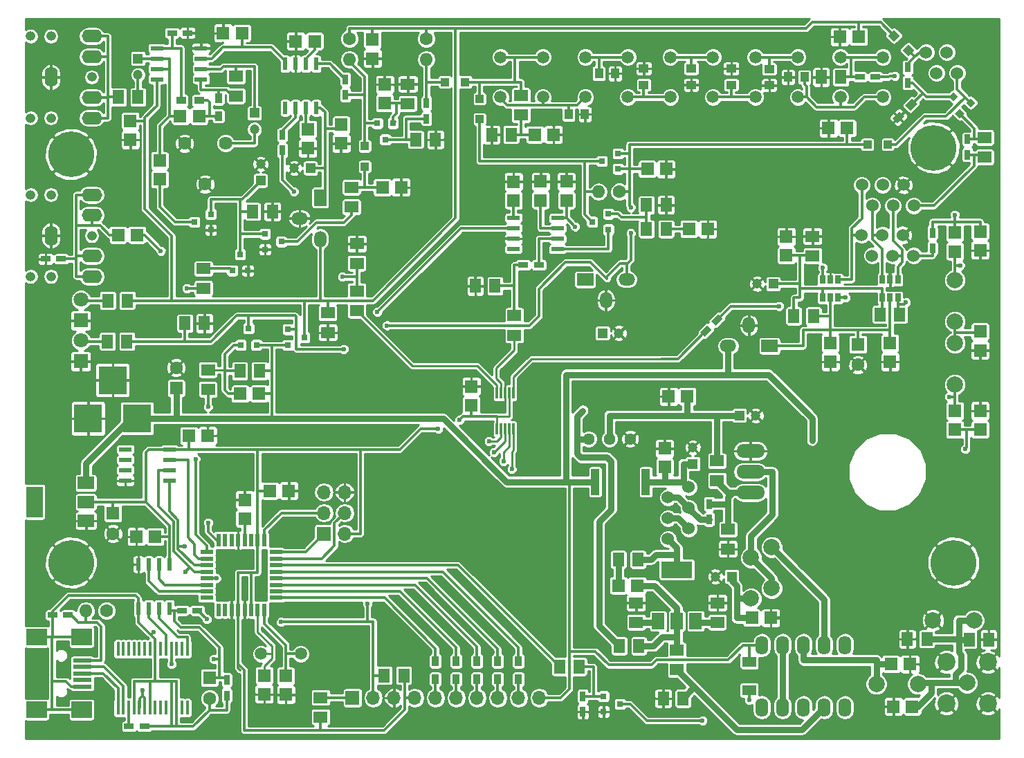
<source format=gtl>
G04 #@! TF.FileFunction,Copper,L1,Top,Signal*
%FSLAX46Y46*%
G04 Gerber Fmt 4.6, Leading zero omitted, Abs format (unit mm)*
G04 Created by KiCad (PCBNEW 4.0.7) date 09/08/21 06:51:58*
%MOMM*%
%LPD*%
G01*
G04 APERTURE LIST*
%ADD10C,0.100000*%
%ADD11C,5.600000*%
%ADD12R,1.000000X1.250000*%
%ADD13R,1.250000X1.000000*%
%ADD14R,1.200000X0.750000*%
%ADD15R,1.600000X1.600000*%
%ADD16C,1.600000*%
%ADD17R,0.750000X1.200000*%
%ADD18R,1.700000X1.700000*%
%ADD19O,1.700000X1.700000*%
%ADD20R,2.300000X0.500000*%
%ADD21R,2.500000X2.000000*%
%ADD22O,1.600000X2.500000*%
%ADD23O,1.200000X1.200000*%
%ADD24O,2.500000X1.600000*%
%ADD25O,1.600000X2.300000*%
%ADD26O,1.600000X1.600000*%
%ADD27R,1.700000X1.400000*%
%ADD28R,1.400000X1.700000*%
%ADD29R,1.000000X3.200000*%
%ADD30C,1.440000*%
%ADD31C,1.524000*%
%ADD32R,0.550000X1.600000*%
%ADD33R,1.600000X0.550000*%
%ADD34R,0.450000X1.750000*%
%ADD35R,0.300000X1.400000*%
%ADD36C,1.500000*%
%ADD37R,1.200000X1.200000*%
%ADD38C,1.200000*%
%ADD39C,2.000000*%
%ADD40R,1.000000X1.000000*%
%ADD41R,0.800100X0.800100*%
%ADD42R,1.800000X1.800000*%
%ADD43C,1.800000*%
%ADD44R,1.699260X1.300480*%
%ADD45C,2.200000*%
%ADD46C,1.998980*%
%ADD47R,3.800000X2.000000*%
%ADD48R,1.500000X2.000000*%
%ADD49R,0.900000X1.200000*%
%ADD50R,1.200000X0.900000*%
%ADD51C,1.620000*%
%ADD52R,1.550000X0.600000*%
%ADD53R,0.600000X1.550000*%
%ADD54R,2.000000X3.800000*%
%ADD55R,2.000000X1.500000*%
%ADD56R,3.500120X3.500120*%
%ADD57O,3.500120X1.699260*%
%ADD58R,0.650000X1.060000*%
%ADD59O,2.000000X1.500000*%
%ADD60O,1.500000X2.000000*%
%ADD61C,0.600000*%
%ADD62C,0.300000*%
%ADD63C,0.250000*%
%ADD64C,0.800000*%
%ADD65C,0.400000*%
%ADD66C,0.254000*%
G04 APERTURE END LIST*
D10*
D11*
X146550000Y-38200000D03*
X41000000Y-39000000D03*
X149000000Y-89000000D03*
D12*
X128750000Y-29550000D03*
X130750000Y-29550000D03*
D13*
X126450000Y-30550000D03*
X126450000Y-28550000D03*
D12*
X103900000Y-34100000D03*
X101900000Y-34100000D03*
D14*
X137550000Y-29550000D03*
X139450000Y-29550000D03*
D15*
X64650000Y-102800000D03*
X64650000Y-105100000D03*
X67300000Y-102850000D03*
X67300000Y-105150000D03*
X57950000Y-103100000D03*
D16*
X57950000Y-105600000D03*
D14*
X48100000Y-109050000D03*
X50000000Y-109050000D03*
D17*
X60050000Y-103350000D03*
X60050000Y-105250000D03*
D15*
X46150000Y-82950000D03*
D16*
X46150000Y-85450000D03*
D14*
X54550000Y-94850000D03*
X56450000Y-94850000D03*
X40650000Y-95400000D03*
X38750000Y-95400000D03*
D17*
X66875000Y-36625000D03*
X66875000Y-38525000D03*
X74600000Y-29850000D03*
X74600000Y-31750000D03*
D15*
X95150000Y-42350000D03*
X95150000Y-44650000D03*
X46770000Y-48870000D03*
X49070000Y-48870000D03*
X149150000Y-50900000D03*
X149150000Y-48600000D03*
X152250000Y-63000000D03*
X152250000Y-60700000D03*
X149150000Y-72700000D03*
X149150000Y-70400000D03*
D18*
X71950000Y-85450000D03*
D19*
X74490000Y-85450000D03*
X71950000Y-82910000D03*
X74490000Y-82910000D03*
X71950000Y-80370000D03*
X74490000Y-80370000D03*
D20*
X42400000Y-100950000D03*
X42400000Y-101750000D03*
X42400000Y-102550000D03*
X42400000Y-103350000D03*
X42400000Y-104150000D03*
D21*
X42300000Y-98100000D03*
X36800000Y-98100000D03*
X42300000Y-107000000D03*
X36800000Y-107000000D03*
D22*
X38550000Y-29550000D03*
D23*
X43550000Y-29550000D03*
D24*
X43550000Y-34550000D03*
X43550000Y-32050000D03*
X43550000Y-27050000D03*
X43550000Y-24550000D03*
D23*
X38550000Y-34550000D03*
X38550000Y-24550000D03*
X36050000Y-34550000D03*
X36050000Y-24550000D03*
D22*
X38550000Y-48950000D03*
D23*
X43550000Y-48950000D03*
D24*
X43550000Y-53950000D03*
X43550000Y-51450000D03*
X43550000Y-46450000D03*
X43550000Y-43950000D03*
D23*
X38550000Y-53950000D03*
X38550000Y-43950000D03*
X36050000Y-53950000D03*
X36050000Y-43950000D03*
D25*
X125560000Y-99100000D03*
X128100000Y-99100000D03*
X130640000Y-99100000D03*
X133180000Y-99100000D03*
X135720000Y-99100000D03*
X135720000Y-106720000D03*
X133180000Y-106720000D03*
X130640000Y-106720000D03*
X128100000Y-106720000D03*
X125560000Y-106720000D03*
D16*
X45350000Y-94900000D03*
D26*
X42810000Y-94900000D03*
D16*
X75060000Y-24840000D03*
D26*
X75060000Y-27380000D03*
D16*
X108090000Y-43600000D03*
D26*
X105550000Y-43600000D03*
D27*
X96075000Y-31800000D03*
X96075000Y-34200000D03*
X152800000Y-36950000D03*
X152800000Y-39350000D03*
X75980000Y-58120000D03*
X75980000Y-55720000D03*
X75980000Y-52350000D03*
X75980000Y-49950000D03*
D28*
X132800000Y-29550000D03*
X135200000Y-29550000D03*
X90494000Y-55118000D03*
X92894000Y-55118000D03*
X111425000Y-48150000D03*
X113825000Y-48150000D03*
X111425000Y-45200000D03*
X113825000Y-45200000D03*
D27*
X95250000Y-58744000D03*
X95250000Y-61144000D03*
X82225000Y-32800000D03*
X82225000Y-30400000D03*
D29*
X105150000Y-79100000D03*
X111350000Y-79100000D03*
D30*
X104360000Y-73850000D03*
X106900000Y-73850000D03*
X109440000Y-73850000D03*
D31*
X145630000Y-26510000D03*
X146900000Y-29050000D03*
X148170000Y-26510000D03*
X149440000Y-29050000D03*
D32*
X59050000Y-94750000D03*
X59850000Y-94750000D03*
X60650000Y-94750000D03*
X61450000Y-94750000D03*
X62250000Y-94750000D03*
X63050000Y-94750000D03*
X63850000Y-94750000D03*
X64650000Y-94750000D03*
D33*
X66100000Y-93300000D03*
X66100000Y-92500000D03*
X66100000Y-91700000D03*
X66100000Y-90900000D03*
X66100000Y-90100000D03*
X66100000Y-89300000D03*
X66100000Y-88500000D03*
X66100000Y-87700000D03*
D32*
X64650000Y-86250000D03*
X63850000Y-86250000D03*
X63050000Y-86250000D03*
X62250000Y-86250000D03*
X61450000Y-86250000D03*
X60650000Y-86250000D03*
X59850000Y-86250000D03*
X59050000Y-86250000D03*
D33*
X57600000Y-87700000D03*
X57600000Y-88500000D03*
X57600000Y-89300000D03*
X57600000Y-90100000D03*
X57600000Y-90900000D03*
X57600000Y-91700000D03*
X57600000Y-92500000D03*
X57600000Y-93300000D03*
D34*
X55225000Y-99550000D03*
X54575000Y-99550000D03*
X53925000Y-99550000D03*
X53275000Y-99550000D03*
X52625000Y-99550000D03*
X51975000Y-99550000D03*
X51325000Y-99550000D03*
X50675000Y-99550000D03*
X50025000Y-99550000D03*
X49375000Y-99550000D03*
X48725000Y-99550000D03*
X48075000Y-99550000D03*
X47425000Y-99550000D03*
X46775000Y-99550000D03*
X46775000Y-106750000D03*
X47425000Y-106750000D03*
X48075000Y-106750000D03*
X48725000Y-106750000D03*
X49375000Y-106750000D03*
X50025000Y-106750000D03*
X50675000Y-106750000D03*
X51325000Y-106750000D03*
X51975000Y-106750000D03*
X52625000Y-106750000D03*
X53275000Y-106750000D03*
X53925000Y-106750000D03*
X54575000Y-106750000D03*
X55225000Y-106750000D03*
D35*
X93150000Y-72610000D03*
X93650000Y-72610000D03*
X94150000Y-72610000D03*
X94650000Y-72610000D03*
X95150000Y-72610000D03*
X95150000Y-68210000D03*
X94650000Y-68210000D03*
X94150000Y-68210000D03*
X93650000Y-68210000D03*
X93150000Y-68210000D03*
D36*
X140350000Y-27100000D03*
X140350000Y-31980000D03*
X135150000Y-27100000D03*
X135150000Y-31980000D03*
X129950000Y-32000000D03*
X129950000Y-27120000D03*
X103950000Y-27100000D03*
X103950000Y-31980000D03*
X93550000Y-32000000D03*
X93550000Y-27120000D03*
X98750000Y-32000000D03*
X98750000Y-27120000D03*
X64250000Y-100150000D03*
X69130000Y-100150000D03*
D37*
X121860000Y-90690000D03*
D38*
X119860000Y-90690000D03*
D16*
X84500000Y-24840000D03*
D26*
X84500000Y-27380000D03*
D11*
X41000000Y-89000000D03*
D27*
X110150000Y-96300000D03*
X110150000Y-93900000D03*
X120100000Y-96300000D03*
X120100000Y-93900000D03*
D28*
X61665000Y-65532000D03*
X64065000Y-65532000D03*
D27*
X57780000Y-67780000D03*
X57780000Y-65380000D03*
D39*
X124210000Y-93390000D03*
X126750000Y-92120000D03*
X124210000Y-88370000D03*
X126750000Y-87100000D03*
D27*
X115150000Y-102100000D03*
X115150000Y-99700000D03*
D28*
X108100000Y-99200000D03*
X110500000Y-99200000D03*
D27*
X120050000Y-78940000D03*
X120050000Y-76540000D03*
D37*
X122810000Y-70980000D03*
D38*
X124810000Y-70980000D03*
D17*
X150700000Y-37150000D03*
X150700000Y-39050000D03*
X143400000Y-30250000D03*
X143400000Y-28350000D03*
X84500000Y-32750000D03*
X84500000Y-34650000D03*
D14*
X96360000Y-52550000D03*
X98260000Y-52550000D03*
X37900000Y-51800000D03*
X39800000Y-51800000D03*
D37*
X117100000Y-76900000D03*
D38*
X117100000Y-74900000D03*
D17*
X119090000Y-83700000D03*
X119090000Y-81800000D03*
D12*
X107600000Y-29100000D03*
X105600000Y-29100000D03*
D15*
X61920000Y-24160000D03*
X59620000Y-24160000D03*
D14*
X55280000Y-24140000D03*
X53380000Y-24140000D03*
D15*
X56670000Y-34320000D03*
X54370000Y-34320000D03*
X152250000Y-50750000D03*
X152250000Y-48450000D03*
X152250000Y-70400000D03*
X152250000Y-72700000D03*
D17*
X103632000Y-105349000D03*
X103632000Y-107249000D03*
D15*
X143670000Y-101410000D03*
X141370000Y-101410000D03*
X141650000Y-106600000D03*
X143950000Y-106600000D03*
D40*
X140950000Y-37800000D03*
X138450000Y-37800000D03*
D10*
G36*
X144180990Y-26253883D02*
X143473883Y-26960990D01*
X142766776Y-26253883D01*
X143473883Y-25546776D01*
X144180990Y-26253883D01*
X144180990Y-26253883D01*
G37*
G36*
X142413224Y-24486117D02*
X141706117Y-25193224D01*
X140999010Y-24486117D01*
X141706117Y-23779010D01*
X142413224Y-24486117D01*
X142413224Y-24486117D01*
G37*
D40*
X89250000Y-30150000D03*
X86750000Y-30150000D03*
X91000000Y-32200000D03*
X91000000Y-34700000D03*
D41*
X107950760Y-40800000D03*
X107950760Y-38900000D03*
X105951780Y-39850000D03*
D42*
X42200000Y-64350000D03*
D43*
X42200000Y-61810000D03*
D42*
X42200000Y-59350000D03*
D43*
X42200000Y-56810000D03*
D44*
X124000000Y-101099940D03*
X124000000Y-104600060D03*
D45*
X148110000Y-101160000D03*
X148110000Y-106240000D03*
X153190000Y-106240000D03*
X153190000Y-101160000D03*
D39*
X150650000Y-103700000D03*
D46*
X139550000Y-103850000D03*
X144630000Y-103850000D03*
X149150000Y-54400000D03*
X149150000Y-59480000D03*
X149150000Y-62120000D03*
X149150000Y-67200000D03*
D41*
X67564000Y-60452000D03*
X67564000Y-62352000D03*
X69562980Y-61402000D03*
X106187240Y-105349000D03*
X106187240Y-107249000D03*
X108186220Y-106299000D03*
X106775760Y-48200000D03*
X106775760Y-46300000D03*
X104776780Y-47250000D03*
D47*
X115150000Y-89850000D03*
D48*
X115150000Y-96150000D03*
X117450000Y-96150000D03*
X112850000Y-96150000D03*
D10*
G36*
X143933883Y-32169721D02*
X144570279Y-32806117D01*
X143721751Y-33654645D01*
X143085355Y-33018249D01*
X143933883Y-32169721D01*
X143933883Y-32169721D01*
G37*
G36*
X142378249Y-33725355D02*
X143014645Y-34361751D01*
X142166117Y-35210279D01*
X141529721Y-34573883D01*
X142378249Y-33725355D01*
X142378249Y-33725355D01*
G37*
D28*
X150900000Y-98390000D03*
X153300000Y-98390000D03*
X145740000Y-98330000D03*
X143340000Y-98330000D03*
D27*
X61180000Y-31860000D03*
X61180000Y-29460000D03*
D49*
X59050000Y-34320000D03*
X59050000Y-32120000D03*
D50*
X54470000Y-32400000D03*
X56670000Y-32400000D03*
D28*
X46800000Y-32000000D03*
X49200000Y-32000000D03*
X103181000Y-101727000D03*
X100781000Y-101727000D03*
D51*
X54900000Y-37660000D03*
X57400000Y-42660000D03*
X59900000Y-37660000D03*
D52*
X56910000Y-29825000D03*
X56910000Y-28555000D03*
X56910000Y-27285000D03*
X56910000Y-26015000D03*
X51510000Y-26015000D03*
X51510000Y-27285000D03*
X51510000Y-28555000D03*
X51510000Y-29825000D03*
D53*
X53055000Y-89200000D03*
X51785000Y-89200000D03*
X50515000Y-89200000D03*
X49245000Y-89200000D03*
X49245000Y-94600000D03*
X50515000Y-94600000D03*
X51785000Y-94600000D03*
X53055000Y-94600000D03*
X71025000Y-27920000D03*
X69755000Y-27920000D03*
X68485000Y-27920000D03*
X67215000Y-27920000D03*
X67215000Y-33320000D03*
X68485000Y-33320000D03*
X69755000Y-33320000D03*
X71025000Y-33320000D03*
D52*
X95150000Y-46795000D03*
X95150000Y-48065000D03*
X95150000Y-49335000D03*
X95150000Y-50605000D03*
X100550000Y-50605000D03*
X100550000Y-49335000D03*
X100550000Y-48065000D03*
X100550000Y-46795000D03*
D54*
X36550000Y-81550000D03*
D55*
X42850000Y-81550000D03*
X42850000Y-79250000D03*
X42850000Y-83850000D03*
D36*
X124750000Y-27100000D03*
X124750000Y-31980000D03*
D37*
X49200000Y-27270000D03*
D38*
X49200000Y-29270000D03*
D37*
X63460000Y-33950000D03*
D38*
X63460000Y-35950000D03*
D31*
X114050000Y-86090000D03*
X116590000Y-84820000D03*
X114050000Y-83550000D03*
X116590000Y-82280000D03*
X114050000Y-81010000D03*
X116590000Y-79740000D03*
D28*
X108000000Y-88600000D03*
X110400000Y-88600000D03*
D13*
X121800000Y-28500000D03*
X121800000Y-30500000D03*
D36*
X119550000Y-32000000D03*
X119550000Y-27120000D03*
D37*
X106050000Y-60880000D03*
D38*
X108050000Y-60880000D03*
D41*
X61788000Y-62341760D03*
X63688000Y-62341760D03*
X62738000Y-60342780D03*
D15*
X53870000Y-67640000D03*
D16*
X53870000Y-65140000D03*
D56*
X49100000Y-71350000D03*
X43100520Y-71350000D03*
X46100260Y-66651000D03*
D18*
X75438000Y-105537000D03*
D19*
X77978000Y-105537000D03*
X80518000Y-105537000D03*
X83058000Y-105537000D03*
X85598000Y-105537000D03*
X88138000Y-105537000D03*
X90678000Y-105537000D03*
X93218000Y-105537000D03*
X95758000Y-105537000D03*
X98298000Y-105537000D03*
D57*
X124150000Y-77860000D03*
X124150000Y-80400000D03*
X124150000Y-75320000D03*
D41*
X80400000Y-35199240D03*
X78500000Y-35199240D03*
X79450000Y-37198220D03*
D10*
G36*
X149755893Y-34595152D02*
X149190137Y-34029396D01*
X149755893Y-33463640D01*
X150321649Y-34029396D01*
X149755893Y-34595152D01*
X149755893Y-34595152D01*
G37*
G36*
X151099396Y-33251649D02*
X150533640Y-32685893D01*
X151099396Y-32120137D01*
X151665152Y-32685893D01*
X151099396Y-33251649D01*
X151099396Y-33251649D01*
G37*
G36*
X149014152Y-32509908D02*
X148448396Y-31944152D01*
X149014152Y-31378396D01*
X149579908Y-31944152D01*
X149014152Y-32509908D01*
X149014152Y-32509908D01*
G37*
G36*
X118549150Y-61305180D02*
X118018820Y-60774850D01*
X118867348Y-59926322D01*
X119397678Y-60456652D01*
X118549150Y-61305180D01*
X118549150Y-61305180D01*
G37*
G36*
X119892652Y-59961678D02*
X119362322Y-59431348D01*
X120210850Y-58582820D01*
X120741180Y-59113150D01*
X119892652Y-59961678D01*
X119892652Y-59961678D01*
G37*
D37*
X126940000Y-54860000D03*
D38*
X124940000Y-54860000D03*
D15*
X137300000Y-62270000D03*
D16*
X137300000Y-64770000D03*
D17*
X146410000Y-50510000D03*
X146410000Y-48610000D03*
D27*
X131750000Y-49030000D03*
X131750000Y-51430000D03*
D28*
X140025000Y-58600000D03*
X142425000Y-58600000D03*
X129460000Y-58810000D03*
X131860000Y-58810000D03*
D31*
X144125000Y-45300000D03*
X142855000Y-42760000D03*
X141585000Y-45300000D03*
X140315000Y-42760000D03*
X139045000Y-45300000D03*
X137775000Y-42760000D03*
X144100000Y-51400000D03*
X142830000Y-48860000D03*
X141560000Y-51400000D03*
X140290000Y-48860000D03*
X139020000Y-51400000D03*
X137750000Y-48860000D03*
D58*
X142175000Y-54350000D03*
X141225000Y-54350000D03*
X140275000Y-54350000D03*
X140275000Y-56550000D03*
X142175000Y-56550000D03*
X141225000Y-56550000D03*
X134875000Y-54350000D03*
X133925000Y-54350000D03*
X132975000Y-54350000D03*
X132975000Y-56550000D03*
X134875000Y-56550000D03*
X133925000Y-56550000D03*
D59*
X68960000Y-46840000D03*
D48*
X71500000Y-44300000D03*
D60*
X71500000Y-49380000D03*
X123950000Y-59940000D03*
D55*
X126490000Y-62480000D03*
D59*
X121410000Y-62480000D03*
D60*
X106465000Y-56865000D03*
D55*
X103925000Y-54325000D03*
D59*
X109005000Y-54325000D03*
D13*
X116900000Y-30500000D03*
X116900000Y-28500000D03*
X111100000Y-28500000D03*
X111100000Y-30500000D03*
D36*
X114350000Y-27100000D03*
X114350000Y-31980000D03*
X109150000Y-32000000D03*
X109150000Y-27120000D03*
D37*
X64200000Y-42200000D03*
D38*
X64200000Y-40200000D03*
D41*
X58100760Y-48250000D03*
X58100760Y-46350000D03*
X56101780Y-47300000D03*
D27*
X75325000Y-43050000D03*
X75325000Y-45450000D03*
D28*
X63250000Y-46000000D03*
X65650000Y-46000000D03*
D37*
X70300000Y-40700000D03*
D38*
X68300000Y-40700000D03*
D40*
X76950000Y-40500000D03*
X76950000Y-38000000D03*
D41*
X64749240Y-48750000D03*
X64749240Y-50650000D03*
X66748220Y-49700000D03*
D52*
X47650000Y-75145000D03*
X47650000Y-76415000D03*
X47650000Y-77685000D03*
X47650000Y-78955000D03*
X53050000Y-78955000D03*
X53050000Y-77685000D03*
X53050000Y-76415000D03*
X53050000Y-75145000D03*
D41*
X60750000Y-53250760D03*
X62650000Y-53250760D03*
X61700000Y-51251780D03*
D27*
X57220000Y-55400000D03*
X57220000Y-53000000D03*
D15*
X79400000Y-32750000D03*
X79400000Y-30450000D03*
X101625000Y-44625000D03*
X101625000Y-42325000D03*
X49000000Y-85800000D03*
X51300000Y-85800000D03*
X77900000Y-24970000D03*
X77900000Y-27270000D03*
X62250000Y-83600000D03*
X62250000Y-81300000D03*
X48260000Y-37218000D03*
X48260000Y-34918000D03*
X65350000Y-80200000D03*
X67650000Y-80200000D03*
X110300000Y-91800000D03*
X108000000Y-91800000D03*
X128540000Y-49080000D03*
X128540000Y-51380000D03*
X116625000Y-48150000D03*
X118925000Y-48150000D03*
X133925000Y-64400000D03*
X133925000Y-62100000D03*
X74075000Y-35375000D03*
X74075000Y-37675000D03*
D28*
X83200000Y-37198220D03*
X85600000Y-37198220D03*
D15*
X79100000Y-43050000D03*
X81400000Y-43050000D03*
X111525000Y-40800000D03*
X113825000Y-40800000D03*
X98475000Y-42325000D03*
X98475000Y-44625000D03*
X89990000Y-67410000D03*
X89990000Y-69710000D03*
X97750000Y-36600000D03*
X100050000Y-36600000D03*
D28*
X94875000Y-36600000D03*
X92475000Y-36600000D03*
D15*
X68510000Y-25150000D03*
X70810000Y-25150000D03*
X69980000Y-35950000D03*
X69980000Y-38250000D03*
X51860000Y-39770000D03*
X51860000Y-42070000D03*
D28*
X57334000Y-59690000D03*
X54934000Y-59690000D03*
D27*
X72420000Y-60820000D03*
X72420000Y-58420000D03*
D28*
X45450000Y-61900000D03*
X47850000Y-61900000D03*
X45500000Y-56900000D03*
X47900000Y-56900000D03*
D15*
X141225000Y-64400000D03*
X141225000Y-62100000D03*
X114130000Y-68640000D03*
X116430000Y-68640000D03*
X113660000Y-75000000D03*
X113660000Y-77300000D03*
D27*
X121400000Y-84920000D03*
X121400000Y-87320000D03*
D15*
X124330000Y-95750000D03*
X126630000Y-95750000D03*
D28*
X115890000Y-105620000D03*
X113490000Y-105620000D03*
D15*
X64015000Y-68326000D03*
X61715000Y-68326000D03*
X135990000Y-35790000D03*
X133690000Y-35790000D03*
X137380000Y-24610000D03*
X135080000Y-24610000D03*
D28*
X81730000Y-102790000D03*
X79330000Y-102790000D03*
D27*
X71550000Y-107900000D03*
X71550000Y-105500000D03*
D49*
X85598000Y-101050000D03*
X85598000Y-103250000D03*
X88138000Y-101050000D03*
X88138000Y-103250000D03*
D15*
X57720000Y-73440000D03*
X55420000Y-73440000D03*
D49*
X90678000Y-101050000D03*
X90678000Y-103250000D03*
X93218000Y-101050000D03*
X93218000Y-103250000D03*
X95758000Y-101050000D03*
X95758000Y-103250000D03*
D46*
X151489360Y-96050000D03*
X146488100Y-96050000D03*
D61*
X142100000Y-36260000D03*
X147110000Y-33270000D03*
X147050000Y-30820000D03*
X137050000Y-31380000D03*
X142190000Y-31670000D03*
X141910000Y-27870000D03*
X147710000Y-23900000D03*
X151620000Y-25690000D03*
X152890000Y-30030000D03*
X152930000Y-33860000D03*
X72770000Y-31560000D03*
X65390000Y-35480000D03*
X65290000Y-30320000D03*
X69580000Y-30620000D03*
X74090000Y-39850000D03*
X75770000Y-36390000D03*
X75710000Y-33390000D03*
X73540000Y-26350000D03*
X92740000Y-52280000D03*
X92840000Y-49360000D03*
X92500000Y-45010000D03*
X92710000Y-40790000D03*
X96890000Y-40840000D03*
X100080000Y-40920000D03*
X106600000Y-33270000D03*
X106060000Y-41590000D03*
X105700000Y-37510000D03*
X102380000Y-38980000D03*
X95760000Y-38740000D03*
X92510000Y-38720000D03*
X89420000Y-38260000D03*
X89340000Y-34820000D03*
X80890000Y-39990000D03*
X85970000Y-39950000D03*
X86470000Y-34860000D03*
X86480000Y-31810000D03*
X90810000Y-25480000D03*
X90420000Y-28590000D03*
X86480000Y-28510000D03*
X86520000Y-26150000D03*
X81380000Y-27270000D03*
X107730000Y-93900000D03*
X103890000Y-93900000D03*
X112490000Y-93900000D03*
X117870000Y-93600000D03*
X104620000Y-98090000D03*
X113180000Y-99910000D03*
X118320000Y-98900000D03*
X121630000Y-98250000D03*
X129770000Y-87290000D03*
X129190000Y-92020000D03*
X131640000Y-95750000D03*
X128880000Y-95750000D03*
X146390000Y-64680000D03*
X152850000Y-74800000D03*
X152680000Y-86640000D03*
X151520000Y-82940000D03*
X145010000Y-82450000D03*
X146990000Y-78120000D03*
X145370000Y-73230000D03*
X145620000Y-68340000D03*
X146390000Y-60720000D03*
X152290000Y-68140000D03*
X152170000Y-65070000D03*
X55630000Y-103130000D03*
X56970000Y-99320000D03*
X36580000Y-94810000D03*
X39800000Y-102240000D03*
X46310000Y-97490000D03*
X37260000Y-102180000D03*
X47780000Y-94950000D03*
X47810000Y-102120000D03*
X44960000Y-105340000D03*
X59620000Y-81340000D03*
X59770000Y-88300000D03*
X60120000Y-92320000D03*
X64210000Y-91860000D03*
X62250000Y-92170000D03*
X146390000Y-56250000D03*
X143740000Y-53870000D03*
X134680000Y-52590000D03*
X138410000Y-53460000D03*
X131530000Y-53970000D03*
X85850000Y-77380000D03*
X93472000Y-70104000D03*
X91230000Y-72340000D03*
X37100000Y-109400000D03*
X40660000Y-109550000D03*
X45470000Y-110040000D03*
X52780000Y-110040000D03*
X57550000Y-109890000D03*
X59980000Y-108620000D03*
X64360000Y-107590000D03*
X84700000Y-85160000D03*
X89540000Y-81240000D03*
X84320000Y-81270000D03*
X81400000Y-84190000D03*
X78500000Y-81290000D03*
X136790000Y-58980000D03*
X94150000Y-66430000D03*
X141230000Y-52750000D03*
X127650000Y-57590000D03*
X135810000Y-56550000D03*
X143170000Y-57120000D03*
X131710000Y-74040000D03*
X149800000Y-52610000D03*
X78500000Y-58300000D03*
X52000000Y-50820000D03*
X141800000Y-29400000D03*
X149150000Y-46430000D03*
X49750000Y-104600000D03*
X58500000Y-100800000D03*
X53300000Y-101400000D03*
X57610000Y-95900000D03*
X51140000Y-97510000D03*
X88550000Y-71530000D03*
X85920000Y-72600000D03*
X74380000Y-62860000D03*
X79660000Y-59950000D03*
X109500000Y-48650000D03*
X109500000Y-45500000D03*
X103630000Y-70370000D03*
X102700000Y-47850000D03*
X58780000Y-90900000D03*
X77290000Y-94000000D03*
X66720000Y-96250000D03*
X93920000Y-76570000D03*
X55000000Y-90110000D03*
X54890000Y-86960000D03*
X94940000Y-77530000D03*
X57770000Y-69920000D03*
X57780000Y-84100000D03*
X92140000Y-74130000D03*
X92740000Y-75500000D03*
X68270000Y-43560000D03*
X74200000Y-54000000D03*
X150440000Y-75090000D03*
X148500000Y-68700000D03*
X124000000Y-105820000D03*
X118270000Y-108320000D03*
X132970000Y-52880000D03*
X56250000Y-76300000D03*
X55180000Y-55410000D03*
D62*
X144970000Y-33390000D02*
X142100000Y-36260000D01*
X146990000Y-33390000D02*
X144970000Y-33390000D01*
X147110000Y-33270000D02*
X146990000Y-33390000D01*
X137770000Y-30660000D02*
X137050000Y-31380000D01*
X141180000Y-30660000D02*
X137770000Y-30660000D01*
X142190000Y-31670000D02*
X141180000Y-30660000D01*
X142000000Y-27780000D02*
X142080000Y-27780000D01*
X141910000Y-27870000D02*
X142000000Y-27780000D01*
X149830000Y-23900000D02*
X147710000Y-23900000D01*
X151620000Y-25690000D02*
X149830000Y-23900000D01*
X152890000Y-33820000D02*
X152890000Y-30030000D01*
X152930000Y-33860000D02*
X152890000Y-33820000D01*
X72770000Y-31560000D02*
X70520000Y-31560000D01*
X65390000Y-30420000D02*
X65390000Y-35480000D01*
X65290000Y-30320000D02*
X65390000Y-30420000D01*
X70520000Y-31560000D02*
X69580000Y-30620000D01*
X74075000Y-39835000D02*
X74090000Y-39850000D01*
X75770000Y-36390000D02*
X75710000Y-36330000D01*
X75710000Y-36330000D02*
X75710000Y-33390000D01*
X74075000Y-37675000D02*
X74075000Y-39835000D01*
X95150000Y-49335000D02*
X92865000Y-49335000D01*
X90494000Y-53516000D02*
X90494000Y-55118000D01*
X90970000Y-53040000D02*
X90494000Y-53516000D01*
X91980000Y-53040000D02*
X90970000Y-53040000D01*
X92740000Y-52280000D02*
X91980000Y-53040000D01*
X92865000Y-49335000D02*
X92840000Y-49360000D01*
X101625000Y-42325000D02*
X101625000Y-40795000D01*
X92920000Y-45430000D02*
X92920000Y-45450000D01*
X92500000Y-45010000D02*
X92920000Y-45430000D01*
X96840000Y-40790000D02*
X92710000Y-40790000D01*
X96890000Y-40840000D02*
X96840000Y-40790000D01*
X100320000Y-40680000D02*
X100080000Y-40920000D01*
X101510000Y-40680000D02*
X100320000Y-40680000D01*
X101625000Y-40795000D02*
X101510000Y-40680000D01*
X105700000Y-37510000D02*
X105760000Y-37510000D01*
X106600000Y-36670000D02*
X106600000Y-33270000D01*
X105760000Y-37510000D02*
X106600000Y-36670000D01*
X106040000Y-41610000D02*
X105890000Y-41610000D01*
X106060000Y-41590000D02*
X106040000Y-41610000D01*
X103850000Y-37510000D02*
X105700000Y-37510000D01*
X102380000Y-38980000D02*
X103850000Y-37510000D01*
X92530000Y-38740000D02*
X95760000Y-38740000D01*
X92510000Y-38720000D02*
X92530000Y-38740000D01*
X89420000Y-34900000D02*
X89420000Y-38260000D01*
X89340000Y-34820000D02*
X89420000Y-34900000D01*
X85930000Y-39990000D02*
X80890000Y-39990000D01*
X85970000Y-39950000D02*
X85930000Y-39990000D01*
X86470000Y-31820000D02*
X86470000Y-34860000D01*
X86480000Y-31810000D02*
X86470000Y-31820000D01*
X79400000Y-30450000D02*
X79400000Y-29250000D01*
X90810000Y-28200000D02*
X90810000Y-25480000D01*
X90420000Y-28590000D02*
X90810000Y-28200000D01*
X86480000Y-26190000D02*
X86480000Y-28510000D01*
X86520000Y-26150000D02*
X86480000Y-26190000D01*
X79400000Y-29250000D02*
X81380000Y-27270000D01*
X107730000Y-93900000D02*
X110150000Y-93900000D01*
X110150000Y-93900000D02*
X112490000Y-93900000D01*
X104620000Y-98180000D02*
X104620000Y-98090000D01*
X107160000Y-100720000D02*
X104620000Y-98180000D01*
X111610000Y-100720000D02*
X107160000Y-100720000D01*
X112160000Y-100170000D02*
X111610000Y-100720000D01*
X112920000Y-100170000D02*
X112160000Y-100170000D01*
X113180000Y-99910000D02*
X112920000Y-100170000D01*
X120980000Y-98900000D02*
X118320000Y-98900000D01*
X121630000Y-98250000D02*
X120980000Y-98900000D01*
X126630000Y-95750000D02*
X128880000Y-95750000D01*
X129770000Y-87290000D02*
X129770000Y-87330000D01*
X129190000Y-93300000D02*
X129190000Y-92020000D01*
X131640000Y-95750000D02*
X129190000Y-93300000D01*
X146390000Y-64680000D02*
X146390000Y-67750000D01*
X152850000Y-86470000D02*
X152850000Y-74800000D01*
X152680000Y-86640000D02*
X152850000Y-86470000D01*
X145500000Y-82940000D02*
X151520000Y-82940000D01*
X145010000Y-82450000D02*
X145500000Y-82940000D01*
X146990000Y-74850000D02*
X146990000Y-78120000D01*
X145370000Y-73230000D02*
X146990000Y-74850000D01*
X145800000Y-68340000D02*
X145620000Y-68340000D01*
X146390000Y-67750000D02*
X145800000Y-68340000D01*
X146390000Y-64680000D02*
X151780000Y-64680000D01*
X146390000Y-60720000D02*
X146390000Y-64680000D01*
X151780000Y-64680000D02*
X152170000Y-65070000D01*
X55630000Y-103130000D02*
X55630000Y-102320000D01*
X56970000Y-100980000D02*
X56970000Y-99320000D01*
X55630000Y-102320000D02*
X56970000Y-100980000D01*
X46310000Y-97490000D02*
X46310000Y-97480000D01*
X47780000Y-96010000D02*
X47780000Y-94950000D01*
X46310000Y-97480000D02*
X47780000Y-96010000D01*
X47260000Y-102120000D02*
X45860000Y-100720000D01*
X45860000Y-100720000D02*
X45860000Y-97940000D01*
X45860000Y-97940000D02*
X46310000Y-97490000D01*
X47810000Y-102120000D02*
X47260000Y-102120000D01*
X47810000Y-102120000D02*
X47780000Y-102150000D01*
X44970000Y-105350000D02*
X44990000Y-105350000D01*
X44960000Y-105340000D02*
X44970000Y-105350000D01*
X62250000Y-81300000D02*
X59660000Y-81300000D01*
X59660000Y-81300000D02*
X59620000Y-81340000D01*
X59770000Y-91970000D02*
X59770000Y-88300000D01*
X60120000Y-92320000D02*
X59770000Y-91970000D01*
X62250000Y-94750000D02*
X62250000Y-92170000D01*
X146120000Y-56250000D02*
X146390000Y-56250000D01*
X143740000Y-53870000D02*
X146120000Y-56250000D01*
X84320000Y-81270000D02*
X84370000Y-81270000D01*
X85850000Y-79790000D02*
X85850000Y-77380000D01*
X84370000Y-81270000D02*
X85850000Y-79790000D01*
D63*
X94150000Y-69426000D02*
X93472000Y-70104000D01*
X94150000Y-68210000D02*
X94150000Y-69426000D01*
X64650000Y-105100000D02*
X64650000Y-107300000D01*
X40510000Y-109400000D02*
X37100000Y-109400000D01*
X40660000Y-109550000D02*
X40510000Y-109400000D01*
X52780000Y-110040000D02*
X45470000Y-110040000D01*
X58710000Y-109890000D02*
X57550000Y-109890000D01*
X59980000Y-108620000D02*
X58710000Y-109890000D01*
X64650000Y-107300000D02*
X64360000Y-107590000D01*
X78500000Y-81290000D02*
X81400000Y-84190000D01*
X84350000Y-81240000D02*
X89540000Y-81240000D01*
X84320000Y-81270000D02*
X84350000Y-81240000D01*
X78520000Y-81270000D02*
X78520000Y-81260000D01*
X78500000Y-81290000D02*
X78520000Y-81270000D01*
X94150000Y-68210000D02*
X94150000Y-66430000D01*
D62*
X141225000Y-53850000D02*
X141225000Y-52755000D01*
X141225000Y-52755000D02*
X141230000Y-52750000D01*
X136450000Y-29550000D02*
X137550000Y-29550000D01*
X135200000Y-29550000D02*
X136450000Y-29550000D01*
X135150000Y-27100000D02*
X136450000Y-27100000D01*
X136450000Y-27100000D02*
X140350000Y-27100000D01*
X136450000Y-29550000D02*
X136450000Y-27100000D01*
X80400000Y-35199240D02*
X80400000Y-34425000D01*
X80825000Y-34000000D02*
X80825000Y-32750000D01*
X80400000Y-34425000D02*
X80825000Y-34000000D01*
X79400000Y-32750000D02*
X80825000Y-32750000D01*
X80825000Y-32750000D02*
X82175000Y-32750000D01*
X82175000Y-32750000D02*
X82225000Y-32800000D01*
X80625000Y-34974240D02*
X80400000Y-35199240D01*
X80320000Y-35119240D02*
X80400000Y-35199240D01*
D64*
X119090000Y-81800000D02*
X121400000Y-81800000D01*
X120050000Y-78940000D02*
X120050000Y-79050000D01*
X120050000Y-79050000D02*
X121675000Y-80675000D01*
X121675000Y-80675000D02*
X121675000Y-80400000D01*
X124150000Y-80400000D02*
X121675000Y-80400000D01*
X121675000Y-80400000D02*
X121950000Y-80400000D01*
X121400000Y-80950000D02*
X121400000Y-81800000D01*
X121400000Y-81800000D02*
X121400000Y-84920000D01*
X121950000Y-80400000D02*
X121400000Y-80950000D01*
D62*
X127650000Y-57590000D02*
X121734000Y-57590000D01*
X121734000Y-57590000D02*
X120051751Y-59272249D01*
X134875000Y-56550000D02*
X135810000Y-56550000D01*
X142175000Y-57350000D02*
X142940000Y-57350000D01*
X142940000Y-57350000D02*
X143170000Y-57120000D01*
X142175000Y-56550000D02*
X142175000Y-57350000D01*
X142175000Y-57350000D02*
X142175000Y-58350000D01*
X142175000Y-58350000D02*
X142425000Y-58600000D01*
X142175000Y-58350000D02*
X142425000Y-58600000D01*
X82000000Y-36950000D02*
X82000000Y-34650000D01*
X84500000Y-34650000D02*
X82000000Y-34650000D01*
X82000000Y-36950000D02*
X82000000Y-37198220D01*
X79450000Y-37198220D02*
X82000000Y-37198220D01*
X82000000Y-37198220D02*
X83200000Y-37198220D01*
X84398220Y-34698220D02*
X84350000Y-34650000D01*
X101980000Y-98520000D02*
X101980000Y-79100000D01*
X101980000Y-79100000D02*
X101590000Y-79100000D01*
D64*
X49100000Y-71350000D02*
X48320000Y-71350000D01*
X48320000Y-71350000D02*
X42850000Y-76820000D01*
X42850000Y-76820000D02*
X42850000Y-79250000D01*
X53870000Y-67640000D02*
X53870000Y-71350000D01*
D62*
X65580000Y-68326000D02*
X65580000Y-71350000D01*
X124000000Y-101099940D02*
X124000000Y-99100000D01*
X101980000Y-99850000D02*
X105140000Y-99850000D01*
X123220000Y-99100000D02*
X124000000Y-99100000D01*
X124000000Y-99100000D02*
X125560000Y-99100000D01*
X121420000Y-100900000D02*
X123220000Y-99100000D01*
X112650000Y-100900000D02*
X121420000Y-100900000D01*
X112050000Y-101500000D02*
X112650000Y-100900000D01*
X106790000Y-101500000D02*
X112050000Y-101500000D01*
X105140000Y-99850000D02*
X106790000Y-101500000D01*
X100913000Y-105537000D02*
X98298000Y-105537000D01*
X101980000Y-104470000D02*
X100913000Y-105537000D01*
X101980000Y-98520000D02*
X101980000Y-99850000D01*
X101980000Y-99850000D02*
X101980000Y-104470000D01*
D64*
X121410000Y-62480000D02*
X121410000Y-65960000D01*
X122040000Y-65960000D02*
X126370000Y-65960000D01*
X131710000Y-71300000D02*
X131710000Y-72760000D01*
X131710000Y-72760000D02*
X131710000Y-74040000D01*
X126370000Y-65960000D02*
X131710000Y-71300000D01*
X101590000Y-65960000D02*
X121410000Y-65960000D01*
X101590000Y-79100000D02*
X101590000Y-65960000D01*
X121410000Y-65960000D02*
X122040000Y-65960000D01*
X101590000Y-79100000D02*
X101590000Y-79100000D01*
X49100000Y-71350000D02*
X53260000Y-71350000D01*
X53260000Y-71350000D02*
X53870000Y-71350000D01*
X53870000Y-71350000D02*
X65580000Y-71350000D01*
X65580000Y-71350000D02*
X86550000Y-71350000D01*
X94300000Y-79100000D02*
X101590000Y-79100000D01*
X86550000Y-71350000D02*
X94300000Y-79100000D01*
X101590000Y-79100000D02*
X102570000Y-79100000D01*
X102570000Y-79100000D02*
X105150000Y-79100000D01*
D62*
X64065000Y-65532000D02*
X65580000Y-65532000D01*
X63815000Y-68326000D02*
X65580000Y-68326000D01*
X65580000Y-62341760D02*
X65580000Y-65532000D01*
X65580000Y-65532000D02*
X65580000Y-68326000D01*
X63688000Y-62341760D02*
X65580000Y-62341760D01*
X65580000Y-62341760D02*
X67553760Y-62341760D01*
X67553760Y-62341760D02*
X67564000Y-62352000D01*
X100550000Y-50605000D02*
X106775760Y-50605000D01*
X106775760Y-48200000D02*
X106775760Y-50605000D01*
D65*
X106675760Y-48300000D02*
X106775760Y-48200000D01*
D62*
X149150000Y-52610000D02*
X149800000Y-52610000D01*
X149150000Y-50900000D02*
X149150000Y-52610000D01*
X149150000Y-52610000D02*
X149150000Y-54400000D01*
X113825000Y-48150000D02*
X116625000Y-48150000D01*
X130750000Y-29550000D02*
X130750000Y-30475000D01*
X130750000Y-30475000D02*
X131010660Y-30735660D01*
X131010660Y-30735660D02*
X131010660Y-32000000D01*
X132210660Y-33200000D02*
X135150000Y-33200000D01*
X135150000Y-33200000D02*
X136850000Y-33200000D01*
X135150000Y-31980000D02*
X135150000Y-33040660D01*
X135150000Y-33040660D02*
X135150000Y-33200000D01*
X129950000Y-32000000D02*
X131010660Y-32000000D01*
X131010660Y-32000000D02*
X132210660Y-33200000D01*
X138070000Y-31980000D02*
X140350000Y-31980000D01*
X136850000Y-33200000D02*
X138070000Y-31980000D01*
X151560000Y-37150000D02*
X151560000Y-35833503D01*
X151560000Y-35833503D02*
X149755893Y-34029396D01*
X150700000Y-37150000D02*
X151560000Y-37150000D01*
X151560000Y-37150000D02*
X152600000Y-37150000D01*
X152600000Y-37150000D02*
X152800000Y-36950000D01*
X71025000Y-33320000D02*
X71560000Y-33320000D01*
X72085000Y-33845000D02*
X72085000Y-35870000D01*
X71560000Y-33320000D02*
X72085000Y-33845000D01*
X70300000Y-40700000D02*
X72085000Y-40700000D01*
X73710000Y-35870000D02*
X72085000Y-35870000D01*
X72085000Y-35870000D02*
X72085000Y-40700000D01*
X72085000Y-40700000D02*
X72085000Y-43715000D01*
X72085000Y-43715000D02*
X71500000Y-44300000D01*
X124750000Y-27100000D02*
X126450000Y-27100000D01*
X126450000Y-27100000D02*
X129930000Y-27100000D01*
X126450000Y-28550000D02*
X126450000Y-27100000D01*
X129930000Y-27100000D02*
X129950000Y-27120000D01*
X149014152Y-31944152D02*
X145664152Y-31944152D01*
X145664152Y-31944152D02*
X145230000Y-31510000D01*
X143400000Y-30250000D02*
X143970000Y-30250000D01*
X143970000Y-30250000D02*
X145230000Y-31510000D01*
X143827817Y-32912183D02*
X145230000Y-31510000D01*
X143827817Y-32912183D02*
X143842817Y-32912183D01*
D63*
X64250000Y-100150000D02*
X65620000Y-100150000D01*
X63850000Y-94750000D02*
X63850000Y-97460000D01*
X64650000Y-101680000D02*
X64650000Y-102800000D01*
X65620000Y-100710000D02*
X64650000Y-101680000D01*
X65620000Y-99230000D02*
X65620000Y-100150000D01*
X65620000Y-100150000D02*
X65620000Y-100710000D01*
X63850000Y-97460000D02*
X65620000Y-99230000D01*
D62*
X69130000Y-100150000D02*
X67300000Y-100150000D01*
X64650000Y-94750000D02*
X64650000Y-96450000D01*
X67300000Y-99100000D02*
X67300000Y-100150000D01*
X67300000Y-100150000D02*
X67300000Y-102850000D01*
X64650000Y-96450000D02*
X67300000Y-99100000D01*
X69755000Y-33320000D02*
X69755000Y-35725000D01*
X69755000Y-35725000D02*
X69980000Y-35950000D01*
X69755000Y-27920000D02*
X69755000Y-27285000D01*
X69755000Y-27285000D02*
X70810000Y-26230000D01*
X70810000Y-26230000D02*
X70810000Y-25150000D01*
X69750000Y-27915000D02*
X69755000Y-27920000D01*
X69750000Y-27915000D02*
X69755000Y-27920000D01*
X71025000Y-27920000D02*
X72670000Y-27920000D01*
X72670000Y-27920000D02*
X74600000Y-29850000D01*
X98475000Y-44625000D02*
X98475000Y-48065000D01*
X100550000Y-48065000D02*
X98475000Y-48065000D01*
X100550000Y-49335000D02*
X98260000Y-49335000D01*
X98260000Y-52550000D02*
X98260000Y-49335000D01*
X62250000Y-83400000D02*
X62250000Y-86250000D01*
X88735000Y-48065000D02*
X95150000Y-48065000D01*
X78500000Y-58300000D02*
X88735000Y-48065000D01*
X49070000Y-48870000D02*
X50050000Y-48870000D01*
X50050000Y-48870000D02*
X52000000Y-50820000D01*
D64*
X116430000Y-68640000D02*
X116430000Y-70980000D01*
X120050000Y-76540000D02*
X120050000Y-70980000D01*
X122810000Y-70980000D02*
X120760000Y-70980000D01*
X120760000Y-70980000D02*
X120050000Y-70980000D01*
X120050000Y-70980000D02*
X116430000Y-70980000D01*
X116430000Y-70980000D02*
X106900000Y-70980000D01*
X106900000Y-73850000D02*
X106900000Y-70980000D01*
D62*
X91000000Y-32200000D02*
X91000000Y-30150000D01*
X95350000Y-30150000D02*
X95350000Y-27120000D01*
X93550000Y-27120000D02*
X95350000Y-27120000D01*
X95350000Y-27120000D02*
X98750000Y-27120000D01*
X96075000Y-31800000D02*
X96075000Y-30150000D01*
X89250000Y-30150000D02*
X91000000Y-30150000D01*
X91000000Y-30150000D02*
X95350000Y-30150000D01*
X95350000Y-30150000D02*
X96075000Y-30150000D01*
X93550000Y-27120000D02*
X93550000Y-27150000D01*
X42400000Y-101750000D02*
X45050000Y-101750000D01*
X47425000Y-104125000D02*
X47425000Y-106750000D01*
X45050000Y-101750000D02*
X47425000Y-104125000D01*
X143473883Y-26253883D02*
X144270000Y-27050000D01*
X145630000Y-26510000D02*
X144810000Y-26510000D01*
X144810000Y-26510000D02*
X144270000Y-27050000D01*
X144270000Y-27050000D02*
X143400000Y-27920000D01*
X143400000Y-27920000D02*
X143400000Y-28350000D01*
X143600000Y-28150000D02*
X143400000Y-28350000D01*
X141800000Y-29400000D02*
X141190000Y-29400000D01*
X141190000Y-29400000D02*
X141040000Y-29550000D01*
X141040000Y-29550000D02*
X139450000Y-29550000D01*
X150426752Y-32013249D02*
X150426751Y-32013249D01*
X142000000Y-37800000D02*
X140950000Y-37800000D01*
X145450000Y-34350000D02*
X142000000Y-37800000D01*
X148090000Y-34350000D02*
X145450000Y-34350000D01*
X150426751Y-32013249D02*
X148090000Y-34350000D01*
X149440000Y-29050000D02*
X149440000Y-31026497D01*
X149440000Y-31026497D02*
X150426752Y-32013249D01*
X150426752Y-32013249D02*
X151099396Y-32685893D01*
X151070000Y-32656497D02*
X151099396Y-32685893D01*
D64*
X120100000Y-96300000D02*
X117600000Y-96300000D01*
X117600000Y-96300000D02*
X117450000Y-96150000D01*
D62*
X149150000Y-47250000D02*
X149150000Y-46430000D01*
X147790000Y-47250000D02*
X146410000Y-47250000D01*
X146410000Y-48610000D02*
X146410000Y-47250000D01*
X147960000Y-47250000D02*
X147790000Y-47250000D01*
X152250000Y-48450000D02*
X152250000Y-47250000D01*
X149150000Y-47250000D02*
X150640000Y-47250000D01*
X150640000Y-47250000D02*
X152250000Y-47250000D01*
X149150000Y-48600000D02*
X149150000Y-47250000D01*
X149150000Y-47250000D02*
X147960000Y-47250000D01*
X152100000Y-48600000D02*
X152250000Y-48450000D01*
X113260000Y-64050000D02*
X115274000Y-64050000D01*
X115274000Y-64050000D02*
X118708249Y-60615751D01*
D63*
X95150000Y-68210000D02*
X95150000Y-66230000D01*
X97330000Y-64050000D02*
X113260000Y-64050000D01*
X95150000Y-66230000D02*
X97330000Y-64050000D01*
D62*
X101900000Y-34100000D02*
X101900000Y-33000000D01*
X98750000Y-32000000D02*
X98750000Y-33000000D01*
X93550000Y-32000000D02*
X93550000Y-32150000D01*
X93550000Y-32150000D02*
X94400000Y-33000000D01*
X94400000Y-33000000D02*
X98750000Y-33000000D01*
X98750000Y-33000000D02*
X101900000Y-33000000D01*
X101900000Y-33000000D02*
X102930000Y-33000000D01*
X102930000Y-33000000D02*
X103950000Y-31980000D01*
X96075000Y-34200000D02*
X96075000Y-36600000D01*
X94875000Y-36600000D02*
X96075000Y-36600000D01*
X96075000Y-36600000D02*
X97750000Y-36600000D01*
X49750000Y-105250000D02*
X49400000Y-105600000D01*
X49400000Y-105600000D02*
X49400000Y-106725000D01*
X49400000Y-106725000D02*
X49375000Y-106750000D01*
X49750000Y-105000000D02*
X49750000Y-105250000D01*
X49750000Y-104600000D02*
X49750000Y-105000000D01*
X50025000Y-105525000D02*
X50025000Y-106750000D01*
X49750000Y-105250000D02*
X50025000Y-105525000D01*
X58500000Y-100800000D02*
X59200000Y-100800000D01*
X53650000Y-94850000D02*
X53650000Y-96150000D01*
X53650000Y-96150000D02*
X54400000Y-96900000D01*
X54400000Y-96900000D02*
X56700000Y-96900000D01*
X56700000Y-96900000D02*
X59200000Y-99400000D01*
X59200000Y-99400000D02*
X59200000Y-100800000D01*
X59200000Y-100800000D02*
X59200000Y-101500000D01*
X59200000Y-101500000D02*
X59200000Y-103100000D01*
X54550000Y-94850000D02*
X53650000Y-94850000D01*
X53650000Y-94850000D02*
X53305000Y-94850000D01*
X53305000Y-94850000D02*
X53055000Y-94600000D01*
X53275000Y-99550000D02*
X53275000Y-101375000D01*
X53275000Y-101375000D02*
X53300000Y-101400000D01*
X57950000Y-103100000D02*
X59200000Y-103100000D01*
X59200000Y-103100000D02*
X59800000Y-103100000D01*
X59800000Y-103100000D02*
X60050000Y-103350000D01*
X51140000Y-97510000D02*
X51120000Y-97510000D01*
X51120000Y-97510000D02*
X50790000Y-97840000D01*
X49245000Y-94600000D02*
X49245000Y-96295000D01*
X49245000Y-96295000D02*
X50790000Y-97840000D01*
X51325000Y-98375000D02*
X51325000Y-99550000D01*
X50790000Y-97840000D02*
X51325000Y-98375000D01*
X56450000Y-94850000D02*
X56560000Y-94850000D01*
X56560000Y-94850000D02*
X57610000Y-95900000D01*
X51325000Y-99550000D02*
X51325000Y-103500000D01*
X53925000Y-109050000D02*
X55950000Y-109050000D01*
X55950000Y-109050000D02*
X57950000Y-107050000D01*
X53275000Y-106750000D02*
X53275000Y-109050000D01*
X53925000Y-106750000D02*
X53925000Y-109050000D01*
X50000000Y-109050000D02*
X53275000Y-109050000D01*
X53275000Y-109050000D02*
X53925000Y-109050000D01*
X53925000Y-106750000D02*
X53925000Y-103500000D01*
X53275000Y-106750000D02*
X53275000Y-103500000D01*
X50675000Y-106750000D02*
X50675000Y-103500000D01*
X57950000Y-105600000D02*
X57950000Y-107050000D01*
X60050000Y-105250000D02*
X60050000Y-107050000D01*
X57950000Y-107050000D02*
X60050000Y-107050000D01*
X48725000Y-103500000D02*
X50675000Y-103500000D01*
X50675000Y-103500000D02*
X51325000Y-103500000D01*
X51325000Y-103500000D02*
X53275000Y-103500000D01*
X53275000Y-103500000D02*
X53925000Y-103500000D01*
X48725000Y-106750000D02*
X48725000Y-103500000D01*
X38750000Y-95400000D02*
X38750000Y-98050000D01*
X38750000Y-98050000D02*
X38700000Y-98100000D01*
X49245000Y-94600000D02*
X49245000Y-93345000D01*
X38750000Y-94950000D02*
X38750000Y-95400000D01*
X40700000Y-93000000D02*
X38750000Y-94950000D01*
X48900000Y-93000000D02*
X40700000Y-93000000D01*
X49245000Y-93345000D02*
X48900000Y-93000000D01*
X42400000Y-104150000D02*
X41050000Y-104150000D01*
X40400000Y-103500000D02*
X38700000Y-103500000D01*
X41050000Y-104150000D02*
X40400000Y-103500000D01*
X38700000Y-98100000D02*
X38700000Y-103500000D01*
X38700000Y-103500000D02*
X38700000Y-107000000D01*
X36800000Y-107000000D02*
X38700000Y-107000000D01*
X38700000Y-107000000D02*
X42300000Y-107000000D01*
X36800000Y-98100000D02*
X38700000Y-98100000D01*
X38700000Y-98100000D02*
X42300000Y-98100000D01*
X48100000Y-109050000D02*
X48100000Y-106775000D01*
X48100000Y-106775000D02*
X48075000Y-106750000D01*
X55420000Y-73440000D02*
X55420000Y-75145000D01*
X50150000Y-81550000D02*
X50150000Y-81560000D01*
X50150000Y-81560000D02*
X53055000Y-84465000D01*
X65350000Y-80200000D02*
X63850000Y-80200000D01*
X51300000Y-85800000D02*
X53055000Y-85800000D01*
X71550000Y-107900000D02*
X71550000Y-109510000D01*
X81850000Y-105040000D02*
X81850000Y-102910000D01*
X81850000Y-102910000D02*
X81730000Y-102790000D01*
X83058000Y-105537000D02*
X81850000Y-105537000D01*
X81850000Y-106980000D02*
X79320000Y-109510000D01*
X81850000Y-105040000D02*
X81850000Y-105537000D01*
X81850000Y-105537000D02*
X81850000Y-106980000D01*
X62190000Y-106070000D02*
X62190000Y-109510000D01*
X79320000Y-109510000D02*
X71550000Y-109510000D01*
X71550000Y-109510000D02*
X62190000Y-109510000D01*
X61450000Y-99580000D02*
X61450000Y-101380000D01*
X62190000Y-102120000D02*
X62190000Y-106070000D01*
X61450000Y-101380000D02*
X62190000Y-102120000D01*
X61450000Y-94750000D02*
X61450000Y-99580000D01*
X61450000Y-99580000D02*
X61450000Y-101880000D01*
X61450000Y-101880000D02*
X61690000Y-102120000D01*
X89990000Y-69710000D02*
X89990000Y-71105000D01*
X76420000Y-75140000D02*
X81220000Y-75140000D01*
D63*
X88975000Y-71105000D02*
X89040000Y-71105000D01*
D62*
X88550000Y-71530000D02*
X88975000Y-71105000D01*
X83760000Y-72600000D02*
X85920000Y-72600000D01*
X81220000Y-75140000D02*
X83760000Y-72600000D01*
D63*
X76420000Y-75145000D02*
X76420000Y-75140000D01*
D62*
X89040000Y-71105000D02*
X89990000Y-71105000D01*
X89990000Y-71105000D02*
X90530000Y-71105000D01*
X74490000Y-85450000D02*
X76420000Y-85450000D01*
X76420000Y-75145000D02*
X76420000Y-85450000D01*
X63850000Y-86250000D02*
X63850000Y-80200000D01*
X63850000Y-80200000D02*
X63850000Y-75145000D01*
D63*
X94650000Y-68210000D02*
X94650000Y-71105000D01*
X94650000Y-71105000D02*
X93835000Y-71105000D01*
X93835000Y-71105000D02*
X93150000Y-71105000D01*
X93150000Y-72610000D02*
X93150000Y-71105000D01*
D62*
X53050000Y-75145000D02*
X55420000Y-75145000D01*
X55420000Y-75145000D02*
X63850000Y-75145000D01*
X63850000Y-75145000D02*
X76420000Y-75145000D01*
X90530000Y-71105000D02*
X93150000Y-71105000D01*
X53050000Y-75145000D02*
X50505000Y-75145000D01*
X50505000Y-75145000D02*
X50150000Y-75500000D01*
X50150000Y-75500000D02*
X50150000Y-81550000D01*
X46150000Y-82950000D02*
X46150000Y-81550000D01*
X42850000Y-81550000D02*
X46150000Y-81550000D01*
X46150000Y-81550000D02*
X48750000Y-81550000D01*
X48750000Y-81550000D02*
X50150000Y-81550000D01*
X53055000Y-84465000D02*
X53055000Y-85800000D01*
X53055000Y-85800000D02*
X53055000Y-89200000D01*
X63050000Y-94750000D02*
X63050000Y-90200000D01*
X61450000Y-90200000D02*
X63050000Y-90200000D01*
X63050000Y-90200000D02*
X63850000Y-90200000D01*
X63850000Y-86250000D02*
X63850000Y-90200000D01*
X61450000Y-94750000D02*
X61450000Y-90200000D01*
X42810000Y-94900000D02*
X42810000Y-96300000D01*
X40650000Y-95400000D02*
X41000000Y-95400000D01*
X41000000Y-95400000D02*
X41900000Y-96300000D01*
X41900000Y-96300000D02*
X42810000Y-96300000D01*
X42810000Y-96300000D02*
X44210000Y-96300000D01*
X42400000Y-100950000D02*
X44650000Y-100950000D01*
X44700000Y-96790000D02*
X44210000Y-96300000D01*
X44700000Y-100900000D02*
X44700000Y-96790000D01*
X44650000Y-100950000D02*
X44700000Y-100900000D01*
X66875000Y-36625000D02*
X66875000Y-36145000D01*
X66875000Y-36145000D02*
X68485000Y-34535000D01*
X68485000Y-34535000D02*
X68485000Y-33320000D01*
X66925000Y-36625000D02*
X66875000Y-36625000D01*
X86750000Y-30150000D02*
X84500000Y-30150000D01*
X84500000Y-32750000D02*
X84500000Y-30150000D01*
X84500000Y-30150000D02*
X84500000Y-27380000D01*
X51860000Y-39770000D02*
X51860000Y-35540000D01*
X51860000Y-35540000D02*
X53080000Y-34320000D01*
X51510000Y-27285000D02*
X49215000Y-27285000D01*
X49215000Y-27285000D02*
X49200000Y-27270000D01*
X51510000Y-28555000D02*
X53050000Y-28555000D01*
X54370000Y-34320000D02*
X53080000Y-34320000D01*
X53080000Y-34320000D02*
X53050000Y-34320000D01*
X53050000Y-27285000D02*
X53050000Y-28555000D01*
X53050000Y-28555000D02*
X53050000Y-34320000D01*
X51510000Y-27285000D02*
X53050000Y-27285000D01*
X49200000Y-29270000D02*
X49200000Y-32000000D01*
X48260000Y-34918000D02*
X50038000Y-34918000D01*
X72420000Y-58420000D02*
X72420000Y-56900000D01*
X71500000Y-49380000D02*
X71500000Y-56900000D01*
X137380000Y-24610000D02*
X137380000Y-22840000D01*
X141706117Y-24486117D02*
X141706117Y-24476117D01*
X141706117Y-24476117D02*
X140070000Y-22840000D01*
X140070000Y-22840000D02*
X137380000Y-22840000D01*
X137380000Y-22840000D02*
X131710000Y-22840000D01*
X131710000Y-22840000D02*
X130950000Y-23600000D01*
X51510000Y-29825000D02*
X51510000Y-33072000D01*
X50038000Y-34544000D02*
X50038000Y-34918000D01*
X50038000Y-34918000D02*
X50038000Y-45720000D01*
X51510000Y-33072000D02*
X50038000Y-34544000D01*
X53340000Y-56900000D02*
X53340000Y-49022000D01*
X53340000Y-49022000D02*
X50038000Y-45720000D01*
X69562980Y-61402000D02*
X69562980Y-56900000D01*
X47900000Y-56900000D02*
X53340000Y-56900000D01*
X53340000Y-56900000D02*
X69562980Y-56900000D01*
X69562980Y-56900000D02*
X71500000Y-56900000D01*
X71500000Y-56900000D02*
X72420000Y-56900000D01*
X72420000Y-56900000D02*
X77974000Y-56900000D01*
X77974000Y-56900000D02*
X88070000Y-46804000D01*
X88070000Y-23600000D02*
X88070000Y-46804000D01*
X87725000Y-23600000D02*
X88070000Y-23600000D01*
X88070000Y-23600000D02*
X88150000Y-23600000D01*
X88150000Y-23600000D02*
X130950000Y-23600000D01*
X84500000Y-24840000D02*
X84500000Y-23600000D01*
X87725000Y-23600000D02*
X84500000Y-23600000D01*
X84500000Y-23600000D02*
X77900000Y-23600000D01*
X77900000Y-25170000D02*
X77900000Y-23600000D01*
X75060000Y-23600000D02*
X77900000Y-23600000D01*
X75060000Y-24840000D02*
X75060000Y-23600000D01*
D63*
X57780000Y-65380000D02*
X59800000Y-65380000D01*
D62*
X61665000Y-65532000D02*
X59800000Y-65532000D01*
X61788000Y-62341760D02*
X60928240Y-62341760D01*
X60286000Y-68326000D02*
X61715000Y-68326000D01*
X59800000Y-67840000D02*
X60286000Y-68326000D01*
X59800000Y-63470000D02*
X59800000Y-65380000D01*
X59800000Y-65380000D02*
X59800000Y-65532000D01*
X59800000Y-65532000D02*
X59800000Y-67060000D01*
X59800000Y-67060000D02*
X59800000Y-67840000D01*
X60928240Y-62341760D02*
X59800000Y-63470000D01*
X73400000Y-62860000D02*
X68590000Y-62860000D01*
X68590000Y-60810000D02*
X68590000Y-62860000D01*
X67564000Y-60452000D02*
X68590000Y-60452000D01*
X109005000Y-52345000D02*
X108205000Y-52345000D01*
X108205000Y-52345000D02*
X106600000Y-53950000D01*
X106600000Y-53950000D02*
X106600000Y-54250000D01*
X106600000Y-54250000D02*
X104570000Y-52220000D01*
X104570000Y-52220000D02*
X101530000Y-52220000D01*
X101530000Y-52220000D02*
X98260000Y-55490000D01*
X98260000Y-55490000D02*
X98260000Y-58820000D01*
X98260000Y-58820000D02*
X97130000Y-59950000D01*
X97130000Y-59950000D02*
X79660000Y-59950000D01*
X74380000Y-62860000D02*
X73400000Y-62860000D01*
X73400000Y-62860000D02*
X69190000Y-62860000D01*
X68590000Y-62260000D02*
X68590000Y-60810000D01*
X68590000Y-60810000D02*
X68590000Y-60452000D01*
X68440000Y-58760000D02*
X65872000Y-58760000D01*
X68590000Y-60452000D02*
X68590000Y-58910000D01*
X68590000Y-58910000D02*
X68440000Y-58760000D01*
X135990000Y-35790000D02*
X135990000Y-37800000D01*
X54934000Y-59690000D02*
X54934000Y-61900000D01*
X62738000Y-60342780D02*
X62738000Y-58760000D01*
X138450000Y-37800000D02*
X135990000Y-37800000D01*
X135990000Y-37800000D02*
X109325000Y-37800000D01*
X109325000Y-38900000D02*
X109325000Y-37800000D01*
X47850000Y-61900000D02*
X50158000Y-61900000D01*
X50158000Y-61900000D02*
X54934000Y-61900000D01*
X54934000Y-61900000D02*
X58130000Y-61900000D01*
X61270000Y-58760000D02*
X62738000Y-58760000D01*
X62738000Y-58760000D02*
X65872000Y-58760000D01*
X58130000Y-61900000D02*
X61270000Y-58760000D01*
X109325000Y-43600000D02*
X109325000Y-45325000D01*
X109005000Y-52445000D02*
X109005000Y-52345000D01*
X109005000Y-52345000D02*
X109005000Y-54325000D01*
X109500000Y-51950000D02*
X109005000Y-52445000D01*
X109500000Y-48650000D02*
X109500000Y-51950000D01*
X109325000Y-45325000D02*
X109500000Y-45500000D01*
X107950760Y-40800000D02*
X109325000Y-40800000D01*
X111525000Y-40800000D02*
X109325000Y-40800000D01*
X108090000Y-43600000D02*
X109325000Y-43600000D01*
X109325000Y-38900000D02*
X109325000Y-40800000D01*
X109325000Y-40800000D02*
X109325000Y-43600000D01*
X107950760Y-38900000D02*
X109325000Y-38900000D01*
D63*
X93650000Y-68210000D02*
X93650000Y-67050000D01*
X95250000Y-62990000D02*
X95250000Y-61144000D01*
X93050000Y-65190000D02*
X95250000Y-62990000D01*
X93050000Y-66450000D02*
X93050000Y-65190000D01*
X93650000Y-67050000D02*
X93050000Y-66450000D01*
D64*
X104360000Y-73850000D02*
X102940000Y-73850000D01*
X102940000Y-71060000D02*
X102940000Y-73850000D01*
X103630000Y-70370000D02*
X102940000Y-71060000D01*
X106610000Y-76100000D02*
X107105000Y-76595000D01*
X105610000Y-96710000D02*
X108100000Y-99200000D01*
X105610000Y-83990000D02*
X105610000Y-96710000D01*
X107105000Y-82495000D02*
X105610000Y-83990000D01*
X107105000Y-82495000D02*
X107105000Y-76595000D01*
X102940000Y-73850000D02*
X102940000Y-75670000D01*
X102940000Y-75670000D02*
X103370000Y-76100000D01*
X103370000Y-76100000D02*
X106610000Y-76100000D01*
D62*
X101625000Y-46775000D02*
X102700000Y-47850000D01*
X101625000Y-44625000D02*
X101625000Y-46775000D01*
X101625000Y-46775000D02*
X101625000Y-46795000D01*
X100550000Y-46795000D02*
X101625000Y-46795000D01*
X95150000Y-44650000D02*
X95150000Y-46795000D01*
X39800000Y-51800000D02*
X41650000Y-51800000D01*
X43550000Y-46450000D02*
X43550000Y-47730000D01*
X41650000Y-47730000D02*
X43550000Y-47730000D01*
X43550000Y-47730000D02*
X44580000Y-47730000D01*
X45720000Y-48870000D02*
X46770000Y-48870000D01*
X44580000Y-47730000D02*
X45720000Y-48870000D01*
X43550000Y-51450000D02*
X41650000Y-51450000D01*
X43550000Y-43950000D02*
X41650000Y-43950000D01*
X41650000Y-53950000D02*
X41650000Y-51800000D01*
X41650000Y-51800000D02*
X41650000Y-51450000D01*
X41650000Y-51450000D02*
X41650000Y-47730000D01*
X41650000Y-47730000D02*
X41650000Y-46450000D01*
X41650000Y-46450000D02*
X41650000Y-43950000D01*
X43550000Y-53950000D02*
X41650000Y-53950000D01*
D64*
X115950000Y-79100000D02*
X115950000Y-76900000D01*
X117100000Y-76900000D02*
X115950000Y-76900000D01*
X113660000Y-77300000D02*
X113660000Y-79090000D01*
X113660000Y-79090000D02*
X113650000Y-79100000D01*
X111350000Y-79100000D02*
X112670000Y-79100000D01*
X112670000Y-79100000D02*
X113650000Y-79100000D01*
X113650000Y-79100000D02*
X115950000Y-79100000D01*
X115950000Y-79100000D02*
X116590000Y-79740000D01*
X116590000Y-82280000D02*
X116590000Y-82310000D01*
X116590000Y-82310000D02*
X117980000Y-83700000D01*
X117980000Y-83700000D02*
X119090000Y-83700000D01*
X114050000Y-81010000D02*
X115320000Y-81010000D01*
X115320000Y-81010000D02*
X116590000Y-82280000D01*
X124210000Y-93390000D02*
X122470000Y-93390000D01*
X124330000Y-95750000D02*
X122470000Y-95750000D01*
X122470000Y-93390000D02*
X122470000Y-95750000D01*
X121860000Y-90690000D02*
X121860000Y-91220000D01*
X121860000Y-91220000D02*
X122470000Y-91830000D01*
X122470000Y-91830000D02*
X122470000Y-93390000D01*
D62*
X66100000Y-87700000D02*
X69700000Y-87700000D01*
X69700000Y-87700000D02*
X71950000Y-85450000D01*
X71950000Y-82910000D02*
X66740000Y-82910000D01*
X64650000Y-85000000D02*
X64650000Y-86250000D01*
X66740000Y-82910000D02*
X64650000Y-85000000D01*
X66100000Y-88500000D02*
X71700000Y-88500000D01*
X73250000Y-84150000D02*
X74490000Y-82910000D01*
X73250000Y-86950000D02*
X73250000Y-84150000D01*
X71700000Y-88500000D02*
X73250000Y-86950000D01*
X58780000Y-90900000D02*
X57600000Y-90900000D01*
X105550000Y-43600000D02*
X103900000Y-43600000D01*
X103900000Y-39850000D02*
X103900000Y-43600000D01*
X103900000Y-43600000D02*
X103900000Y-46373220D01*
X103900000Y-46373220D02*
X104776780Y-47250000D01*
X105951780Y-39850000D02*
X104275000Y-39850000D01*
X104275000Y-39850000D02*
X103900000Y-39850000D01*
X103900000Y-39850000D02*
X91000000Y-39850000D01*
X91000000Y-36725000D02*
X91000000Y-39850000D01*
X91000000Y-34700000D02*
X91000000Y-36725000D01*
X42400000Y-102550000D02*
X44950000Y-102550000D01*
X46775000Y-104375000D02*
X46775000Y-106750000D01*
X44950000Y-102550000D02*
X46775000Y-104375000D01*
D64*
X128100000Y-99100000D02*
X128100000Y-106720000D01*
X126750000Y-87100000D02*
X126760000Y-87100000D01*
X126760000Y-87100000D02*
X133180000Y-93520000D01*
X133180000Y-93520000D02*
X133180000Y-99100000D01*
D62*
X110625000Y-46700000D02*
X108350000Y-46700000D01*
X108350000Y-46700000D02*
X107950000Y-46300000D01*
X106775760Y-46300000D02*
X107950000Y-46300000D01*
X110625000Y-46700000D02*
X111425000Y-46700000D01*
X111425000Y-45200000D02*
X111425000Y-46700000D01*
X111425000Y-46700000D02*
X111425000Y-48150000D01*
D64*
X110150000Y-96300000D02*
X112700000Y-96300000D01*
X112700000Y-96300000D02*
X112850000Y-96150000D01*
D62*
X112700000Y-96300000D02*
X112850000Y-96150000D01*
X51700000Y-78070000D02*
X51700000Y-82090000D01*
X53580000Y-87580000D02*
X54450000Y-88450000D01*
X53580000Y-83970000D02*
X53580000Y-87580000D01*
X51700000Y-82090000D02*
X53580000Y-83970000D01*
D63*
X94650000Y-72610000D02*
X94650000Y-74720000D01*
X93920000Y-75450000D02*
X93920000Y-76570000D01*
X94650000Y-74720000D02*
X93920000Y-75450000D01*
D62*
X79330000Y-102790000D02*
X77978000Y-102790000D01*
X77290000Y-94000000D02*
X77290000Y-96190000D01*
X77978000Y-102790000D02*
X77978000Y-96190000D01*
X77290000Y-96190000D02*
X77978000Y-96190000D01*
X73380000Y-96190000D02*
X77290000Y-96190000D01*
X66780000Y-96190000D02*
X73380000Y-96190000D01*
X66720000Y-96250000D02*
X66780000Y-96190000D01*
X77978000Y-105537000D02*
X77978000Y-102790000D01*
X55555000Y-89555000D02*
X55000000Y-90110000D01*
X51700000Y-77685000D02*
X51700000Y-78070000D01*
X56100000Y-90100000D02*
X57600000Y-90100000D01*
X54450000Y-88450000D02*
X55555000Y-89555000D01*
X55555000Y-89555000D02*
X56100000Y-90100000D01*
X53050000Y-77685000D02*
X51700000Y-77685000D01*
X54890000Y-86960000D02*
X54110000Y-86960000D01*
X54110000Y-86600000D02*
X54110000Y-86960000D01*
X53050000Y-82690000D02*
X54110000Y-83750000D01*
X54110000Y-83750000D02*
X54110000Y-86600000D01*
X53050000Y-78955000D02*
X53050000Y-82690000D01*
X54110000Y-86960000D02*
X54110000Y-87300000D01*
X54110000Y-87300000D02*
X56110000Y-89300000D01*
X56110000Y-89300000D02*
X57600000Y-89300000D01*
D63*
X95150000Y-72610000D02*
X95150000Y-75190000D01*
X94940000Y-75400000D02*
X94940000Y-77530000D01*
X95150000Y-75190000D02*
X94940000Y-75400000D01*
D62*
X71550000Y-105500000D02*
X75401000Y-105500000D01*
X75401000Y-105500000D02*
X75438000Y-105537000D01*
X57780000Y-84100000D02*
X57780000Y-85210000D01*
D63*
X57780000Y-69910000D02*
X57770000Y-69920000D01*
D62*
X57780000Y-67780000D02*
X57780000Y-69910000D01*
X57780000Y-85210000D02*
X58820000Y-86250000D01*
D63*
X58820000Y-86250000D02*
X59050000Y-86250000D01*
D62*
X51785000Y-89200000D02*
X51785000Y-90985000D01*
X52500000Y-91700000D02*
X57600000Y-91700000D01*
X51785000Y-90985000D02*
X52500000Y-91700000D01*
X50515000Y-89200000D02*
X50515000Y-91265000D01*
X51750000Y-92500000D02*
X57600000Y-92500000D01*
X50515000Y-91265000D02*
X51750000Y-92500000D01*
X50515000Y-94600000D02*
X50515000Y-95715000D01*
X52625000Y-97825000D02*
X52625000Y-99550000D01*
X50515000Y-95715000D02*
X52625000Y-97825000D01*
X51785000Y-94600000D02*
X51785000Y-95785000D01*
X55225000Y-98125000D02*
X55225000Y-99550000D01*
X55200000Y-98100000D02*
X55225000Y-98125000D01*
X54100000Y-98100000D02*
X55200000Y-98100000D01*
X51785000Y-95785000D02*
X54100000Y-98100000D01*
D63*
X93650000Y-72610000D02*
X93650000Y-73580000D01*
X93100000Y-74130000D02*
X92140000Y-74130000D01*
X93650000Y-73580000D02*
X93100000Y-74130000D01*
X94150000Y-74090000D02*
X92740000Y-75500000D01*
X94150000Y-72610000D02*
X94150000Y-74090000D01*
D62*
X66875000Y-38525000D02*
X66875000Y-42165000D01*
X66875000Y-42165000D02*
X68270000Y-43560000D01*
X75980000Y-54000000D02*
X74200000Y-54000000D01*
X75980000Y-52350000D02*
X75980000Y-54000000D01*
X75980000Y-54000000D02*
X75980000Y-55720000D01*
X92894000Y-55118000D02*
X95250000Y-55118000D01*
X96360000Y-52550000D02*
X95250000Y-52550000D01*
X95250000Y-58744000D02*
X95250000Y-55118000D01*
X95250000Y-55118000D02*
X95250000Y-52550000D01*
D64*
X115890000Y-105620000D02*
X115890000Y-105610000D01*
X115890000Y-105610000D02*
X117280000Y-104220000D01*
X115150000Y-102100000D02*
X115160000Y-102100000D01*
X115160000Y-102100000D02*
X117280000Y-104220000D01*
X117280000Y-104220000D02*
X122480000Y-109420000D01*
X122480000Y-109420000D02*
X130480000Y-109420000D01*
X130480000Y-109420000D02*
X133180000Y-106720000D01*
D63*
X93150000Y-68210000D02*
X93150000Y-67310000D01*
X82740000Y-64880000D02*
X75980000Y-58120000D01*
X90720000Y-64880000D02*
X82740000Y-64880000D01*
X93150000Y-67310000D02*
X90720000Y-64880000D01*
D64*
X110300000Y-91800000D02*
X112420000Y-91800000D01*
X112420000Y-91800000D02*
X115150000Y-94530000D01*
X115150000Y-96150000D02*
X115150000Y-94530000D01*
X110500000Y-99200000D02*
X112250000Y-99200000D01*
X113350000Y-98100000D02*
X115150000Y-98100000D01*
X112250000Y-99200000D02*
X113350000Y-98100000D01*
X115150000Y-96150000D02*
X115150000Y-98100000D01*
X115150000Y-98100000D02*
X115150000Y-99700000D01*
X114050000Y-83550000D02*
X115320000Y-83550000D01*
X115320000Y-83550000D02*
X116590000Y-84820000D01*
D62*
X45450000Y-61900000D02*
X42290000Y-61900000D01*
X42290000Y-61900000D02*
X42200000Y-61810000D01*
X45500000Y-56900000D02*
X42290000Y-56900000D01*
X42290000Y-56900000D02*
X42200000Y-56810000D01*
X76950000Y-31750000D02*
X76950000Y-32250000D01*
X76950000Y-33400000D02*
X76950000Y-35199240D01*
X76950000Y-32250000D02*
X76950000Y-33400000D01*
X74600000Y-31750000D02*
X76950000Y-31750000D01*
X75060000Y-27380000D02*
X75060000Y-27610000D01*
X75060000Y-27610000D02*
X76950000Y-29500000D01*
X76950000Y-29500000D02*
X76950000Y-31750000D01*
X78500000Y-35199240D02*
X76950000Y-35199240D01*
X76950000Y-35199240D02*
X76950000Y-36250000D01*
X76950000Y-36250000D02*
X76950000Y-38000000D01*
X77110000Y-37840000D02*
X76950000Y-38000000D01*
X149150000Y-60800000D02*
X152150000Y-60800000D01*
X152150000Y-60800000D02*
X152250000Y-60700000D01*
X149150000Y-59480000D02*
X149150000Y-60800000D01*
X149150000Y-60800000D02*
X149150000Y-62120000D01*
X150610000Y-72700000D02*
X150610000Y-74920000D01*
X150610000Y-74920000D02*
X150440000Y-75090000D01*
X149150000Y-72700000D02*
X150610000Y-72700000D01*
X150610000Y-72700000D02*
X152250000Y-72700000D01*
X149150000Y-68700000D02*
X148500000Y-68700000D01*
X149150000Y-67200000D02*
X149150000Y-68700000D01*
X149150000Y-68700000D02*
X149150000Y-70400000D01*
D64*
X108000000Y-91800000D02*
X108000000Y-88600000D01*
D62*
X105600000Y-29100000D02*
X105600000Y-27100000D01*
X103950000Y-27100000D02*
X105600000Y-27100000D01*
X105600000Y-27100000D02*
X109130000Y-27100000D01*
X109130000Y-27100000D02*
X109150000Y-27120000D01*
X67215000Y-27920000D02*
X67215000Y-27575000D01*
X67215000Y-27575000D02*
X65540000Y-25900000D01*
X61920000Y-24160000D02*
X61920000Y-25900000D01*
X56910000Y-27285000D02*
X58215000Y-27285000D01*
X59600000Y-25900000D02*
X61920000Y-25900000D01*
X61920000Y-25900000D02*
X65540000Y-25900000D01*
X58215000Y-27285000D02*
X59600000Y-25900000D01*
X53380000Y-24140000D02*
X53380000Y-26015000D01*
X54470000Y-28550000D02*
X54470000Y-26015000D01*
X51510000Y-26015000D02*
X53380000Y-26015000D01*
X53380000Y-26015000D02*
X54470000Y-26015000D01*
X54470000Y-28550000D02*
X54470000Y-32400000D01*
X56670000Y-32400000D02*
X57730000Y-32400000D01*
X57980000Y-32650000D02*
X57980000Y-34320000D01*
X57730000Y-32400000D02*
X57980000Y-32650000D01*
X59050000Y-34320000D02*
X57980000Y-34320000D01*
X57980000Y-34320000D02*
X56670000Y-34320000D01*
X58740000Y-34630000D02*
X59050000Y-34320000D01*
X104950000Y-105349000D02*
X104950000Y-101727000D01*
X103181000Y-101727000D02*
X104950000Y-101727000D01*
X103632000Y-105349000D02*
X104950000Y-105349000D01*
X104950000Y-105349000D02*
X106187240Y-105349000D01*
D64*
X141370000Y-101410000D02*
X139550000Y-101410000D01*
X130640000Y-100910000D02*
X139550000Y-100910000D01*
X139550000Y-101410000D02*
X139550000Y-100910000D01*
X130640000Y-99100000D02*
X130640000Y-100910000D01*
X139550000Y-103850000D02*
X139550000Y-101410000D01*
X141070000Y-101710000D02*
X141370000Y-101410000D01*
X145740000Y-98330000D02*
X149570000Y-98330000D01*
X149570000Y-98330000D02*
X149630000Y-98390000D01*
X150900000Y-98390000D02*
X149630000Y-98390000D01*
X149630000Y-96050000D02*
X149630000Y-98390000D01*
X149630000Y-98390000D02*
X149630000Y-99970000D01*
X149280000Y-102670000D02*
X149280000Y-103700000D01*
X149960000Y-101990000D02*
X149280000Y-102670000D01*
X149960000Y-100300000D02*
X149960000Y-101990000D01*
X149630000Y-99970000D02*
X149960000Y-100300000D01*
X151489360Y-96050000D02*
X149630000Y-96050000D01*
X146280000Y-103700000D02*
X146280000Y-104920000D01*
X146280000Y-104920000D02*
X144600000Y-106600000D01*
X144600000Y-106600000D02*
X143950000Y-106600000D01*
X150650000Y-103700000D02*
X149280000Y-103700000D01*
X149280000Y-103700000D02*
X148940000Y-103700000D01*
X148940000Y-103700000D02*
X146280000Y-103700000D01*
X146280000Y-103700000D02*
X144780000Y-103700000D01*
X144780000Y-103700000D02*
X144630000Y-103850000D01*
D62*
X114850000Y-108320000D02*
X111460000Y-108320000D01*
X111460000Y-108320000D02*
X109439000Y-106299000D01*
X124000000Y-104600060D02*
X124000000Y-105820000D01*
X108186220Y-106299000D02*
X109439000Y-106299000D01*
X114850000Y-108320000D02*
X118270000Y-108320000D01*
X43550000Y-27050000D02*
X45530000Y-27050000D01*
X46800000Y-32000000D02*
X45580000Y-32000000D01*
X45580000Y-32000000D02*
X45530000Y-32050000D01*
X43550000Y-32050000D02*
X45530000Y-32050000D01*
X43550000Y-34550000D02*
X45530000Y-34550000D01*
X45530000Y-24550000D02*
X45530000Y-27050000D01*
X45530000Y-27050000D02*
X45530000Y-32050000D01*
X45530000Y-32050000D02*
X45530000Y-34550000D01*
X43550000Y-24550000D02*
X45530000Y-24550000D01*
D64*
X126840000Y-77860000D02*
X126840000Y-83080000D01*
X124210000Y-85710000D02*
X124210000Y-88370000D01*
X126840000Y-83080000D02*
X124210000Y-85710000D01*
X124150000Y-77860000D02*
X126840000Y-77860000D01*
X126750000Y-92120000D02*
X126750000Y-90910000D01*
X126750000Y-90910000D02*
X124210000Y-88370000D01*
D62*
X59050000Y-32120000D02*
X59050000Y-31100000D01*
X56910000Y-29825000D02*
X56910000Y-31100000D01*
X61180000Y-31860000D02*
X60800000Y-31860000D01*
X60800000Y-31860000D02*
X60040000Y-31100000D01*
X60040000Y-31100000D02*
X59050000Y-31100000D01*
X59050000Y-31100000D02*
X56910000Y-31100000D01*
X63460000Y-33950000D02*
X63460000Y-28250000D01*
X61180000Y-28250000D02*
X63460000Y-28250000D01*
X61180000Y-29460000D02*
X61180000Y-28250000D01*
X56910000Y-28555000D02*
X59345000Y-28555000D01*
X59650000Y-28250000D02*
X61180000Y-28250000D01*
X59345000Y-28555000D02*
X59650000Y-28250000D01*
X66100000Y-89300000D02*
X88354000Y-89300000D01*
X88354000Y-89300000D02*
X100781000Y-101727000D01*
X59900000Y-37660000D02*
X63460000Y-37660000D01*
X63460000Y-35950000D02*
X63460000Y-37660000D01*
D64*
X110400000Y-88600000D02*
X112000000Y-88600000D01*
X112570000Y-88030000D02*
X115150000Y-88030000D01*
X112000000Y-88600000D02*
X112570000Y-88030000D01*
X115150000Y-89850000D02*
X115150000Y-88030000D01*
X115150000Y-88030000D02*
X115150000Y-87190000D01*
X115150000Y-87190000D02*
X114050000Y-86090000D01*
D62*
X121800000Y-30500000D02*
X121800000Y-32000000D01*
X119550000Y-32000000D02*
X121800000Y-32000000D01*
X121800000Y-32000000D02*
X124730000Y-32000000D01*
X124730000Y-32000000D02*
X124750000Y-31980000D01*
X85598000Y-101050000D02*
X85598000Y-99488000D01*
X85598000Y-99488000D02*
X79410000Y-93300000D01*
X66100000Y-93300000D02*
X79410000Y-93300000D01*
X88138000Y-101050000D02*
X88138000Y-99398000D01*
X81240000Y-92500000D02*
X66100000Y-92500000D01*
X88138000Y-99398000D02*
X81240000Y-92500000D01*
X90678000Y-101050000D02*
X90678000Y-99288000D01*
X83090000Y-91700000D02*
X66100000Y-91700000D01*
X90678000Y-99288000D02*
X83090000Y-91700000D01*
X93218000Y-101050000D02*
X93218000Y-99538000D01*
X84580000Y-90900000D02*
X66100000Y-90900000D01*
X93218000Y-99538000D02*
X84580000Y-90900000D01*
X95758000Y-101050000D02*
X95758000Y-99368000D01*
X86490000Y-90100000D02*
X66100000Y-90100000D01*
X95758000Y-99368000D02*
X86490000Y-90100000D01*
X151500000Y-39050000D02*
X151500000Y-40400000D01*
X146600000Y-45300000D02*
X144125000Y-45300000D01*
X151500000Y-40400000D02*
X146600000Y-45300000D01*
X150700000Y-39050000D02*
X151500000Y-39050000D01*
X151500000Y-39050000D02*
X152500000Y-39050000D01*
X152500000Y-39050000D02*
X152800000Y-39350000D01*
X132975000Y-55440000D02*
X130230000Y-55440000D01*
X129460000Y-58810000D02*
X129460000Y-56560000D01*
X130230000Y-55440000D02*
X130230000Y-56050000D01*
X130230000Y-56050000D02*
X130230000Y-56560000D01*
X130230000Y-56560000D02*
X129460000Y-56560000D01*
X132975000Y-56550000D02*
X132975000Y-55440000D01*
X140275000Y-55440000D02*
X132975000Y-55440000D01*
X140275000Y-56550000D02*
X140275000Y-55440000D01*
X140275000Y-56550000D02*
X140275000Y-58350000D01*
X140275000Y-58350000D02*
X140025000Y-58600000D01*
X126940000Y-54860000D02*
X130230000Y-54860000D01*
X129415000Y-58765000D02*
X129460000Y-58810000D01*
X130230000Y-54860000D02*
X130230000Y-55440000D01*
X130230000Y-51380000D02*
X130230000Y-54860000D01*
X128540000Y-51380000D02*
X130230000Y-51380000D01*
X130230000Y-51380000D02*
X131700000Y-51380000D01*
X131700000Y-51380000D02*
X131750000Y-51430000D01*
X140275000Y-58350000D02*
X140025000Y-58600000D01*
X137300000Y-62270000D02*
X137300000Y-60500000D01*
X130590000Y-61000000D02*
X130590000Y-60500000D01*
X133925000Y-60500000D02*
X130590000Y-60500000D01*
X131860000Y-58810000D02*
X133925000Y-58810000D01*
X126490000Y-62480000D02*
X130590000Y-62480000D01*
X130590000Y-61000000D02*
X130590000Y-62480000D01*
X133925000Y-56550000D02*
X133925000Y-58810000D01*
X133925000Y-58810000D02*
X133925000Y-59540000D01*
X133925000Y-59540000D02*
X133925000Y-60500000D01*
X141225000Y-56550000D02*
X141225000Y-60500000D01*
X141225000Y-60500000D02*
X137300000Y-60500000D01*
X137300000Y-60500000D02*
X133925000Y-60500000D01*
X133925000Y-60500000D02*
X133925000Y-61000000D01*
X133925000Y-61000000D02*
X133925000Y-62100000D01*
X141225000Y-60500000D02*
X141225000Y-62100000D01*
X144100000Y-51400000D02*
X146410000Y-51400000D01*
X146410000Y-50510000D02*
X146410000Y-51400000D01*
X141560000Y-51400000D02*
X142690000Y-51400000D01*
X141585000Y-45300000D02*
X141585000Y-49575000D01*
X142175000Y-52755000D02*
X142175000Y-53850000D01*
X142690000Y-52240000D02*
X142175000Y-52755000D01*
X142690000Y-50680000D02*
X142690000Y-51400000D01*
X142690000Y-51400000D02*
X142690000Y-52240000D01*
X141585000Y-49575000D02*
X142690000Y-50680000D01*
X132970000Y-52880000D02*
X132975000Y-52880000D01*
X132975000Y-52880000D02*
X132975000Y-53850000D01*
X140290000Y-48860000D02*
X139045000Y-48860000D01*
X139045000Y-45300000D02*
X139045000Y-48860000D01*
X139045000Y-48860000D02*
X139045000Y-49365000D01*
X140275000Y-50595000D02*
X140275000Y-53850000D01*
X139045000Y-49365000D02*
X140275000Y-50595000D01*
X134875000Y-54350000D02*
X136530000Y-54350000D01*
X136530000Y-52150000D02*
X136530000Y-54350000D01*
X137750000Y-48860000D02*
X136530000Y-48860000D01*
X137775000Y-42760000D02*
X137775000Y-46835000D01*
X136530000Y-48080000D02*
X136530000Y-48860000D01*
X136530000Y-48860000D02*
X136530000Y-52150000D01*
X137775000Y-46835000D02*
X136530000Y-48080000D01*
X116900000Y-28500000D02*
X116900000Y-27100000D01*
X114350000Y-27100000D02*
X116900000Y-27100000D01*
X116900000Y-27100000D02*
X119530000Y-27100000D01*
X119530000Y-27100000D02*
X119550000Y-27120000D01*
X111100000Y-30500000D02*
X111100000Y-32000000D01*
X109150000Y-32000000D02*
X111100000Y-32000000D01*
X111100000Y-32000000D02*
X114330000Y-32000000D01*
X114330000Y-32000000D02*
X114350000Y-31980000D01*
X76950000Y-40500000D02*
X76950000Y-43050000D01*
X75325000Y-43050000D02*
X76950000Y-43050000D01*
X76950000Y-43050000D02*
X79100000Y-43050000D01*
X64200000Y-42200000D02*
X64200000Y-42270000D01*
X64200000Y-42270000D02*
X61970000Y-44500000D01*
X63250000Y-46000000D02*
X61700000Y-46000000D01*
X64749240Y-48750000D02*
X61700000Y-48750000D01*
X61700000Y-51251780D02*
X61700000Y-48750000D01*
X61700000Y-48750000D02*
X61700000Y-46000000D01*
X61700000Y-46000000D02*
X61700000Y-44500000D01*
X58100760Y-46350000D02*
X58100760Y-44500000D01*
X60700000Y-44500000D02*
X58100760Y-44500000D01*
X60700000Y-44500000D02*
X61700000Y-44500000D01*
X61700000Y-44500000D02*
X61600000Y-44500000D01*
X61600000Y-44500000D02*
X61970000Y-44500000D01*
X51860000Y-42070000D02*
X51860000Y-45420000D01*
X53740000Y-47300000D02*
X56101780Y-47300000D01*
X51860000Y-45420000D02*
X53740000Y-47300000D01*
X56101780Y-47300000D02*
X55900000Y-47300000D01*
X75325000Y-45450000D02*
X75325000Y-46425000D01*
X74400000Y-47350000D02*
X71050000Y-47350000D01*
X75325000Y-46425000D02*
X74400000Y-47350000D01*
X66748220Y-49700000D02*
X68700000Y-49700000D01*
X68700000Y-49700000D02*
X69100000Y-49300000D01*
X71050000Y-47350000D02*
X69100000Y-49300000D01*
X57220000Y-53000000D02*
X60499240Y-53000000D01*
X60499240Y-53000000D02*
X60750000Y-53250760D01*
X57600000Y-87700000D02*
X57600000Y-86950000D01*
X56250000Y-85600000D02*
X56250000Y-76300000D01*
X57600000Y-86950000D02*
X56250000Y-85600000D01*
X57220000Y-55400000D02*
X55190000Y-55400000D01*
X55190000Y-55400000D02*
X55180000Y-55410000D01*
X54320000Y-76415000D02*
X55310000Y-76415000D01*
X55310000Y-84490000D02*
X55310000Y-76415000D01*
X56600000Y-88500000D02*
X57600000Y-88500000D01*
X56130000Y-88030000D02*
X56600000Y-88500000D01*
X56130000Y-86740000D02*
X56130000Y-88030000D01*
X55310000Y-85920000D02*
X56130000Y-86740000D01*
X55310000Y-84490000D02*
X55310000Y-85920000D01*
X53050000Y-76415000D02*
X54320000Y-76415000D01*
X85598000Y-103250000D02*
X85598000Y-105537000D01*
X88138000Y-103250000D02*
X88138000Y-105537000D01*
X90678000Y-103250000D02*
X90678000Y-105537000D01*
X93218000Y-103250000D02*
X93218000Y-105537000D01*
X95758000Y-103250000D02*
X95758000Y-105537000D01*
D66*
G36*
X131334526Y-22464526D02*
X131334524Y-22464529D01*
X130730052Y-23069000D01*
X75060000Y-23069000D01*
X74856795Y-23109420D01*
X74684526Y-23224526D01*
X74569420Y-23396795D01*
X74529000Y-23600000D01*
X74529000Y-23781561D01*
X74391891Y-23838213D01*
X74059381Y-24170144D01*
X73879206Y-24604054D01*
X73878796Y-25073885D01*
X74058213Y-25508109D01*
X74390144Y-25840619D01*
X74824054Y-26020794D01*
X75293885Y-26021204D01*
X75728109Y-25841787D01*
X76060619Y-25509856D01*
X76240794Y-25075946D01*
X76241204Y-24606115D01*
X76061787Y-24171891D01*
X76020967Y-24131000D01*
X76719434Y-24131000D01*
X76711536Y-24170000D01*
X76711536Y-25770000D01*
X76738103Y-25911190D01*
X76821546Y-26040865D01*
X76896529Y-26092099D01*
X76858124Y-26108007D01*
X76738007Y-26228124D01*
X76673000Y-26385065D01*
X76673000Y-27140250D01*
X76779750Y-27247000D01*
X77877000Y-27247000D01*
X77877000Y-27227000D01*
X77923000Y-27227000D01*
X77923000Y-27247000D01*
X79020250Y-27247000D01*
X79127000Y-27140250D01*
X79127000Y-26385065D01*
X79061993Y-26228124D01*
X78941876Y-26108007D01*
X78903208Y-26091990D01*
X78970865Y-26048454D01*
X79057859Y-25921134D01*
X79088464Y-25770000D01*
X79088464Y-24170000D01*
X79081126Y-24131000D01*
X83538593Y-24131000D01*
X83499381Y-24170144D01*
X83319206Y-24604054D01*
X83318796Y-25073885D01*
X83498213Y-25508109D01*
X83830144Y-25840619D01*
X84264054Y-26020794D01*
X84733885Y-26021204D01*
X85168109Y-25841787D01*
X85500619Y-25509856D01*
X85680794Y-25075946D01*
X85681204Y-24606115D01*
X85501787Y-24171891D01*
X85460967Y-24131000D01*
X87539000Y-24131000D01*
X87539000Y-29395524D01*
X87528454Y-29379135D01*
X87401134Y-29292141D01*
X87250000Y-29261536D01*
X86250000Y-29261536D01*
X86108810Y-29288103D01*
X85979135Y-29371546D01*
X85892141Y-29498866D01*
X85867814Y-29619000D01*
X85031000Y-29619000D01*
X85031000Y-28441419D01*
X85335093Y-28238230D01*
X85591102Y-27855086D01*
X85681000Y-27403137D01*
X85681000Y-27356863D01*
X85591102Y-26904914D01*
X85335093Y-26521770D01*
X84951949Y-26265761D01*
X84500000Y-26175863D01*
X84048051Y-26265761D01*
X83664907Y-26521770D01*
X83408898Y-26904914D01*
X83319000Y-27356863D01*
X83319000Y-27403137D01*
X83408898Y-27855086D01*
X83664907Y-28238230D01*
X83969000Y-28441419D01*
X83969000Y-31797633D01*
X83854135Y-31871546D01*
X83767141Y-31998866D01*
X83736536Y-32150000D01*
X83736536Y-33350000D01*
X83763103Y-33491190D01*
X83846546Y-33620865D01*
X83963798Y-33700980D01*
X83854135Y-33771546D01*
X83767141Y-33898866D01*
X83736536Y-34050000D01*
X83736536Y-34119000D01*
X82000000Y-34119000D01*
X81796795Y-34159420D01*
X81624526Y-34274526D01*
X81509420Y-34446795D01*
X81469000Y-34650000D01*
X81469000Y-36667220D01*
X80213874Y-36667220D01*
X80211947Y-36656980D01*
X80128504Y-36527305D01*
X80001184Y-36440311D01*
X79850050Y-36409706D01*
X79049950Y-36409706D01*
X78908760Y-36436273D01*
X78779085Y-36519716D01*
X78692091Y-36647036D01*
X78661486Y-36798170D01*
X78661486Y-37598270D01*
X78688053Y-37739460D01*
X78771496Y-37869135D01*
X78898816Y-37956129D01*
X79049950Y-37986734D01*
X79850050Y-37986734D01*
X79991240Y-37960167D01*
X80120915Y-37876724D01*
X80207909Y-37749404D01*
X80211996Y-37729220D01*
X82111536Y-37729220D01*
X82111536Y-38048220D01*
X82138103Y-38189410D01*
X82221546Y-38319085D01*
X82348866Y-38406079D01*
X82500000Y-38436684D01*
X83900000Y-38436684D01*
X84041190Y-38410117D01*
X84170865Y-38326674D01*
X84257859Y-38199354D01*
X84288464Y-38048220D01*
X84288464Y-37327970D01*
X84473000Y-37327970D01*
X84473000Y-38133156D01*
X84538007Y-38290096D01*
X84658124Y-38410213D01*
X84815065Y-38475220D01*
X85470250Y-38475220D01*
X85577000Y-38368470D01*
X85577000Y-37221220D01*
X85623000Y-37221220D01*
X85623000Y-38368470D01*
X85729750Y-38475220D01*
X86384935Y-38475220D01*
X86541876Y-38410213D01*
X86661993Y-38290096D01*
X86727000Y-38133156D01*
X86727000Y-37327970D01*
X86620250Y-37221220D01*
X85623000Y-37221220D01*
X85577000Y-37221220D01*
X84579750Y-37221220D01*
X84473000Y-37327970D01*
X84288464Y-37327970D01*
X84288464Y-36348220D01*
X84272483Y-36263284D01*
X84473000Y-36263284D01*
X84473000Y-37068470D01*
X84579750Y-37175220D01*
X85577000Y-37175220D01*
X85577000Y-36027970D01*
X85623000Y-36027970D01*
X85623000Y-37175220D01*
X86620250Y-37175220D01*
X86727000Y-37068470D01*
X86727000Y-36263284D01*
X86661993Y-36106344D01*
X86541876Y-35986227D01*
X86384935Y-35921220D01*
X85729750Y-35921220D01*
X85623000Y-36027970D01*
X85577000Y-36027970D01*
X85470250Y-35921220D01*
X84815065Y-35921220D01*
X84658124Y-35986227D01*
X84538007Y-36106344D01*
X84473000Y-36263284D01*
X84272483Y-36263284D01*
X84261897Y-36207030D01*
X84178454Y-36077355D01*
X84051134Y-35990361D01*
X83900000Y-35959756D01*
X82531000Y-35959756D01*
X82531000Y-35181000D01*
X83736536Y-35181000D01*
X83736536Y-35250000D01*
X83763103Y-35391190D01*
X83846546Y-35520865D01*
X83973866Y-35607859D01*
X84125000Y-35638464D01*
X84875000Y-35638464D01*
X85016190Y-35611897D01*
X85145865Y-35528454D01*
X85232859Y-35401134D01*
X85263464Y-35250000D01*
X85263464Y-34050000D01*
X85236897Y-33908810D01*
X85153454Y-33779135D01*
X85036202Y-33699020D01*
X85145865Y-33628454D01*
X85232859Y-33501134D01*
X85263464Y-33350000D01*
X85263464Y-32150000D01*
X85236897Y-32008810D01*
X85153454Y-31879135D01*
X85031000Y-31795466D01*
X85031000Y-30681000D01*
X85867369Y-30681000D01*
X85888103Y-30791190D01*
X85971546Y-30920865D01*
X86098866Y-31007859D01*
X86250000Y-31038464D01*
X87250000Y-31038464D01*
X87391190Y-31011897D01*
X87520865Y-30928454D01*
X87539000Y-30901913D01*
X87539000Y-46584052D01*
X77754052Y-56369000D01*
X77218464Y-56369000D01*
X77218464Y-55020000D01*
X77191897Y-54878810D01*
X77108454Y-54749135D01*
X76981134Y-54662141D01*
X76830000Y-54631536D01*
X76511000Y-54631536D01*
X76511000Y-53438464D01*
X76830000Y-53438464D01*
X76971190Y-53411897D01*
X77100865Y-53328454D01*
X77187859Y-53201134D01*
X77218464Y-53050000D01*
X77218464Y-51650000D01*
X77191897Y-51508810D01*
X77108454Y-51379135D01*
X76981134Y-51292141D01*
X76830000Y-51261536D01*
X75130000Y-51261536D01*
X74988810Y-51288103D01*
X74859135Y-51371546D01*
X74772141Y-51498866D01*
X74741536Y-51650000D01*
X74741536Y-53050000D01*
X74768103Y-53191190D01*
X74851546Y-53320865D01*
X74978866Y-53407859D01*
X75130000Y-53438464D01*
X75449000Y-53438464D01*
X75449000Y-53469000D01*
X74632166Y-53469000D01*
X74586259Y-53423013D01*
X74336054Y-53319118D01*
X74065135Y-53318882D01*
X73814748Y-53422339D01*
X73623013Y-53613741D01*
X73519118Y-53863946D01*
X73518882Y-54134865D01*
X73622339Y-54385252D01*
X73813741Y-54576987D01*
X74063946Y-54680882D01*
X74334865Y-54681118D01*
X74585252Y-54577661D01*
X74631994Y-54531000D01*
X75449000Y-54531000D01*
X75449000Y-54631536D01*
X75130000Y-54631536D01*
X74988810Y-54658103D01*
X74859135Y-54741546D01*
X74772141Y-54868866D01*
X74741536Y-55020000D01*
X74741536Y-56369000D01*
X72031000Y-56369000D01*
X72031000Y-50636358D01*
X72299738Y-50456793D01*
X72544908Y-50089870D01*
X72546920Y-50079750D01*
X74703000Y-50079750D01*
X74703000Y-50734935D01*
X74768007Y-50891876D01*
X74888124Y-51011993D01*
X75045064Y-51077000D01*
X75850250Y-51077000D01*
X75957000Y-50970250D01*
X75957000Y-49973000D01*
X76003000Y-49973000D01*
X76003000Y-50970250D01*
X76109750Y-51077000D01*
X76914936Y-51077000D01*
X77071876Y-51011993D01*
X77191993Y-50891876D01*
X77257000Y-50734935D01*
X77257000Y-50079750D01*
X77150250Y-49973000D01*
X76003000Y-49973000D01*
X75957000Y-49973000D01*
X74809750Y-49973000D01*
X74703000Y-50079750D01*
X72546920Y-50079750D01*
X72631000Y-49657055D01*
X72631000Y-49165065D01*
X74703000Y-49165065D01*
X74703000Y-49820250D01*
X74809750Y-49927000D01*
X75957000Y-49927000D01*
X75957000Y-48929750D01*
X76003000Y-48929750D01*
X76003000Y-49927000D01*
X77150250Y-49927000D01*
X77257000Y-49820250D01*
X77257000Y-49165065D01*
X77191993Y-49008124D01*
X77071876Y-48888007D01*
X76914936Y-48823000D01*
X76109750Y-48823000D01*
X76003000Y-48929750D01*
X75957000Y-48929750D01*
X75850250Y-48823000D01*
X75045064Y-48823000D01*
X74888124Y-48888007D01*
X74768007Y-49008124D01*
X74703000Y-49165065D01*
X72631000Y-49165065D01*
X72631000Y-49102945D01*
X72544908Y-48670130D01*
X72299738Y-48303207D01*
X71932815Y-48058037D01*
X71500000Y-47971945D01*
X71099298Y-48051649D01*
X71269947Y-47881000D01*
X74400000Y-47881000D01*
X74603205Y-47840580D01*
X74775474Y-47725474D01*
X75700471Y-46800476D01*
X75700474Y-46800474D01*
X75815580Y-46628205D01*
X75828179Y-46564865D01*
X75833431Y-46538464D01*
X76175000Y-46538464D01*
X76316190Y-46511897D01*
X76445865Y-46428454D01*
X76532859Y-46301134D01*
X76563464Y-46150000D01*
X76563464Y-44750000D01*
X76536897Y-44608810D01*
X76453454Y-44479135D01*
X76326134Y-44392141D01*
X76175000Y-44361536D01*
X74475000Y-44361536D01*
X74333810Y-44388103D01*
X74204135Y-44471546D01*
X74117141Y-44598866D01*
X74086536Y-44750000D01*
X74086536Y-46150000D01*
X74113103Y-46291190D01*
X74196546Y-46420865D01*
X74323866Y-46507859D01*
X74463015Y-46536037D01*
X74180052Y-46819000D01*
X71050000Y-46819000D01*
X70846795Y-46859420D01*
X70674526Y-46974526D01*
X70674524Y-46974529D01*
X70175071Y-47473982D01*
X70306208Y-47269169D01*
X70368689Y-47046805D01*
X70280003Y-46863000D01*
X68983000Y-46863000D01*
X68983000Y-48017000D01*
X69233000Y-48017000D01*
X69681668Y-47918604D01*
X69842564Y-47806489D01*
X68724526Y-48924526D01*
X68724524Y-48924529D01*
X68480052Y-49169000D01*
X67512094Y-49169000D01*
X67510167Y-49158760D01*
X67426724Y-49029085D01*
X67299404Y-48942091D01*
X67148270Y-48911486D01*
X66348170Y-48911486D01*
X66206980Y-48938053D01*
X66077305Y-49021496D01*
X65990311Y-49148816D01*
X65959706Y-49299950D01*
X65959706Y-50100050D01*
X65986273Y-50241240D01*
X66069716Y-50370915D01*
X66197036Y-50457909D01*
X66348170Y-50488514D01*
X67148270Y-50488514D01*
X67289460Y-50461947D01*
X67419135Y-50378504D01*
X67506129Y-50251184D01*
X67510216Y-50231000D01*
X68700000Y-50231000D01*
X68903205Y-50190580D01*
X69075474Y-50075474D01*
X69475471Y-49675476D01*
X69475474Y-49675474D01*
X70448704Y-48702243D01*
X70369000Y-49102945D01*
X70369000Y-49657055D01*
X70455092Y-50089870D01*
X70700262Y-50456793D01*
X70969000Y-50636358D01*
X70969000Y-56369000D01*
X58347325Y-56369000D01*
X58427859Y-56251134D01*
X58458464Y-56100000D01*
X58458464Y-54700000D01*
X58431897Y-54558810D01*
X58348454Y-54429135D01*
X58221134Y-54342141D01*
X58070000Y-54311536D01*
X56370000Y-54311536D01*
X56228810Y-54338103D01*
X56099135Y-54421546D01*
X56012141Y-54548866D01*
X55981536Y-54700000D01*
X55981536Y-54869000D01*
X55602183Y-54869000D01*
X55566259Y-54833013D01*
X55316054Y-54729118D01*
X55045135Y-54728882D01*
X54794748Y-54832339D01*
X54603013Y-55023741D01*
X54499118Y-55273946D01*
X54498882Y-55544865D01*
X54602339Y-55795252D01*
X54793741Y-55986987D01*
X55043946Y-56090882D01*
X55314865Y-56091118D01*
X55565252Y-55987661D01*
X55622012Y-55931000D01*
X55981536Y-55931000D01*
X55981536Y-56100000D01*
X56008103Y-56241190D01*
X56090346Y-56369000D01*
X53871000Y-56369000D01*
X53871000Y-52300000D01*
X55981536Y-52300000D01*
X55981536Y-53700000D01*
X56008103Y-53841190D01*
X56091546Y-53970865D01*
X56218866Y-54057859D01*
X56370000Y-54088464D01*
X58070000Y-54088464D01*
X58211190Y-54061897D01*
X58340865Y-53978454D01*
X58427859Y-53851134D01*
X58458464Y-53700000D01*
X58458464Y-53531000D01*
X59961486Y-53531000D01*
X59961486Y-53650810D01*
X59988053Y-53792000D01*
X60071496Y-53921675D01*
X60198816Y-54008669D01*
X60349950Y-54039274D01*
X61150050Y-54039274D01*
X61291240Y-54012707D01*
X61420915Y-53929264D01*
X61507909Y-53801944D01*
X61538514Y-53650810D01*
X61538514Y-53380510D01*
X61822950Y-53380510D01*
X61822950Y-53735746D01*
X61887957Y-53892686D01*
X62008074Y-54012803D01*
X62165015Y-54077810D01*
X62520250Y-54077810D01*
X62627000Y-53971060D01*
X62627000Y-53273760D01*
X62673000Y-53273760D01*
X62673000Y-53971060D01*
X62779750Y-54077810D01*
X63134985Y-54077810D01*
X63291926Y-54012803D01*
X63412043Y-53892686D01*
X63477050Y-53735746D01*
X63477050Y-53380510D01*
X63370300Y-53273760D01*
X62673000Y-53273760D01*
X62627000Y-53273760D01*
X61929700Y-53273760D01*
X61822950Y-53380510D01*
X61538514Y-53380510D01*
X61538514Y-52850710D01*
X61522533Y-52765774D01*
X61822950Y-52765774D01*
X61822950Y-53121010D01*
X61929700Y-53227760D01*
X62627000Y-53227760D01*
X62627000Y-52530460D01*
X62673000Y-52530460D01*
X62673000Y-53227760D01*
X63370300Y-53227760D01*
X63477050Y-53121010D01*
X63477050Y-52765774D01*
X63412043Y-52608834D01*
X63291926Y-52488717D01*
X63134985Y-52423710D01*
X62779750Y-52423710D01*
X62673000Y-52530460D01*
X62627000Y-52530460D01*
X62520250Y-52423710D01*
X62165015Y-52423710D01*
X62008074Y-52488717D01*
X61887957Y-52608834D01*
X61822950Y-52765774D01*
X61522533Y-52765774D01*
X61511947Y-52709520D01*
X61428504Y-52579845D01*
X61301184Y-52492851D01*
X61150050Y-52462246D01*
X60349950Y-52462246D01*
X60314056Y-52469000D01*
X58458464Y-52469000D01*
X58458464Y-52300000D01*
X58431897Y-52158810D01*
X58348454Y-52029135D01*
X58221134Y-51942141D01*
X58070000Y-51911536D01*
X56370000Y-51911536D01*
X56228810Y-51938103D01*
X56099135Y-52021546D01*
X56012141Y-52148866D01*
X55981536Y-52300000D01*
X53871000Y-52300000D01*
X53871000Y-49022000D01*
X53830580Y-48818795D01*
X53715474Y-48646526D01*
X53448698Y-48379750D01*
X57273710Y-48379750D01*
X57273710Y-48734985D01*
X57338717Y-48891926D01*
X57458834Y-49012043D01*
X57615774Y-49077050D01*
X57971010Y-49077050D01*
X58077760Y-48970300D01*
X58077760Y-48273000D01*
X58123760Y-48273000D01*
X58123760Y-48970300D01*
X58230510Y-49077050D01*
X58585746Y-49077050D01*
X58742686Y-49012043D01*
X58862803Y-48891926D01*
X58927810Y-48734985D01*
X58927810Y-48379750D01*
X58821060Y-48273000D01*
X58123760Y-48273000D01*
X58077760Y-48273000D01*
X57380460Y-48273000D01*
X57273710Y-48379750D01*
X53448698Y-48379750D01*
X50569000Y-45500052D01*
X50569000Y-34763948D01*
X51885471Y-33447476D01*
X51885474Y-33447474D01*
X52000580Y-33275205D01*
X52041000Y-33072000D01*
X52041000Y-30513464D01*
X52285000Y-30513464D01*
X52426190Y-30486897D01*
X52519000Y-30427176D01*
X52519000Y-34130053D01*
X51484526Y-35164526D01*
X51369420Y-35336795D01*
X51329000Y-35540000D01*
X51329000Y-38581536D01*
X51060000Y-38581536D01*
X50918810Y-38608103D01*
X50789135Y-38691546D01*
X50702141Y-38818866D01*
X50671536Y-38970000D01*
X50671536Y-40570000D01*
X50698103Y-40711190D01*
X50781546Y-40840865D01*
X50898798Y-40920980D01*
X50789135Y-40991546D01*
X50702141Y-41118866D01*
X50671536Y-41270000D01*
X50671536Y-42870000D01*
X50698103Y-43011190D01*
X50781546Y-43140865D01*
X50908866Y-43227859D01*
X51060000Y-43258464D01*
X51329000Y-43258464D01*
X51329000Y-45420000D01*
X51369420Y-45623205D01*
X51484526Y-45795474D01*
X53364524Y-47675471D01*
X53364526Y-47675474D01*
X53536795Y-47790580D01*
X53740000Y-47831000D01*
X55337906Y-47831000D01*
X55339833Y-47841240D01*
X55423276Y-47970915D01*
X55550596Y-48057909D01*
X55701730Y-48088514D01*
X56501830Y-48088514D01*
X56643020Y-48061947D01*
X56772695Y-47978504D01*
X56859689Y-47851184D01*
X56877138Y-47765015D01*
X57273710Y-47765015D01*
X57273710Y-48120250D01*
X57380460Y-48227000D01*
X58077760Y-48227000D01*
X58077760Y-47529700D01*
X58123760Y-47529700D01*
X58123760Y-48227000D01*
X58821060Y-48227000D01*
X58927810Y-48120250D01*
X58927810Y-47765015D01*
X58862803Y-47608074D01*
X58742686Y-47487957D01*
X58585746Y-47422950D01*
X58230510Y-47422950D01*
X58123760Y-47529700D01*
X58077760Y-47529700D01*
X57971010Y-47422950D01*
X57615774Y-47422950D01*
X57458834Y-47487957D01*
X57338717Y-47608074D01*
X57273710Y-47765015D01*
X56877138Y-47765015D01*
X56890294Y-47700050D01*
X56890294Y-46899950D01*
X56863727Y-46758760D01*
X56780284Y-46629085D01*
X56652964Y-46542091D01*
X56501830Y-46511486D01*
X55701730Y-46511486D01*
X55560540Y-46538053D01*
X55430865Y-46621496D01*
X55343871Y-46748816D01*
X55339784Y-46769000D01*
X53959947Y-46769000D01*
X53140898Y-45949950D01*
X57312246Y-45949950D01*
X57312246Y-46750050D01*
X57338813Y-46891240D01*
X57422256Y-47020915D01*
X57549576Y-47107909D01*
X57700710Y-47138514D01*
X58500810Y-47138514D01*
X58642000Y-47111947D01*
X58771675Y-47028504D01*
X58858669Y-46901184D01*
X58889274Y-46750050D01*
X58889274Y-45949950D01*
X58862707Y-45808760D01*
X58779264Y-45679085D01*
X58651944Y-45592091D01*
X58631760Y-45588004D01*
X58631760Y-45031000D01*
X61169000Y-45031000D01*
X61169000Y-50487906D01*
X61158760Y-50489833D01*
X61029085Y-50573276D01*
X60942091Y-50700596D01*
X60911486Y-50851730D01*
X60911486Y-51651830D01*
X60938053Y-51793020D01*
X61021496Y-51922695D01*
X61148816Y-52009689D01*
X61299950Y-52040294D01*
X62100050Y-52040294D01*
X62241240Y-52013727D01*
X62370915Y-51930284D01*
X62457909Y-51802964D01*
X62488514Y-51651830D01*
X62488514Y-50851730D01*
X62474970Y-50779750D01*
X63922190Y-50779750D01*
X63922190Y-51134985D01*
X63987197Y-51291926D01*
X64107314Y-51412043D01*
X64264254Y-51477050D01*
X64619490Y-51477050D01*
X64726240Y-51370300D01*
X64726240Y-50673000D01*
X64772240Y-50673000D01*
X64772240Y-51370300D01*
X64878990Y-51477050D01*
X65234226Y-51477050D01*
X65391166Y-51412043D01*
X65511283Y-51291926D01*
X65576290Y-51134985D01*
X65576290Y-50779750D01*
X65469540Y-50673000D01*
X64772240Y-50673000D01*
X64726240Y-50673000D01*
X64028940Y-50673000D01*
X63922190Y-50779750D01*
X62474970Y-50779750D01*
X62461947Y-50710540D01*
X62378504Y-50580865D01*
X62251184Y-50493871D01*
X62231000Y-50489784D01*
X62231000Y-50165015D01*
X63922190Y-50165015D01*
X63922190Y-50520250D01*
X64028940Y-50627000D01*
X64726240Y-50627000D01*
X64726240Y-49929700D01*
X64772240Y-49929700D01*
X64772240Y-50627000D01*
X65469540Y-50627000D01*
X65576290Y-50520250D01*
X65576290Y-50165015D01*
X65511283Y-50008074D01*
X65391166Y-49887957D01*
X65234226Y-49822950D01*
X64878990Y-49822950D01*
X64772240Y-49929700D01*
X64726240Y-49929700D01*
X64619490Y-49822950D01*
X64264254Y-49822950D01*
X64107314Y-49887957D01*
X63987197Y-50008074D01*
X63922190Y-50165015D01*
X62231000Y-50165015D01*
X62231000Y-49281000D01*
X63985366Y-49281000D01*
X63987293Y-49291240D01*
X64070736Y-49420915D01*
X64198056Y-49507909D01*
X64349190Y-49538514D01*
X65149290Y-49538514D01*
X65290480Y-49511947D01*
X65420155Y-49428504D01*
X65507149Y-49301184D01*
X65537754Y-49150050D01*
X65537754Y-48349950D01*
X65511187Y-48208760D01*
X65427744Y-48079085D01*
X65300424Y-47992091D01*
X65149290Y-47961486D01*
X64349190Y-47961486D01*
X64208000Y-47988053D01*
X64078325Y-48071496D01*
X63991331Y-48198816D01*
X63987244Y-48219000D01*
X62231000Y-48219000D01*
X62231000Y-47057854D01*
X62271546Y-47120865D01*
X62398866Y-47207859D01*
X62550000Y-47238464D01*
X63950000Y-47238464D01*
X64091190Y-47211897D01*
X64220865Y-47128454D01*
X64307859Y-47001134D01*
X64338464Y-46850000D01*
X64338464Y-46129750D01*
X64523000Y-46129750D01*
X64523000Y-46934936D01*
X64588007Y-47091876D01*
X64708124Y-47211993D01*
X64865065Y-47277000D01*
X65520250Y-47277000D01*
X65627000Y-47170250D01*
X65627000Y-46023000D01*
X65673000Y-46023000D01*
X65673000Y-47170250D01*
X65779750Y-47277000D01*
X66434935Y-47277000D01*
X66591876Y-47211993D01*
X66711993Y-47091876D01*
X66730662Y-47046805D01*
X67551311Y-47046805D01*
X67613792Y-47269169D01*
X67861472Y-47656001D01*
X68238332Y-47918604D01*
X68687000Y-48017000D01*
X68937000Y-48017000D01*
X68937000Y-46863000D01*
X67639997Y-46863000D01*
X67551311Y-47046805D01*
X66730662Y-47046805D01*
X66777000Y-46934936D01*
X66777000Y-46633195D01*
X67551311Y-46633195D01*
X67639997Y-46817000D01*
X68937000Y-46817000D01*
X68937000Y-45663000D01*
X68983000Y-45663000D01*
X68983000Y-46817000D01*
X70280003Y-46817000D01*
X70368689Y-46633195D01*
X70306208Y-46410831D01*
X70058528Y-46023999D01*
X69681668Y-45761396D01*
X69233000Y-45663000D01*
X68983000Y-45663000D01*
X68937000Y-45663000D01*
X68687000Y-45663000D01*
X68238332Y-45761396D01*
X67861472Y-46023999D01*
X67613792Y-46410831D01*
X67551311Y-46633195D01*
X66777000Y-46633195D01*
X66777000Y-46129750D01*
X66670250Y-46023000D01*
X65673000Y-46023000D01*
X65627000Y-46023000D01*
X64629750Y-46023000D01*
X64523000Y-46129750D01*
X64338464Y-46129750D01*
X64338464Y-45150000D01*
X64322483Y-45065064D01*
X64523000Y-45065064D01*
X64523000Y-45870250D01*
X64629750Y-45977000D01*
X65627000Y-45977000D01*
X65627000Y-44829750D01*
X65673000Y-44829750D01*
X65673000Y-45977000D01*
X66670250Y-45977000D01*
X66777000Y-45870250D01*
X66777000Y-45065064D01*
X66711993Y-44908124D01*
X66591876Y-44788007D01*
X66434935Y-44723000D01*
X65779750Y-44723000D01*
X65673000Y-44829750D01*
X65627000Y-44829750D01*
X65520250Y-44723000D01*
X64865065Y-44723000D01*
X64708124Y-44788007D01*
X64588007Y-44908124D01*
X64523000Y-45065064D01*
X64322483Y-45065064D01*
X64311897Y-45008810D01*
X64228454Y-44879135D01*
X64101134Y-44792141D01*
X63950000Y-44761536D01*
X62550000Y-44761536D01*
X62438416Y-44782532D01*
X64032484Y-43188464D01*
X64800000Y-43188464D01*
X64941190Y-43161897D01*
X65070865Y-43078454D01*
X65157859Y-42951134D01*
X65188464Y-42800000D01*
X65188464Y-41600000D01*
X65161897Y-41458810D01*
X65078454Y-41329135D01*
X64951134Y-41242141D01*
X64800000Y-41211536D01*
X64434300Y-41211536D01*
X64766598Y-41080583D01*
X64796725Y-41060452D01*
X64848480Y-40881007D01*
X64200000Y-40232527D01*
X63551520Y-40881007D01*
X63603275Y-41060452D01*
X63950886Y-41211536D01*
X63600000Y-41211536D01*
X63458810Y-41238103D01*
X63329135Y-41321546D01*
X63242141Y-41448866D01*
X63211536Y-41600000D01*
X63211536Y-42507516D01*
X61750052Y-43969000D01*
X58100760Y-43969000D01*
X57897555Y-44009420D01*
X57725286Y-44124526D01*
X57610180Y-44296795D01*
X57569760Y-44500000D01*
X57569760Y-45586126D01*
X57559520Y-45588053D01*
X57429845Y-45671496D01*
X57342851Y-45798816D01*
X57312246Y-45949950D01*
X53140898Y-45949950D01*
X52391000Y-45200052D01*
X52391000Y-43492445D01*
X56600082Y-43492445D01*
X56677396Y-43693709D01*
X57127984Y-43891552D01*
X57619984Y-43901902D01*
X58078494Y-43723184D01*
X58122604Y-43693709D01*
X58199918Y-43492445D01*
X57400000Y-42692527D01*
X56600082Y-43492445D01*
X52391000Y-43492445D01*
X52391000Y-43258464D01*
X52660000Y-43258464D01*
X52801190Y-43231897D01*
X52930865Y-43148454D01*
X53017859Y-43021134D01*
X53046442Y-42879984D01*
X56158098Y-42879984D01*
X56336816Y-43338494D01*
X56366291Y-43382604D01*
X56567555Y-43459918D01*
X57367473Y-42660000D01*
X57432527Y-42660000D01*
X58232445Y-43459918D01*
X58433709Y-43382604D01*
X58631552Y-42932016D01*
X58641902Y-42440016D01*
X58463184Y-41981506D01*
X58433709Y-41937396D01*
X58232445Y-41860082D01*
X57432527Y-42660000D01*
X57367473Y-42660000D01*
X56567555Y-41860082D01*
X56366291Y-41937396D01*
X56168448Y-42387984D01*
X56158098Y-42879984D01*
X53046442Y-42879984D01*
X53048464Y-42870000D01*
X53048464Y-41827555D01*
X56600082Y-41827555D01*
X57400000Y-42627473D01*
X58199918Y-41827555D01*
X58122604Y-41626291D01*
X57672016Y-41428448D01*
X57180016Y-41418098D01*
X56721506Y-41596816D01*
X56677396Y-41626291D01*
X56600082Y-41827555D01*
X53048464Y-41827555D01*
X53048464Y-41270000D01*
X53021897Y-41128810D01*
X52938454Y-40999135D01*
X52821202Y-40919020D01*
X52930865Y-40848454D01*
X53017859Y-40721134D01*
X53048464Y-40570000D01*
X53048464Y-40386483D01*
X63169620Y-40386483D01*
X63319417Y-40766598D01*
X63339548Y-40796725D01*
X63518993Y-40848480D01*
X64167473Y-40200000D01*
X64232527Y-40200000D01*
X64881007Y-40848480D01*
X65060452Y-40796725D01*
X65223311Y-40422022D01*
X65230380Y-40013517D01*
X65080583Y-39633402D01*
X65060452Y-39603275D01*
X64881007Y-39551520D01*
X64232527Y-40200000D01*
X64167473Y-40200000D01*
X63518993Y-39551520D01*
X63339548Y-39603275D01*
X63176689Y-39977978D01*
X63169620Y-40386483D01*
X53048464Y-40386483D01*
X53048464Y-39518993D01*
X63551520Y-39518993D01*
X64200000Y-40167473D01*
X64848480Y-39518993D01*
X64796725Y-39339548D01*
X64422022Y-39176689D01*
X64013517Y-39169620D01*
X63633402Y-39319417D01*
X63603275Y-39339548D01*
X63551520Y-39518993D01*
X53048464Y-39518993D01*
X53048464Y-38970000D01*
X53021897Y-38828810D01*
X52938454Y-38699135D01*
X52811134Y-38612141D01*
X52660000Y-38581536D01*
X52391000Y-38581536D01*
X52391000Y-38492445D01*
X54100082Y-38492445D01*
X54177396Y-38693709D01*
X54627984Y-38891552D01*
X55119984Y-38901902D01*
X55578494Y-38723184D01*
X55622604Y-38693709D01*
X55699918Y-38492445D01*
X54900000Y-37692527D01*
X54100082Y-38492445D01*
X52391000Y-38492445D01*
X52391000Y-37879984D01*
X53658098Y-37879984D01*
X53836816Y-38338494D01*
X53866291Y-38382604D01*
X54067555Y-38459918D01*
X54867473Y-37660000D01*
X54932527Y-37660000D01*
X55732445Y-38459918D01*
X55933709Y-38382604D01*
X56131552Y-37932016D01*
X56132312Y-37895865D01*
X58708794Y-37895865D01*
X58889731Y-38333766D01*
X59224472Y-38669092D01*
X59662056Y-38850793D01*
X60135865Y-38851206D01*
X60573766Y-38670269D01*
X60909092Y-38335528D01*
X60969105Y-38191000D01*
X63460000Y-38191000D01*
X63663205Y-38150580D01*
X63835474Y-38035474D01*
X63950580Y-37863205D01*
X63991000Y-37660000D01*
X63991000Y-36792039D01*
X64014966Y-36782136D01*
X64291166Y-36506417D01*
X64440829Y-36145989D01*
X64440934Y-36025000D01*
X66111536Y-36025000D01*
X66111536Y-37225000D01*
X66138103Y-37366190D01*
X66221546Y-37495865D01*
X66338798Y-37575980D01*
X66229135Y-37646546D01*
X66142141Y-37773866D01*
X66111536Y-37925000D01*
X66111536Y-39125000D01*
X66138103Y-39266190D01*
X66221546Y-39395865D01*
X66344000Y-39479534D01*
X66344000Y-42165000D01*
X66384420Y-42368205D01*
X66499526Y-42540474D01*
X67588939Y-43629887D01*
X67588882Y-43694865D01*
X67692339Y-43945252D01*
X67883741Y-44136987D01*
X68133946Y-44240882D01*
X68404865Y-44241118D01*
X68655252Y-44137661D01*
X68846987Y-43946259D01*
X68950882Y-43696054D01*
X68951118Y-43425135D01*
X68847661Y-43174748D01*
X68656259Y-42983013D01*
X68406054Y-42879118D01*
X68340008Y-42879060D01*
X67406000Y-41945052D01*
X67406000Y-41381007D01*
X67651520Y-41381007D01*
X67703275Y-41560452D01*
X68077978Y-41723311D01*
X68486483Y-41730380D01*
X68866598Y-41580583D01*
X68896725Y-41560452D01*
X68948480Y-41381007D01*
X68300000Y-40732527D01*
X67651520Y-41381007D01*
X67406000Y-41381007D01*
X67406000Y-41232552D01*
X67419417Y-41266598D01*
X67439548Y-41296725D01*
X67618993Y-41348480D01*
X68267473Y-40700000D01*
X67618993Y-40051520D01*
X67439548Y-40103275D01*
X67406000Y-40180462D01*
X67406000Y-40018993D01*
X67651520Y-40018993D01*
X68300000Y-40667473D01*
X68948480Y-40018993D01*
X68896725Y-39839548D01*
X68522022Y-39676689D01*
X68113517Y-39669620D01*
X67733402Y-39819417D01*
X67703275Y-39839548D01*
X67651520Y-40018993D01*
X67406000Y-40018993D01*
X67406000Y-39477367D01*
X67520865Y-39403454D01*
X67607859Y-39276134D01*
X67638464Y-39125000D01*
X67638464Y-38379750D01*
X68753000Y-38379750D01*
X68753000Y-39134935D01*
X68818007Y-39291876D01*
X68938124Y-39411993D01*
X69095064Y-39477000D01*
X69850250Y-39477000D01*
X69957000Y-39370250D01*
X69957000Y-38273000D01*
X70003000Y-38273000D01*
X70003000Y-39370250D01*
X70109750Y-39477000D01*
X70864936Y-39477000D01*
X71021876Y-39411993D01*
X71141993Y-39291876D01*
X71207000Y-39134935D01*
X71207000Y-38379750D01*
X71100250Y-38273000D01*
X70003000Y-38273000D01*
X69957000Y-38273000D01*
X68859750Y-38273000D01*
X68753000Y-38379750D01*
X67638464Y-38379750D01*
X67638464Y-37925000D01*
X67611897Y-37783810D01*
X67528454Y-37654135D01*
X67411202Y-37574020D01*
X67520865Y-37503454D01*
X67607859Y-37376134D01*
X67638464Y-37225000D01*
X67638464Y-36132484D01*
X68860474Y-34910474D01*
X68975580Y-34738205D01*
X69016001Y-34535000D01*
X69016000Y-34534995D01*
X69016000Y-34399106D01*
X69055865Y-34373454D01*
X69120530Y-34278813D01*
X69176546Y-34365865D01*
X69224000Y-34398289D01*
X69224000Y-34761536D01*
X69180000Y-34761536D01*
X69038810Y-34788103D01*
X68909135Y-34871546D01*
X68822141Y-34998866D01*
X68791536Y-35150000D01*
X68791536Y-36750000D01*
X68818103Y-36891190D01*
X68901546Y-37020865D01*
X68976529Y-37072099D01*
X68938124Y-37088007D01*
X68818007Y-37208124D01*
X68753000Y-37365065D01*
X68753000Y-38120250D01*
X68859750Y-38227000D01*
X69957000Y-38227000D01*
X69957000Y-38207000D01*
X70003000Y-38207000D01*
X70003000Y-38227000D01*
X71100250Y-38227000D01*
X71207000Y-38120250D01*
X71207000Y-37365065D01*
X71141993Y-37208124D01*
X71021876Y-37088007D01*
X70983208Y-37071990D01*
X71050865Y-37028454D01*
X71137859Y-36901134D01*
X71168464Y-36750000D01*
X71168464Y-35150000D01*
X71141897Y-35008810D01*
X71058454Y-34879135D01*
X70931134Y-34792141D01*
X70780000Y-34761536D01*
X70286000Y-34761536D01*
X70286000Y-34399106D01*
X70325865Y-34373454D01*
X70390530Y-34278813D01*
X70446546Y-34365865D01*
X70573866Y-34452859D01*
X70725000Y-34483464D01*
X71325000Y-34483464D01*
X71466190Y-34456897D01*
X71554000Y-34400393D01*
X71554000Y-40169000D01*
X71288464Y-40169000D01*
X71288464Y-40100000D01*
X71261897Y-39958810D01*
X71178454Y-39829135D01*
X71051134Y-39742141D01*
X70900000Y-39711536D01*
X69700000Y-39711536D01*
X69558810Y-39738103D01*
X69429135Y-39821546D01*
X69342141Y-39948866D01*
X69311536Y-40100000D01*
X69311536Y-40465700D01*
X69180583Y-40133402D01*
X69160452Y-40103275D01*
X68981007Y-40051520D01*
X68332527Y-40700000D01*
X68981007Y-41348480D01*
X69160452Y-41296725D01*
X69311536Y-40949114D01*
X69311536Y-41300000D01*
X69338103Y-41441190D01*
X69421546Y-41570865D01*
X69548866Y-41657859D01*
X69700000Y-41688464D01*
X70900000Y-41688464D01*
X71041190Y-41661897D01*
X71170865Y-41578454D01*
X71257859Y-41451134D01*
X71288464Y-41300000D01*
X71288464Y-41231000D01*
X71554000Y-41231000D01*
X71554000Y-42911536D01*
X70750000Y-42911536D01*
X70608810Y-42938103D01*
X70479135Y-43021546D01*
X70392141Y-43148866D01*
X70361536Y-43300000D01*
X70361536Y-45300000D01*
X70388103Y-45441190D01*
X70471546Y-45570865D01*
X70598866Y-45657859D01*
X70750000Y-45688464D01*
X72250000Y-45688464D01*
X72391190Y-45661897D01*
X72520865Y-45578454D01*
X72607859Y-45451134D01*
X72638464Y-45300000D01*
X72638464Y-43300000D01*
X72616000Y-43180615D01*
X72616000Y-42350000D01*
X74086536Y-42350000D01*
X74086536Y-43750000D01*
X74113103Y-43891190D01*
X74196546Y-44020865D01*
X74323866Y-44107859D01*
X74475000Y-44138464D01*
X76175000Y-44138464D01*
X76316190Y-44111897D01*
X76445865Y-44028454D01*
X76532859Y-43901134D01*
X76563464Y-43750000D01*
X76563464Y-43581000D01*
X77911536Y-43581000D01*
X77911536Y-43850000D01*
X77938103Y-43991190D01*
X78021546Y-44120865D01*
X78148866Y-44207859D01*
X78300000Y-44238464D01*
X79900000Y-44238464D01*
X80041190Y-44211897D01*
X80170865Y-44128454D01*
X80222099Y-44053471D01*
X80238007Y-44091876D01*
X80358124Y-44211993D01*
X80515065Y-44277000D01*
X81270250Y-44277000D01*
X81377000Y-44170250D01*
X81377000Y-43073000D01*
X81423000Y-43073000D01*
X81423000Y-44170250D01*
X81529750Y-44277000D01*
X82284935Y-44277000D01*
X82441876Y-44211993D01*
X82561993Y-44091876D01*
X82627000Y-43934936D01*
X82627000Y-43179750D01*
X82520250Y-43073000D01*
X81423000Y-43073000D01*
X81377000Y-43073000D01*
X81357000Y-43073000D01*
X81357000Y-43027000D01*
X81377000Y-43027000D01*
X81377000Y-41929750D01*
X81423000Y-41929750D01*
X81423000Y-43027000D01*
X82520250Y-43027000D01*
X82627000Y-42920250D01*
X82627000Y-42165064D01*
X82561993Y-42008124D01*
X82441876Y-41888007D01*
X82284935Y-41823000D01*
X81529750Y-41823000D01*
X81423000Y-41929750D01*
X81377000Y-41929750D01*
X81270250Y-41823000D01*
X80515065Y-41823000D01*
X80358124Y-41888007D01*
X80238007Y-42008124D01*
X80221990Y-42046792D01*
X80178454Y-41979135D01*
X80051134Y-41892141D01*
X79900000Y-41861536D01*
X78300000Y-41861536D01*
X78158810Y-41888103D01*
X78029135Y-41971546D01*
X77942141Y-42098866D01*
X77911536Y-42250000D01*
X77911536Y-42519000D01*
X77481000Y-42519000D01*
X77481000Y-41382631D01*
X77591190Y-41361897D01*
X77720865Y-41278454D01*
X77807859Y-41151134D01*
X77838464Y-41000000D01*
X77838464Y-40000000D01*
X77811897Y-39858810D01*
X77728454Y-39729135D01*
X77601134Y-39642141D01*
X77450000Y-39611536D01*
X76450000Y-39611536D01*
X76308810Y-39638103D01*
X76179135Y-39721546D01*
X76092141Y-39848866D01*
X76061536Y-40000000D01*
X76061536Y-41000000D01*
X76088103Y-41141190D01*
X76171546Y-41270865D01*
X76298866Y-41357859D01*
X76419000Y-41382186D01*
X76419000Y-42055594D01*
X76326134Y-41992141D01*
X76175000Y-41961536D01*
X74475000Y-41961536D01*
X74333810Y-41988103D01*
X74204135Y-42071546D01*
X74117141Y-42198866D01*
X74086536Y-42350000D01*
X72616000Y-42350000D01*
X72616000Y-37804750D01*
X72848000Y-37804750D01*
X72848000Y-38559935D01*
X72913007Y-38716876D01*
X73033124Y-38836993D01*
X73190064Y-38902000D01*
X73945250Y-38902000D01*
X74052000Y-38795250D01*
X74052000Y-37698000D01*
X74098000Y-37698000D01*
X74098000Y-38795250D01*
X74204750Y-38902000D01*
X74959936Y-38902000D01*
X75116876Y-38836993D01*
X75236993Y-38716876D01*
X75302000Y-38559935D01*
X75302000Y-37804750D01*
X75195250Y-37698000D01*
X74098000Y-37698000D01*
X74052000Y-37698000D01*
X72954750Y-37698000D01*
X72848000Y-37804750D01*
X72616000Y-37804750D01*
X72616000Y-36401000D01*
X72967676Y-36401000D01*
X72996546Y-36445865D01*
X73071529Y-36497099D01*
X73033124Y-36513007D01*
X72913007Y-36633124D01*
X72848000Y-36790065D01*
X72848000Y-37545250D01*
X72954750Y-37652000D01*
X74052000Y-37652000D01*
X74052000Y-37632000D01*
X74098000Y-37632000D01*
X74098000Y-37652000D01*
X75195250Y-37652000D01*
X75302000Y-37545250D01*
X75302000Y-36790065D01*
X75236993Y-36633124D01*
X75116876Y-36513007D01*
X75078208Y-36496990D01*
X75145865Y-36453454D01*
X75232859Y-36326134D01*
X75263464Y-36175000D01*
X75263464Y-34575000D01*
X75236897Y-34433810D01*
X75153454Y-34304135D01*
X75026134Y-34217141D01*
X74875000Y-34186536D01*
X73275000Y-34186536D01*
X73133810Y-34213103D01*
X73004135Y-34296546D01*
X72917141Y-34423866D01*
X72886536Y-34575000D01*
X72886536Y-35339000D01*
X72616000Y-35339000D01*
X72616000Y-33845000D01*
X72575580Y-33641795D01*
X72460474Y-33469526D01*
X71935474Y-32944526D01*
X71763205Y-32829420D01*
X71713464Y-32819526D01*
X71713464Y-32545000D01*
X71686897Y-32403810D01*
X71603454Y-32274135D01*
X71476134Y-32187141D01*
X71325000Y-32156536D01*
X70725000Y-32156536D01*
X70583810Y-32183103D01*
X70454135Y-32266546D01*
X70389470Y-32361187D01*
X70333454Y-32274135D01*
X70206134Y-32187141D01*
X70055000Y-32156536D01*
X69455000Y-32156536D01*
X69313810Y-32183103D01*
X69184135Y-32266546D01*
X69119470Y-32361187D01*
X69063454Y-32274135D01*
X68936134Y-32187141D01*
X68785000Y-32156536D01*
X68185000Y-32156536D01*
X68043810Y-32183103D01*
X67914135Y-32266546D01*
X67849470Y-32361187D01*
X67793454Y-32274135D01*
X67666134Y-32187141D01*
X67515000Y-32156536D01*
X66915000Y-32156536D01*
X66773810Y-32183103D01*
X66644135Y-32266546D01*
X66557141Y-32393866D01*
X66526536Y-32545000D01*
X66526536Y-34095000D01*
X66553103Y-34236190D01*
X66636546Y-34365865D01*
X66763866Y-34452859D01*
X66915000Y-34483464D01*
X67515000Y-34483464D01*
X67656190Y-34456897D01*
X67785865Y-34373454D01*
X67850530Y-34278813D01*
X67905231Y-34363821D01*
X66632516Y-35636536D01*
X66500000Y-35636536D01*
X66358810Y-35663103D01*
X66229135Y-35746546D01*
X66142141Y-35873866D01*
X66111536Y-36025000D01*
X64440934Y-36025000D01*
X64441170Y-35755723D01*
X64292136Y-35395034D01*
X64016417Y-35118834D01*
X63655989Y-34969171D01*
X63265723Y-34968830D01*
X62905034Y-35117864D01*
X62628834Y-35393583D01*
X62479171Y-35754011D01*
X62478830Y-36144277D01*
X62627864Y-36504966D01*
X62903583Y-36781166D01*
X62929000Y-36791720D01*
X62929000Y-37129000D01*
X60969259Y-37129000D01*
X60910269Y-36986234D01*
X60575528Y-36650908D01*
X60137944Y-36469207D01*
X59664135Y-36468794D01*
X59226234Y-36649731D01*
X58890908Y-36984472D01*
X58709207Y-37422056D01*
X58708794Y-37895865D01*
X56132312Y-37895865D01*
X56141902Y-37440016D01*
X55963184Y-36981506D01*
X55933709Y-36937396D01*
X55732445Y-36860082D01*
X54932527Y-37660000D01*
X54867473Y-37660000D01*
X54067555Y-36860082D01*
X53866291Y-36937396D01*
X53668448Y-37387984D01*
X53658098Y-37879984D01*
X52391000Y-37879984D01*
X52391000Y-36827555D01*
X54100082Y-36827555D01*
X54900000Y-37627473D01*
X55699918Y-36827555D01*
X55622604Y-36626291D01*
X55172016Y-36428448D01*
X54680016Y-36418098D01*
X54221506Y-36596816D01*
X54177396Y-36626291D01*
X54100082Y-36827555D01*
X52391000Y-36827555D01*
X52391000Y-35759948D01*
X53181536Y-34969411D01*
X53181536Y-35120000D01*
X53208103Y-35261190D01*
X53291546Y-35390865D01*
X53418866Y-35477859D01*
X53570000Y-35508464D01*
X55170000Y-35508464D01*
X55311190Y-35481897D01*
X55440865Y-35398454D01*
X55520980Y-35281202D01*
X55591546Y-35390865D01*
X55718866Y-35477859D01*
X55870000Y-35508464D01*
X57470000Y-35508464D01*
X57611190Y-35481897D01*
X57740865Y-35398454D01*
X57827859Y-35271134D01*
X57858464Y-35120000D01*
X57858464Y-34851000D01*
X58211536Y-34851000D01*
X58211536Y-34920000D01*
X58238103Y-35061190D01*
X58321546Y-35190865D01*
X58448866Y-35277859D01*
X58600000Y-35308464D01*
X59500000Y-35308464D01*
X59641190Y-35281897D01*
X59770865Y-35198454D01*
X59857859Y-35071134D01*
X59888464Y-34920000D01*
X59888464Y-33720000D01*
X59861897Y-33578810D01*
X59778454Y-33449135D01*
X59651134Y-33362141D01*
X59500000Y-33331536D01*
X58600000Y-33331536D01*
X58511000Y-33348283D01*
X58511000Y-33090441D01*
X58600000Y-33108464D01*
X59500000Y-33108464D01*
X59641190Y-33081897D01*
X59770865Y-32998454D01*
X59857859Y-32871134D01*
X59888464Y-32720000D01*
X59888464Y-31699412D01*
X59941536Y-31752484D01*
X59941536Y-32560000D01*
X59968103Y-32701190D01*
X60051546Y-32830865D01*
X60178866Y-32917859D01*
X60330000Y-32948464D01*
X62030000Y-32948464D01*
X62171190Y-32921897D01*
X62300865Y-32838454D01*
X62387859Y-32711134D01*
X62418464Y-32560000D01*
X62418464Y-31160000D01*
X62391897Y-31018810D01*
X62308454Y-30889135D01*
X62181134Y-30802141D01*
X62030000Y-30771536D01*
X60462484Y-30771536D01*
X60415474Y-30724526D01*
X60243205Y-30609420D01*
X60040000Y-30569000D01*
X57441000Y-30569000D01*
X57441000Y-30513464D01*
X57685000Y-30513464D01*
X57826190Y-30486897D01*
X57955865Y-30403454D01*
X58042859Y-30276134D01*
X58073464Y-30125000D01*
X58073464Y-29525000D01*
X58046897Y-29383810D01*
X57963454Y-29254135D01*
X57868813Y-29189470D01*
X57955865Y-29133454D01*
X57988289Y-29086000D01*
X59345000Y-29086000D01*
X59548205Y-29045580D01*
X59720474Y-28930474D01*
X59869948Y-28781000D01*
X59941536Y-28781000D01*
X59941536Y-30160000D01*
X59968103Y-30301190D01*
X60051546Y-30430865D01*
X60178866Y-30517859D01*
X60330000Y-30548464D01*
X62030000Y-30548464D01*
X62171190Y-30521897D01*
X62300865Y-30438454D01*
X62387859Y-30311134D01*
X62418464Y-30160000D01*
X62418464Y-28781000D01*
X62929000Y-28781000D01*
X62929000Y-32961536D01*
X62860000Y-32961536D01*
X62718810Y-32988103D01*
X62589135Y-33071546D01*
X62502141Y-33198866D01*
X62471536Y-33350000D01*
X62471536Y-34550000D01*
X62498103Y-34691190D01*
X62581546Y-34820865D01*
X62708866Y-34907859D01*
X62860000Y-34938464D01*
X64060000Y-34938464D01*
X64201190Y-34911897D01*
X64330865Y-34828454D01*
X64417859Y-34701134D01*
X64448464Y-34550000D01*
X64448464Y-33350000D01*
X64421897Y-33208810D01*
X64338454Y-33079135D01*
X64211134Y-32992141D01*
X64060000Y-32961536D01*
X63991000Y-32961536D01*
X63991000Y-28250000D01*
X63950580Y-28046795D01*
X63835474Y-27874526D01*
X63663205Y-27759420D01*
X63460000Y-27719000D01*
X59650000Y-27719000D01*
X59446795Y-27759420D01*
X59274526Y-27874526D01*
X59125052Y-28024000D01*
X57989106Y-28024000D01*
X57963454Y-27984135D01*
X57868813Y-27919470D01*
X57955865Y-27863454D01*
X57988289Y-27816000D01*
X58215000Y-27816000D01*
X58418205Y-27775580D01*
X58590474Y-27660474D01*
X59819948Y-26431000D01*
X65320052Y-26431000D01*
X66526536Y-27637484D01*
X66526536Y-28695000D01*
X66553103Y-28836190D01*
X66636546Y-28965865D01*
X66763866Y-29052859D01*
X66915000Y-29083464D01*
X67515000Y-29083464D01*
X67656190Y-29056897D01*
X67785865Y-28973454D01*
X67818422Y-28925806D01*
X67823007Y-28936876D01*
X67943124Y-29056993D01*
X68100064Y-29122000D01*
X68355250Y-29122000D01*
X68462000Y-29015250D01*
X68462000Y-27943000D01*
X68442000Y-27943000D01*
X68442000Y-27897000D01*
X68462000Y-27897000D01*
X68462000Y-26824750D01*
X68508000Y-26824750D01*
X68508000Y-27897000D01*
X68528000Y-27897000D01*
X68528000Y-27943000D01*
X68508000Y-27943000D01*
X68508000Y-29015250D01*
X68614750Y-29122000D01*
X68869936Y-29122000D01*
X69026876Y-29056993D01*
X69146993Y-28936876D01*
X69151261Y-28926571D01*
X69176546Y-28965865D01*
X69303866Y-29052859D01*
X69455000Y-29083464D01*
X70055000Y-29083464D01*
X70196190Y-29056897D01*
X70325865Y-28973454D01*
X70390530Y-28878813D01*
X70446546Y-28965865D01*
X70573866Y-29052859D01*
X70725000Y-29083464D01*
X71325000Y-29083464D01*
X71466190Y-29056897D01*
X71595865Y-28973454D01*
X71682859Y-28846134D01*
X71713464Y-28695000D01*
X71713464Y-28451000D01*
X72450052Y-28451000D01*
X73836536Y-29837484D01*
X73836536Y-30450000D01*
X73863103Y-30591190D01*
X73946546Y-30720865D01*
X74063798Y-30800980D01*
X73954135Y-30871546D01*
X73867141Y-30998866D01*
X73836536Y-31150000D01*
X73836536Y-32350000D01*
X73863103Y-32491190D01*
X73946546Y-32620865D01*
X74073866Y-32707859D01*
X74225000Y-32738464D01*
X74975000Y-32738464D01*
X75116190Y-32711897D01*
X75245865Y-32628454D01*
X75332859Y-32501134D01*
X75363464Y-32350000D01*
X75363464Y-32281000D01*
X76419000Y-32281000D01*
X76419000Y-37117369D01*
X76308810Y-37138103D01*
X76179135Y-37221546D01*
X76092141Y-37348866D01*
X76061536Y-37500000D01*
X76061536Y-38500000D01*
X76088103Y-38641190D01*
X76171546Y-38770865D01*
X76298866Y-38857859D01*
X76450000Y-38888464D01*
X77450000Y-38888464D01*
X77591190Y-38861897D01*
X77720865Y-38778454D01*
X77807859Y-38651134D01*
X77838464Y-38500000D01*
X77838464Y-37500000D01*
X77811897Y-37358810D01*
X77728454Y-37229135D01*
X77601134Y-37142141D01*
X77481000Y-37117814D01*
X77481000Y-35730240D01*
X77736126Y-35730240D01*
X77738053Y-35740480D01*
X77821496Y-35870155D01*
X77948816Y-35957149D01*
X78099950Y-35987754D01*
X78900050Y-35987754D01*
X79041240Y-35961187D01*
X79170915Y-35877744D01*
X79257909Y-35750424D01*
X79288514Y-35599290D01*
X79288514Y-34799190D01*
X79261947Y-34658000D01*
X79178504Y-34528325D01*
X79051184Y-34441331D01*
X78900050Y-34410726D01*
X78099950Y-34410726D01*
X77958760Y-34437293D01*
X77829085Y-34520736D01*
X77742091Y-34648056D01*
X77738004Y-34668240D01*
X77481000Y-34668240D01*
X77481000Y-30579750D01*
X78173000Y-30579750D01*
X78173000Y-31334935D01*
X78238007Y-31491876D01*
X78358124Y-31611993D01*
X78396792Y-31628010D01*
X78329135Y-31671546D01*
X78242141Y-31798866D01*
X78211536Y-31950000D01*
X78211536Y-33550000D01*
X78238103Y-33691190D01*
X78321546Y-33820865D01*
X78448866Y-33907859D01*
X78600000Y-33938464D01*
X80135588Y-33938464D01*
X80024526Y-34049526D01*
X79909420Y-34221795D01*
X79869000Y-34425000D01*
X79869000Y-34435366D01*
X79858760Y-34437293D01*
X79729085Y-34520736D01*
X79642091Y-34648056D01*
X79611486Y-34799190D01*
X79611486Y-35599290D01*
X79638053Y-35740480D01*
X79721496Y-35870155D01*
X79848816Y-35957149D01*
X79999950Y-35987754D01*
X80800050Y-35987754D01*
X80941240Y-35961187D01*
X81070915Y-35877744D01*
X81157909Y-35750424D01*
X81188514Y-35599290D01*
X81188514Y-34799190D01*
X81161947Y-34658000D01*
X81078504Y-34528325D01*
X81060158Y-34515790D01*
X81200474Y-34375474D01*
X81315580Y-34203205D01*
X81356001Y-34000000D01*
X81356000Y-33999995D01*
X81356000Y-33884616D01*
X81375000Y-33888464D01*
X83075000Y-33888464D01*
X83216190Y-33861897D01*
X83345865Y-33778454D01*
X83432859Y-33651134D01*
X83463464Y-33500000D01*
X83463464Y-32100000D01*
X83436897Y-31958810D01*
X83353454Y-31829135D01*
X83226134Y-31742141D01*
X83075000Y-31711536D01*
X81375000Y-31711536D01*
X81233810Y-31738103D01*
X81104135Y-31821546D01*
X81017141Y-31948866D01*
X80986536Y-32100000D01*
X80986536Y-32219000D01*
X80588464Y-32219000D01*
X80588464Y-31950000D01*
X80561897Y-31808810D01*
X80478454Y-31679135D01*
X80403471Y-31627901D01*
X80441876Y-31611993D01*
X80561993Y-31491876D01*
X80627000Y-31334935D01*
X80627000Y-30579750D01*
X80577000Y-30529750D01*
X80948000Y-30529750D01*
X80948000Y-31184935D01*
X81013007Y-31341876D01*
X81133124Y-31461993D01*
X81290064Y-31527000D01*
X82095250Y-31527000D01*
X82202000Y-31420250D01*
X82202000Y-30423000D01*
X82248000Y-30423000D01*
X82248000Y-31420250D01*
X82354750Y-31527000D01*
X83159936Y-31527000D01*
X83316876Y-31461993D01*
X83436993Y-31341876D01*
X83502000Y-31184935D01*
X83502000Y-30529750D01*
X83395250Y-30423000D01*
X82248000Y-30423000D01*
X82202000Y-30423000D01*
X81054750Y-30423000D01*
X80948000Y-30529750D01*
X80577000Y-30529750D01*
X80520250Y-30473000D01*
X79423000Y-30473000D01*
X79423000Y-30493000D01*
X79377000Y-30493000D01*
X79377000Y-30473000D01*
X78279750Y-30473000D01*
X78173000Y-30579750D01*
X77481000Y-30579750D01*
X77481000Y-29565065D01*
X78173000Y-29565065D01*
X78173000Y-30320250D01*
X78279750Y-30427000D01*
X79377000Y-30427000D01*
X79377000Y-29329750D01*
X79423000Y-29329750D01*
X79423000Y-30427000D01*
X80520250Y-30427000D01*
X80627000Y-30320250D01*
X80627000Y-29615065D01*
X80948000Y-29615065D01*
X80948000Y-30270250D01*
X81054750Y-30377000D01*
X82202000Y-30377000D01*
X82202000Y-29379750D01*
X82248000Y-29379750D01*
X82248000Y-30377000D01*
X83395250Y-30377000D01*
X83502000Y-30270250D01*
X83502000Y-29615065D01*
X83436993Y-29458124D01*
X83316876Y-29338007D01*
X83159936Y-29273000D01*
X82354750Y-29273000D01*
X82248000Y-29379750D01*
X82202000Y-29379750D01*
X82095250Y-29273000D01*
X81290064Y-29273000D01*
X81133124Y-29338007D01*
X81013007Y-29458124D01*
X80948000Y-29615065D01*
X80627000Y-29615065D01*
X80627000Y-29565065D01*
X80561993Y-29408124D01*
X80441876Y-29288007D01*
X80284936Y-29223000D01*
X79529750Y-29223000D01*
X79423000Y-29329750D01*
X79377000Y-29329750D01*
X79270250Y-29223000D01*
X78515064Y-29223000D01*
X78358124Y-29288007D01*
X78238007Y-29408124D01*
X78173000Y-29565065D01*
X77481000Y-29565065D01*
X77481000Y-29500005D01*
X77481001Y-29500000D01*
X77440580Y-29296795D01*
X77422676Y-29270000D01*
X77325474Y-29124526D01*
X77325471Y-29124524D01*
X76113023Y-27912075D01*
X76151102Y-27855086D01*
X76241000Y-27403137D01*
X76241000Y-27399750D01*
X76673000Y-27399750D01*
X76673000Y-28154935D01*
X76738007Y-28311876D01*
X76858124Y-28431993D01*
X77015064Y-28497000D01*
X77770250Y-28497000D01*
X77877000Y-28390250D01*
X77877000Y-27293000D01*
X77923000Y-27293000D01*
X77923000Y-28390250D01*
X78029750Y-28497000D01*
X78784936Y-28497000D01*
X78941876Y-28431993D01*
X79061993Y-28311876D01*
X79127000Y-28154935D01*
X79127000Y-27399750D01*
X79020250Y-27293000D01*
X77923000Y-27293000D01*
X77877000Y-27293000D01*
X76779750Y-27293000D01*
X76673000Y-27399750D01*
X76241000Y-27399750D01*
X76241000Y-27356863D01*
X76151102Y-26904914D01*
X75895093Y-26521770D01*
X75511949Y-26265761D01*
X75060000Y-26175863D01*
X74608051Y-26265761D01*
X74224907Y-26521770D01*
X73968898Y-26904914D01*
X73879000Y-27356863D01*
X73879000Y-27403137D01*
X73968898Y-27855086D01*
X74224907Y-28238230D01*
X74608051Y-28494239D01*
X75060000Y-28584137D01*
X75246160Y-28547108D01*
X76419000Y-29719947D01*
X76419000Y-31219000D01*
X75363464Y-31219000D01*
X75363464Y-31150000D01*
X75336897Y-31008810D01*
X75253454Y-30879135D01*
X75136202Y-30799020D01*
X75245865Y-30728454D01*
X75332859Y-30601134D01*
X75363464Y-30450000D01*
X75363464Y-29250000D01*
X75336897Y-29108810D01*
X75253454Y-28979135D01*
X75126134Y-28892141D01*
X74975000Y-28861536D01*
X74362484Y-28861536D01*
X73045474Y-27544526D01*
X72873205Y-27429420D01*
X72670000Y-27389000D01*
X71713464Y-27389000D01*
X71713464Y-27145000D01*
X71686897Y-27003810D01*
X71603454Y-26874135D01*
X71476134Y-26787141D01*
X71325000Y-26756536D01*
X71034411Y-26756536D01*
X71185471Y-26605476D01*
X71185474Y-26605474D01*
X71300580Y-26433205D01*
X71319425Y-26338464D01*
X71610000Y-26338464D01*
X71751190Y-26311897D01*
X71880865Y-26228454D01*
X71967859Y-26101134D01*
X71998464Y-25950000D01*
X71998464Y-24350000D01*
X71971897Y-24208810D01*
X71888454Y-24079135D01*
X71761134Y-23992141D01*
X71610000Y-23961536D01*
X70010000Y-23961536D01*
X69868810Y-23988103D01*
X69739135Y-24071546D01*
X69687901Y-24146529D01*
X69671993Y-24108124D01*
X69551876Y-23988007D01*
X69394935Y-23923000D01*
X68639750Y-23923000D01*
X68533000Y-24029750D01*
X68533000Y-25127000D01*
X68553000Y-25127000D01*
X68553000Y-25173000D01*
X68533000Y-25173000D01*
X68533000Y-26270250D01*
X68639750Y-26377000D01*
X69394935Y-26377000D01*
X69551876Y-26311993D01*
X69671993Y-26191876D01*
X69688010Y-26153208D01*
X69731546Y-26220865D01*
X69858866Y-26307859D01*
X69960593Y-26328459D01*
X69532516Y-26756536D01*
X69455000Y-26756536D01*
X69313810Y-26783103D01*
X69184135Y-26866546D01*
X69151578Y-26914194D01*
X69146993Y-26903124D01*
X69026876Y-26783007D01*
X68869936Y-26718000D01*
X68614750Y-26718000D01*
X68508000Y-26824750D01*
X68462000Y-26824750D01*
X68355250Y-26718000D01*
X68100064Y-26718000D01*
X67943124Y-26783007D01*
X67823007Y-26903124D01*
X67818739Y-26913429D01*
X67793454Y-26874135D01*
X67666134Y-26787141D01*
X67515000Y-26756536D01*
X67147484Y-26756536D01*
X65915474Y-25524526D01*
X65743205Y-25409420D01*
X65540000Y-25369000D01*
X62451000Y-25369000D01*
X62451000Y-25348464D01*
X62720000Y-25348464D01*
X62861190Y-25321897D01*
X62926688Y-25279750D01*
X67283000Y-25279750D01*
X67283000Y-26034936D01*
X67348007Y-26191876D01*
X67468124Y-26311993D01*
X67625065Y-26377000D01*
X68380250Y-26377000D01*
X68487000Y-26270250D01*
X68487000Y-25173000D01*
X67389750Y-25173000D01*
X67283000Y-25279750D01*
X62926688Y-25279750D01*
X62990865Y-25238454D01*
X63077859Y-25111134D01*
X63108464Y-24960000D01*
X63108464Y-24265064D01*
X67283000Y-24265064D01*
X67283000Y-25020250D01*
X67389750Y-25127000D01*
X68487000Y-25127000D01*
X68487000Y-24029750D01*
X68380250Y-23923000D01*
X67625065Y-23923000D01*
X67468124Y-23988007D01*
X67348007Y-24108124D01*
X67283000Y-24265064D01*
X63108464Y-24265064D01*
X63108464Y-23360000D01*
X63081897Y-23218810D01*
X62998454Y-23089135D01*
X62871134Y-23002141D01*
X62720000Y-22971536D01*
X61120000Y-22971536D01*
X60978810Y-22998103D01*
X60849135Y-23081546D01*
X60797901Y-23156529D01*
X60781993Y-23118124D01*
X60661876Y-22998007D01*
X60504935Y-22933000D01*
X59749750Y-22933000D01*
X59643000Y-23039750D01*
X59643000Y-24137000D01*
X59663000Y-24137000D01*
X59663000Y-24183000D01*
X59643000Y-24183000D01*
X59643000Y-24203000D01*
X59597000Y-24203000D01*
X59597000Y-24183000D01*
X58499750Y-24183000D01*
X58393000Y-24289750D01*
X58393000Y-25044936D01*
X58458007Y-25201876D01*
X58578124Y-25321993D01*
X58735065Y-25387000D01*
X59490250Y-25387000D01*
X59596998Y-25280252D01*
X59596998Y-25369596D01*
X59396795Y-25409420D01*
X59224526Y-25524526D01*
X57995052Y-26754000D01*
X57989106Y-26754000D01*
X57963454Y-26714135D01*
X57915806Y-26681578D01*
X57926876Y-26676993D01*
X58046993Y-26556876D01*
X58112000Y-26399936D01*
X58112000Y-26144750D01*
X58005250Y-26038000D01*
X56933000Y-26038000D01*
X56933000Y-26058000D01*
X56887000Y-26058000D01*
X56887000Y-26038000D01*
X55814750Y-26038000D01*
X55708000Y-26144750D01*
X55708000Y-26399936D01*
X55773007Y-26556876D01*
X55893124Y-26676993D01*
X55903429Y-26681261D01*
X55864135Y-26706546D01*
X55777141Y-26833866D01*
X55746536Y-26985000D01*
X55746536Y-27585000D01*
X55773103Y-27726190D01*
X55856546Y-27855865D01*
X55951187Y-27920530D01*
X55864135Y-27976546D01*
X55777141Y-28103866D01*
X55746536Y-28255000D01*
X55746536Y-28855000D01*
X55773103Y-28996190D01*
X55856546Y-29125865D01*
X55951187Y-29190530D01*
X55864135Y-29246546D01*
X55777141Y-29373866D01*
X55746536Y-29525000D01*
X55746536Y-30125000D01*
X55773103Y-30266190D01*
X55856546Y-30395865D01*
X55983866Y-30482859D01*
X56135000Y-30513464D01*
X56379000Y-30513464D01*
X56379000Y-31100000D01*
X56419420Y-31303205D01*
X56534526Y-31475474D01*
X56663327Y-31561536D01*
X56070000Y-31561536D01*
X55928810Y-31588103D01*
X55799135Y-31671546D01*
X55712141Y-31798866D01*
X55681536Y-31950000D01*
X55681536Y-32850000D01*
X55708103Y-32991190D01*
X55791546Y-33120865D01*
X55820732Y-33140807D01*
X55728810Y-33158103D01*
X55599135Y-33241546D01*
X55519020Y-33358798D01*
X55448454Y-33249135D01*
X55321134Y-33162141D01*
X55296322Y-33157116D01*
X55340865Y-33128454D01*
X55427859Y-33001134D01*
X55458464Y-32850000D01*
X55458464Y-31950000D01*
X55431897Y-31808810D01*
X55348454Y-31679135D01*
X55221134Y-31592141D01*
X55070000Y-31561536D01*
X55001000Y-31561536D01*
X55001000Y-26015000D01*
X54960580Y-25811795D01*
X54845474Y-25639526D01*
X54831314Y-25630064D01*
X55708000Y-25630064D01*
X55708000Y-25885250D01*
X55814750Y-25992000D01*
X56887000Y-25992000D01*
X56887000Y-25394750D01*
X56933000Y-25394750D01*
X56933000Y-25992000D01*
X58005250Y-25992000D01*
X58112000Y-25885250D01*
X58112000Y-25630064D01*
X58046993Y-25473124D01*
X57926876Y-25353007D01*
X57769935Y-25288000D01*
X57039750Y-25288000D01*
X56933000Y-25394750D01*
X56887000Y-25394750D01*
X56780250Y-25288000D01*
X56050065Y-25288000D01*
X55893124Y-25353007D01*
X55773007Y-25473124D01*
X55708000Y-25630064D01*
X54831314Y-25630064D01*
X54673205Y-25524420D01*
X54470000Y-25484000D01*
X53911000Y-25484000D01*
X53911000Y-24903464D01*
X53980000Y-24903464D01*
X54121190Y-24876897D01*
X54250865Y-24793454D01*
X54302099Y-24718471D01*
X54318007Y-24756876D01*
X54438124Y-24876993D01*
X54595065Y-24942000D01*
X55150250Y-24942000D01*
X55257000Y-24835250D01*
X55257000Y-24163000D01*
X55303000Y-24163000D01*
X55303000Y-24835250D01*
X55409750Y-24942000D01*
X55964935Y-24942000D01*
X56121876Y-24876993D01*
X56241993Y-24756876D01*
X56307000Y-24599936D01*
X56307000Y-24269750D01*
X56200250Y-24163000D01*
X55303000Y-24163000D01*
X55257000Y-24163000D01*
X55237000Y-24163000D01*
X55237000Y-24117000D01*
X55257000Y-24117000D01*
X55257000Y-23444750D01*
X55303000Y-23444750D01*
X55303000Y-24117000D01*
X56200250Y-24117000D01*
X56307000Y-24010250D01*
X56307000Y-23680064D01*
X56241993Y-23523124D01*
X56121876Y-23403007D01*
X55964935Y-23338000D01*
X55409750Y-23338000D01*
X55303000Y-23444750D01*
X55257000Y-23444750D01*
X55150250Y-23338000D01*
X54595065Y-23338000D01*
X54438124Y-23403007D01*
X54318007Y-23523124D01*
X54301990Y-23561792D01*
X54258454Y-23494135D01*
X54131134Y-23407141D01*
X53980000Y-23376536D01*
X52780000Y-23376536D01*
X52638810Y-23403103D01*
X52509135Y-23486546D01*
X52422141Y-23613866D01*
X52391536Y-23765000D01*
X52391536Y-24515000D01*
X52418103Y-24656190D01*
X52501546Y-24785865D01*
X52628866Y-24872859D01*
X52780000Y-24903464D01*
X52849000Y-24903464D01*
X52849000Y-25484000D01*
X52589106Y-25484000D01*
X52563454Y-25444135D01*
X52436134Y-25357141D01*
X52285000Y-25326536D01*
X50735000Y-25326536D01*
X50593810Y-25353103D01*
X50464135Y-25436546D01*
X50377141Y-25563866D01*
X50346536Y-25715000D01*
X50346536Y-26315000D01*
X50373103Y-26456190D01*
X50456546Y-26585865D01*
X50551187Y-26650530D01*
X50464135Y-26706546D01*
X50431711Y-26754000D01*
X50188464Y-26754000D01*
X50188464Y-26670000D01*
X50161897Y-26528810D01*
X50078454Y-26399135D01*
X49951134Y-26312141D01*
X49800000Y-26281536D01*
X48600000Y-26281536D01*
X48458810Y-26308103D01*
X48329135Y-26391546D01*
X48242141Y-26518866D01*
X48211536Y-26670000D01*
X48211536Y-27870000D01*
X48238103Y-28011190D01*
X48321546Y-28140865D01*
X48448866Y-28227859D01*
X48600000Y-28258464D01*
X49800000Y-28258464D01*
X49941190Y-28231897D01*
X50070865Y-28148454D01*
X50157859Y-28021134D01*
X50188464Y-27870000D01*
X50188464Y-27816000D01*
X50430894Y-27816000D01*
X50456546Y-27855865D01*
X50551187Y-27920530D01*
X50464135Y-27976546D01*
X50377141Y-28103866D01*
X50346536Y-28255000D01*
X50346536Y-28855000D01*
X50373103Y-28996190D01*
X50456546Y-29125865D01*
X50551187Y-29190530D01*
X50464135Y-29246546D01*
X50377141Y-29373866D01*
X50346536Y-29525000D01*
X50346536Y-30125000D01*
X50373103Y-30266190D01*
X50456546Y-30395865D01*
X50583866Y-30482859D01*
X50735000Y-30513464D01*
X50979000Y-30513464D01*
X50979000Y-32852053D01*
X49662526Y-34168526D01*
X49547420Y-34340795D01*
X49538229Y-34387000D01*
X49448464Y-34387000D01*
X49448464Y-34118000D01*
X49421897Y-33976810D01*
X49338454Y-33847135D01*
X49211134Y-33760141D01*
X49060000Y-33729536D01*
X47460000Y-33729536D01*
X47318810Y-33756103D01*
X47189135Y-33839546D01*
X47102141Y-33966866D01*
X47071536Y-34118000D01*
X47071536Y-35718000D01*
X47098103Y-35859190D01*
X47181546Y-35988865D01*
X47256529Y-36040099D01*
X47218124Y-36056007D01*
X47098007Y-36176124D01*
X47033000Y-36333065D01*
X47033000Y-37088250D01*
X47139750Y-37195000D01*
X48237000Y-37195000D01*
X48237000Y-37175000D01*
X48283000Y-37175000D01*
X48283000Y-37195000D01*
X49380250Y-37195000D01*
X49487000Y-37088250D01*
X49487000Y-36333065D01*
X49421993Y-36176124D01*
X49301876Y-36056007D01*
X49263208Y-36039990D01*
X49330865Y-35996454D01*
X49417859Y-35869134D01*
X49448464Y-35718000D01*
X49448464Y-35449000D01*
X49507000Y-35449000D01*
X49507000Y-45720000D01*
X49547420Y-45923205D01*
X49662526Y-46095474D01*
X52809000Y-49241948D01*
X52809000Y-56369000D01*
X48988464Y-56369000D01*
X48988464Y-56050000D01*
X48961897Y-55908810D01*
X48878454Y-55779135D01*
X48751134Y-55692141D01*
X48600000Y-55661536D01*
X47200000Y-55661536D01*
X47058810Y-55688103D01*
X46929135Y-55771546D01*
X46842141Y-55898866D01*
X46811536Y-56050000D01*
X46811536Y-57750000D01*
X46838103Y-57891190D01*
X46921546Y-58020865D01*
X47048866Y-58107859D01*
X47200000Y-58138464D01*
X48600000Y-58138464D01*
X48741190Y-58111897D01*
X48870865Y-58028454D01*
X48957859Y-57901134D01*
X48988464Y-57750000D01*
X48988464Y-57431000D01*
X69031980Y-57431000D01*
X69031980Y-58634060D01*
X68965474Y-58534526D01*
X68815474Y-58384526D01*
X68643205Y-58269420D01*
X68440000Y-58229000D01*
X61270005Y-58229000D01*
X61270000Y-58228999D01*
X61066795Y-58269420D01*
X60894526Y-58384526D01*
X60894524Y-58384529D01*
X57910052Y-61369000D01*
X55465000Y-61369000D01*
X55465000Y-60928464D01*
X55634000Y-60928464D01*
X55775190Y-60901897D01*
X55904865Y-60818454D01*
X55991859Y-60691134D01*
X56022464Y-60540000D01*
X56022464Y-59819750D01*
X56207000Y-59819750D01*
X56207000Y-60624935D01*
X56272007Y-60781876D01*
X56392124Y-60901993D01*
X56549064Y-60967000D01*
X57204250Y-60967000D01*
X57311000Y-60860250D01*
X57311000Y-59713000D01*
X57357000Y-59713000D01*
X57357000Y-60860250D01*
X57463750Y-60967000D01*
X58118936Y-60967000D01*
X58275876Y-60901993D01*
X58395993Y-60781876D01*
X58461000Y-60624935D01*
X58461000Y-59819750D01*
X58354250Y-59713000D01*
X57357000Y-59713000D01*
X57311000Y-59713000D01*
X56313750Y-59713000D01*
X56207000Y-59819750D01*
X56022464Y-59819750D01*
X56022464Y-58840000D01*
X56006483Y-58755065D01*
X56207000Y-58755065D01*
X56207000Y-59560250D01*
X56313750Y-59667000D01*
X57311000Y-59667000D01*
X57311000Y-58519750D01*
X57357000Y-58519750D01*
X57357000Y-59667000D01*
X58354250Y-59667000D01*
X58461000Y-59560250D01*
X58461000Y-58755065D01*
X58395993Y-58598124D01*
X58275876Y-58478007D01*
X58118936Y-58413000D01*
X57463750Y-58413000D01*
X57357000Y-58519750D01*
X57311000Y-58519750D01*
X57204250Y-58413000D01*
X56549064Y-58413000D01*
X56392124Y-58478007D01*
X56272007Y-58598124D01*
X56207000Y-58755065D01*
X56006483Y-58755065D01*
X55995897Y-58698810D01*
X55912454Y-58569135D01*
X55785134Y-58482141D01*
X55634000Y-58451536D01*
X54234000Y-58451536D01*
X54092810Y-58478103D01*
X53963135Y-58561546D01*
X53876141Y-58688866D01*
X53845536Y-58840000D01*
X53845536Y-60540000D01*
X53872103Y-60681190D01*
X53955546Y-60810865D01*
X54082866Y-60897859D01*
X54234000Y-60928464D01*
X54403000Y-60928464D01*
X54403000Y-61369000D01*
X48938464Y-61369000D01*
X48938464Y-61050000D01*
X48911897Y-60908810D01*
X48828454Y-60779135D01*
X48701134Y-60692141D01*
X48550000Y-60661536D01*
X47150000Y-60661536D01*
X47008810Y-60688103D01*
X46879135Y-60771546D01*
X46792141Y-60898866D01*
X46761536Y-61050000D01*
X46761536Y-62750000D01*
X46788103Y-62891190D01*
X46871546Y-63020865D01*
X46998866Y-63107859D01*
X47150000Y-63138464D01*
X48550000Y-63138464D01*
X48691190Y-63111897D01*
X48820865Y-63028454D01*
X48907859Y-62901134D01*
X48938464Y-62750000D01*
X48938464Y-62431000D01*
X58130000Y-62431000D01*
X58333205Y-62390580D01*
X58505474Y-62275474D01*
X61489947Y-59291000D01*
X62207000Y-59291000D01*
X62207000Y-59578906D01*
X62196760Y-59580833D01*
X62067085Y-59664276D01*
X61980091Y-59791596D01*
X61949486Y-59942730D01*
X61949486Y-60742830D01*
X61976053Y-60884020D01*
X62059496Y-61013695D01*
X62186816Y-61100689D01*
X62337950Y-61131294D01*
X63138050Y-61131294D01*
X63279240Y-61104727D01*
X63408915Y-61021284D01*
X63495909Y-60893964D01*
X63526514Y-60742830D01*
X63526514Y-59942730D01*
X63499947Y-59801540D01*
X63416504Y-59671865D01*
X63289184Y-59584871D01*
X63269000Y-59580784D01*
X63269000Y-59291000D01*
X68059000Y-59291000D01*
X68059000Y-59682714D01*
X67964050Y-59663486D01*
X67163950Y-59663486D01*
X67022760Y-59690053D01*
X66893085Y-59773496D01*
X66806091Y-59900816D01*
X66775486Y-60051950D01*
X66775486Y-60852050D01*
X66802053Y-60993240D01*
X66885496Y-61122915D01*
X67012816Y-61209909D01*
X67163950Y-61240514D01*
X67964050Y-61240514D01*
X68059000Y-61222648D01*
X68059000Y-61582714D01*
X67964050Y-61563486D01*
X67163950Y-61563486D01*
X67022760Y-61590053D01*
X66893085Y-61673496D01*
X66806091Y-61800816D01*
X66804077Y-61810760D01*
X64451874Y-61810760D01*
X64449947Y-61800520D01*
X64366504Y-61670845D01*
X64239184Y-61583851D01*
X64088050Y-61553246D01*
X63287950Y-61553246D01*
X63146760Y-61579813D01*
X63017085Y-61663256D01*
X62930091Y-61790576D01*
X62899486Y-61941710D01*
X62899486Y-62741810D01*
X62926053Y-62883000D01*
X63009496Y-63012675D01*
X63136816Y-63099669D01*
X63287950Y-63130274D01*
X64088050Y-63130274D01*
X64229240Y-63103707D01*
X64358915Y-63020264D01*
X64445909Y-62892944D01*
X64449996Y-62872760D01*
X65049000Y-62872760D01*
X65049000Y-64419754D01*
X65043454Y-64411135D01*
X64916134Y-64324141D01*
X64765000Y-64293536D01*
X63365000Y-64293536D01*
X63223810Y-64320103D01*
X63094135Y-64403546D01*
X63007141Y-64530866D01*
X62976536Y-64682000D01*
X62976536Y-66382000D01*
X63003103Y-66523190D01*
X63086546Y-66652865D01*
X63213866Y-66739859D01*
X63365000Y-66770464D01*
X64765000Y-66770464D01*
X64906190Y-66743897D01*
X65035865Y-66660454D01*
X65049000Y-66641230D01*
X65049000Y-67224761D01*
X64966134Y-67168141D01*
X64815000Y-67137536D01*
X63215000Y-67137536D01*
X63073810Y-67164103D01*
X62944135Y-67247546D01*
X62864020Y-67364798D01*
X62793454Y-67255135D01*
X62666134Y-67168141D01*
X62515000Y-67137536D01*
X60915000Y-67137536D01*
X60773810Y-67164103D01*
X60644135Y-67247546D01*
X60557141Y-67374866D01*
X60526536Y-67526000D01*
X60526536Y-67795000D01*
X60505948Y-67795000D01*
X60331000Y-67620052D01*
X60331000Y-66063000D01*
X60576536Y-66063000D01*
X60576536Y-66382000D01*
X60603103Y-66523190D01*
X60686546Y-66652865D01*
X60813866Y-66739859D01*
X60965000Y-66770464D01*
X62365000Y-66770464D01*
X62506190Y-66743897D01*
X62635865Y-66660454D01*
X62722859Y-66533134D01*
X62753464Y-66382000D01*
X62753464Y-64682000D01*
X62726897Y-64540810D01*
X62643454Y-64411135D01*
X62516134Y-64324141D01*
X62365000Y-64293536D01*
X60965000Y-64293536D01*
X60823810Y-64320103D01*
X60694135Y-64403546D01*
X60607141Y-64530866D01*
X60576536Y-64682000D01*
X60576536Y-65001000D01*
X60331000Y-65001000D01*
X60331000Y-63689948D01*
X61069863Y-62951084D01*
X61109496Y-63012675D01*
X61236816Y-63099669D01*
X61387950Y-63130274D01*
X62188050Y-63130274D01*
X62329240Y-63103707D01*
X62458915Y-63020264D01*
X62545909Y-62892944D01*
X62576514Y-62741810D01*
X62576514Y-61941710D01*
X62549947Y-61800520D01*
X62466504Y-61670845D01*
X62339184Y-61583851D01*
X62188050Y-61553246D01*
X61387950Y-61553246D01*
X61246760Y-61579813D01*
X61117085Y-61663256D01*
X61030091Y-61790576D01*
X61026004Y-61810760D01*
X60928240Y-61810760D01*
X60725035Y-61851180D01*
X60552766Y-61966286D01*
X60552764Y-61966289D01*
X59424526Y-63094526D01*
X59309420Y-63266795D01*
X59269000Y-63470000D01*
X59269000Y-64874000D01*
X59018464Y-64874000D01*
X59018464Y-64680000D01*
X58991897Y-64538810D01*
X58908454Y-64409135D01*
X58781134Y-64322141D01*
X58630000Y-64291536D01*
X56930000Y-64291536D01*
X56788810Y-64318103D01*
X56659135Y-64401546D01*
X56572141Y-64528866D01*
X56541536Y-64680000D01*
X56541536Y-66080000D01*
X56568103Y-66221190D01*
X56651546Y-66350865D01*
X56778866Y-66437859D01*
X56930000Y-66468464D01*
X58630000Y-66468464D01*
X58771190Y-66441897D01*
X58900865Y-66358454D01*
X58987859Y-66231134D01*
X59018464Y-66080000D01*
X59018464Y-65886000D01*
X59269000Y-65886000D01*
X59269000Y-67840000D01*
X59309420Y-68043205D01*
X59424526Y-68215474D01*
X59910526Y-68701474D01*
X60082795Y-68816580D01*
X60286000Y-68857001D01*
X60286005Y-68857000D01*
X60526536Y-68857000D01*
X60526536Y-69126000D01*
X60553103Y-69267190D01*
X60636546Y-69396865D01*
X60763866Y-69483859D01*
X60915000Y-69514464D01*
X62515000Y-69514464D01*
X62656190Y-69487897D01*
X62785865Y-69404454D01*
X62865980Y-69287202D01*
X62936546Y-69396865D01*
X63063866Y-69483859D01*
X63215000Y-69514464D01*
X64815000Y-69514464D01*
X64956190Y-69487897D01*
X65049000Y-69428176D01*
X65049000Y-70569000D01*
X57982597Y-70569000D01*
X58155252Y-70497661D01*
X58346987Y-70306259D01*
X58450882Y-70056054D01*
X58451118Y-69785135D01*
X58347661Y-69534748D01*
X58311000Y-69498023D01*
X58311000Y-68868464D01*
X58630000Y-68868464D01*
X58771190Y-68841897D01*
X58900865Y-68758454D01*
X58987859Y-68631134D01*
X59018464Y-68480000D01*
X59018464Y-67080000D01*
X58991897Y-66938810D01*
X58908454Y-66809135D01*
X58781134Y-66722141D01*
X58630000Y-66691536D01*
X56930000Y-66691536D01*
X56788810Y-66718103D01*
X56659135Y-66801546D01*
X56572141Y-66928866D01*
X56541536Y-67080000D01*
X56541536Y-68480000D01*
X56568103Y-68621190D01*
X56651546Y-68750865D01*
X56778866Y-68837859D01*
X56930000Y-68868464D01*
X57249000Y-68868464D01*
X57249000Y-69477851D01*
X57193013Y-69533741D01*
X57089118Y-69783946D01*
X57088882Y-70054865D01*
X57192339Y-70305252D01*
X57383741Y-70496987D01*
X57557166Y-70569000D01*
X54651000Y-70569000D01*
X54651000Y-68828464D01*
X54670000Y-68828464D01*
X54811190Y-68801897D01*
X54940865Y-68718454D01*
X55027859Y-68591134D01*
X55058464Y-68440000D01*
X55058464Y-66840000D01*
X55031897Y-66698810D01*
X54948454Y-66569135D01*
X54821134Y-66482141D01*
X54670000Y-66451536D01*
X53070000Y-66451536D01*
X52928810Y-66478103D01*
X52799135Y-66561546D01*
X52712141Y-66688866D01*
X52681536Y-66840000D01*
X52681536Y-68440000D01*
X52708103Y-68581190D01*
X52791546Y-68710865D01*
X52918866Y-68797859D01*
X53070000Y-68828464D01*
X53089000Y-68828464D01*
X53089000Y-70569000D01*
X51238524Y-70569000D01*
X51238524Y-69599940D01*
X51211957Y-69458750D01*
X51128514Y-69329075D01*
X51001194Y-69242081D01*
X50850060Y-69211476D01*
X47349940Y-69211476D01*
X47208750Y-69238043D01*
X47079075Y-69321486D01*
X46992081Y-69448806D01*
X46961476Y-69599940D01*
X46961476Y-71604023D01*
X42297750Y-76267750D01*
X42128450Y-76521124D01*
X42069000Y-76820000D01*
X42069000Y-78111536D01*
X41850000Y-78111536D01*
X41708810Y-78138103D01*
X41579135Y-78221546D01*
X41492141Y-78348866D01*
X41461536Y-78500000D01*
X41461536Y-80000000D01*
X41488103Y-80141190D01*
X41571546Y-80270865D01*
X41698866Y-80357859D01*
X41850000Y-80388464D01*
X43850000Y-80388464D01*
X43991190Y-80361897D01*
X44120865Y-80278454D01*
X44207859Y-80151134D01*
X44238464Y-80000000D01*
X44238464Y-79084750D01*
X46448000Y-79084750D01*
X46448000Y-79339936D01*
X46513007Y-79496876D01*
X46633124Y-79616993D01*
X46790065Y-79682000D01*
X47520250Y-79682000D01*
X47627000Y-79575250D01*
X47627000Y-78978000D01*
X47673000Y-78978000D01*
X47673000Y-79575250D01*
X47779750Y-79682000D01*
X48509935Y-79682000D01*
X48666876Y-79616993D01*
X48786993Y-79496876D01*
X48852000Y-79339936D01*
X48852000Y-79084750D01*
X48745250Y-78978000D01*
X47673000Y-78978000D01*
X47627000Y-78978000D01*
X46554750Y-78978000D01*
X46448000Y-79084750D01*
X44238464Y-79084750D01*
X44238464Y-78570064D01*
X46448000Y-78570064D01*
X46448000Y-78825250D01*
X46554750Y-78932000D01*
X47627000Y-78932000D01*
X47627000Y-78912000D01*
X47673000Y-78912000D01*
X47673000Y-78932000D01*
X48745250Y-78932000D01*
X48852000Y-78825250D01*
X48852000Y-78570064D01*
X48786993Y-78413124D01*
X48666876Y-78293007D01*
X48656571Y-78288739D01*
X48695865Y-78263454D01*
X48782859Y-78136134D01*
X48813464Y-77985000D01*
X48813464Y-77385000D01*
X48786897Y-77243810D01*
X48703454Y-77114135D01*
X48608813Y-77049470D01*
X48695865Y-76993454D01*
X48782859Y-76866134D01*
X48813464Y-76715000D01*
X48813464Y-76115000D01*
X48786897Y-75973810D01*
X48703454Y-75844135D01*
X48608813Y-75779470D01*
X48695865Y-75723454D01*
X48782859Y-75596134D01*
X48813464Y-75445000D01*
X48813464Y-74845000D01*
X48786897Y-74703810D01*
X48703454Y-74574135D01*
X48576134Y-74487141D01*
X48425000Y-74456536D01*
X46875000Y-74456536D01*
X46733810Y-74483103D01*
X46604135Y-74566546D01*
X46517141Y-74693866D01*
X46486536Y-74845000D01*
X46486536Y-75445000D01*
X46513103Y-75586190D01*
X46596546Y-75715865D01*
X46691187Y-75780530D01*
X46604135Y-75836546D01*
X46517141Y-75963866D01*
X46486536Y-76115000D01*
X46486536Y-76715000D01*
X46513103Y-76856190D01*
X46596546Y-76985865D01*
X46691187Y-77050530D01*
X46604135Y-77106546D01*
X46517141Y-77233866D01*
X46486536Y-77385000D01*
X46486536Y-77985000D01*
X46513103Y-78126190D01*
X46596546Y-78255865D01*
X46644194Y-78288422D01*
X46633124Y-78293007D01*
X46513007Y-78413124D01*
X46448000Y-78570064D01*
X44238464Y-78570064D01*
X44238464Y-78500000D01*
X44211897Y-78358810D01*
X44128454Y-78229135D01*
X44001134Y-78142141D01*
X43850000Y-78111536D01*
X43631000Y-78111536D01*
X43631000Y-77143500D01*
X47296748Y-73477753D01*
X47349940Y-73488524D01*
X50850060Y-73488524D01*
X50991250Y-73461957D01*
X51120925Y-73378514D01*
X51207919Y-73251194D01*
X51238524Y-73100060D01*
X51238524Y-72131000D01*
X83524498Y-72131000D01*
X83384526Y-72224526D01*
X83384524Y-72224529D01*
X81000052Y-74609000D01*
X76420000Y-74609000D01*
X76394863Y-74614000D01*
X58732888Y-74614000D01*
X58761876Y-74601993D01*
X58881993Y-74481876D01*
X58947000Y-74324936D01*
X58947000Y-73569750D01*
X58840250Y-73463000D01*
X57743000Y-73463000D01*
X57743000Y-73483000D01*
X57697000Y-73483000D01*
X57697000Y-73463000D01*
X57677000Y-73463000D01*
X57677000Y-73417000D01*
X57697000Y-73417000D01*
X57697000Y-72319750D01*
X57743000Y-72319750D01*
X57743000Y-73417000D01*
X58840250Y-73417000D01*
X58947000Y-73310250D01*
X58947000Y-72555064D01*
X58881993Y-72398124D01*
X58761876Y-72278007D01*
X58604935Y-72213000D01*
X57849750Y-72213000D01*
X57743000Y-72319750D01*
X57697000Y-72319750D01*
X57590250Y-72213000D01*
X56835065Y-72213000D01*
X56678124Y-72278007D01*
X56558007Y-72398124D01*
X56541990Y-72436792D01*
X56498454Y-72369135D01*
X56371134Y-72282141D01*
X56220000Y-72251536D01*
X54620000Y-72251536D01*
X54478810Y-72278103D01*
X54349135Y-72361546D01*
X54262141Y-72488866D01*
X54231536Y-72640000D01*
X54231536Y-74240000D01*
X54258103Y-74381190D01*
X54341546Y-74510865D01*
X54468866Y-74597859D01*
X54548574Y-74614000D01*
X54129106Y-74614000D01*
X54103454Y-74574135D01*
X53976134Y-74487141D01*
X53825000Y-74456536D01*
X52275000Y-74456536D01*
X52133810Y-74483103D01*
X52004135Y-74566546D01*
X51971711Y-74614000D01*
X50505005Y-74614000D01*
X50505000Y-74613999D01*
X50301795Y-74654420D01*
X50129526Y-74769526D01*
X49774526Y-75124526D01*
X49659420Y-75296795D01*
X49619000Y-75500000D01*
X49619000Y-81019000D01*
X44238464Y-81019000D01*
X44238464Y-80800000D01*
X44211897Y-80658810D01*
X44128454Y-80529135D01*
X44001134Y-80442141D01*
X43850000Y-80411536D01*
X41850000Y-80411536D01*
X41708810Y-80438103D01*
X41579135Y-80521546D01*
X41492141Y-80648866D01*
X41461536Y-80800000D01*
X41461536Y-82300000D01*
X41488103Y-82441190D01*
X41571546Y-82570865D01*
X41698866Y-82657859D01*
X41773635Y-82673000D01*
X41765065Y-82673000D01*
X41608124Y-82738007D01*
X41488007Y-82858124D01*
X41423000Y-83015064D01*
X41423000Y-83720250D01*
X41529750Y-83827000D01*
X42827000Y-83827000D01*
X42827000Y-83807000D01*
X42873000Y-83807000D01*
X42873000Y-83827000D01*
X44170250Y-83827000D01*
X44277000Y-83720250D01*
X44277000Y-83015064D01*
X44211993Y-82858124D01*
X44091876Y-82738007D01*
X43934935Y-82673000D01*
X43932183Y-82673000D01*
X43991190Y-82661897D01*
X44120865Y-82578454D01*
X44207859Y-82451134D01*
X44238464Y-82300000D01*
X44238464Y-82081000D01*
X44975509Y-82081000D01*
X44961536Y-82150000D01*
X44961536Y-83750000D01*
X44988103Y-83891190D01*
X45071546Y-84020865D01*
X45198866Y-84107859D01*
X45350000Y-84138464D01*
X46950000Y-84138464D01*
X47091190Y-84111897D01*
X47220865Y-84028454D01*
X47307859Y-83901134D01*
X47338464Y-83750000D01*
X47338464Y-82150000D01*
X47325481Y-82081000D01*
X49920052Y-82081000D01*
X52524000Y-84684947D01*
X52524000Y-85269000D01*
X52488464Y-85269000D01*
X52488464Y-85000000D01*
X52461897Y-84858810D01*
X52378454Y-84729135D01*
X52251134Y-84642141D01*
X52100000Y-84611536D01*
X50500000Y-84611536D01*
X50358810Y-84638103D01*
X50229135Y-84721546D01*
X50177901Y-84796529D01*
X50161993Y-84758124D01*
X50041876Y-84638007D01*
X49884935Y-84573000D01*
X49129750Y-84573000D01*
X49023000Y-84679750D01*
X49023000Y-85777000D01*
X49043000Y-85777000D01*
X49043000Y-85823000D01*
X49023000Y-85823000D01*
X49023000Y-86920250D01*
X49129750Y-87027000D01*
X49884935Y-87027000D01*
X50041876Y-86961993D01*
X50161993Y-86841876D01*
X50178010Y-86803208D01*
X50221546Y-86870865D01*
X50348866Y-86957859D01*
X50500000Y-86988464D01*
X52100000Y-86988464D01*
X52241190Y-86961897D01*
X52370865Y-86878454D01*
X52457859Y-86751134D01*
X52488464Y-86600000D01*
X52488464Y-86331000D01*
X52524000Y-86331000D01*
X52524000Y-88120894D01*
X52484135Y-88146546D01*
X52419470Y-88241187D01*
X52363454Y-88154135D01*
X52236134Y-88067141D01*
X52085000Y-88036536D01*
X51485000Y-88036536D01*
X51343810Y-88063103D01*
X51214135Y-88146546D01*
X51149470Y-88241187D01*
X51093454Y-88154135D01*
X50966134Y-88067141D01*
X50815000Y-88036536D01*
X50215000Y-88036536D01*
X50073810Y-88063103D01*
X49944135Y-88146546D01*
X49911578Y-88194194D01*
X49906993Y-88183124D01*
X49786876Y-88063007D01*
X49629936Y-87998000D01*
X49374750Y-87998000D01*
X49268000Y-88104750D01*
X49268000Y-89177000D01*
X49288000Y-89177000D01*
X49288000Y-89223000D01*
X49268000Y-89223000D01*
X49268000Y-90295250D01*
X49374750Y-90402000D01*
X49629936Y-90402000D01*
X49786876Y-90336993D01*
X49906993Y-90216876D01*
X49911261Y-90206571D01*
X49936546Y-90245865D01*
X49984000Y-90278289D01*
X49984000Y-91265000D01*
X50024420Y-91468205D01*
X50139526Y-91640474D01*
X51374526Y-92875474D01*
X51546795Y-92990580D01*
X51750000Y-93031001D01*
X51750005Y-93031000D01*
X56411536Y-93031000D01*
X56411536Y-93575000D01*
X56438103Y-93716190D01*
X56521546Y-93845865D01*
X56648866Y-93932859D01*
X56800000Y-93963464D01*
X58386536Y-93963464D01*
X58386536Y-95550000D01*
X58413103Y-95691190D01*
X58496546Y-95820865D01*
X58623866Y-95907859D01*
X58775000Y-95938464D01*
X59325000Y-95938464D01*
X59454588Y-95914080D01*
X59575000Y-95938464D01*
X60125000Y-95938464D01*
X60174530Y-95929144D01*
X60290064Y-95977000D01*
X60520250Y-95977000D01*
X60627000Y-95870250D01*
X60627000Y-94773000D01*
X60607000Y-94773000D01*
X60607000Y-94727000D01*
X60627000Y-94727000D01*
X60627000Y-93629750D01*
X60520250Y-93523000D01*
X60290064Y-93523000D01*
X60173379Y-93571333D01*
X60125000Y-93561536D01*
X59575000Y-93561536D01*
X59445412Y-93585920D01*
X59325000Y-93561536D01*
X58788464Y-93561536D01*
X58788464Y-93025000D01*
X58764080Y-92895412D01*
X58788464Y-92775000D01*
X58788464Y-92225000D01*
X58764080Y-92095412D01*
X58788464Y-91975000D01*
X58788464Y-91581008D01*
X58914865Y-91581118D01*
X59165252Y-91477661D01*
X59356987Y-91286259D01*
X59460882Y-91036054D01*
X59461118Y-90765135D01*
X59357661Y-90514748D01*
X59166259Y-90323013D01*
X58916054Y-90219118D01*
X58788464Y-90219007D01*
X58788464Y-89825000D01*
X58764080Y-89695412D01*
X58788464Y-89575000D01*
X58788464Y-89025000D01*
X58764080Y-88895412D01*
X58788464Y-88775000D01*
X58788464Y-88225000D01*
X58764080Y-88095412D01*
X58788464Y-87975000D01*
X58788464Y-87438464D01*
X59325000Y-87438464D01*
X59454588Y-87414080D01*
X59575000Y-87438464D01*
X60125000Y-87438464D01*
X60254588Y-87414080D01*
X60375000Y-87438464D01*
X60925000Y-87438464D01*
X60974530Y-87429144D01*
X61090064Y-87477000D01*
X61320250Y-87477000D01*
X61427000Y-87370250D01*
X61427000Y-86273000D01*
X61407000Y-86273000D01*
X61407000Y-86227000D01*
X61427000Y-86227000D01*
X61427000Y-85129750D01*
X61320250Y-85023000D01*
X61090064Y-85023000D01*
X60973379Y-85071333D01*
X60925000Y-85061536D01*
X60375000Y-85061536D01*
X60245412Y-85085920D01*
X60125000Y-85061536D01*
X59575000Y-85061536D01*
X59445412Y-85085920D01*
X59325000Y-85061536D01*
X58775000Y-85061536D01*
X58633810Y-85088103D01*
X58504135Y-85171546D01*
X58499410Y-85178462D01*
X58311000Y-84990052D01*
X58311000Y-84532166D01*
X58356987Y-84486259D01*
X58460882Y-84236054D01*
X58461118Y-83965135D01*
X58357661Y-83714748D01*
X58166259Y-83523013D01*
X57916054Y-83419118D01*
X57645135Y-83418882D01*
X57394748Y-83522339D01*
X57203013Y-83713741D01*
X57099118Y-83963946D01*
X57098882Y-84234865D01*
X57202339Y-84485252D01*
X57249000Y-84531994D01*
X57249000Y-85210000D01*
X57289420Y-85413205D01*
X57404526Y-85585474D01*
X58386536Y-86567484D01*
X58386536Y-87036536D01*
X58131000Y-87036536D01*
X58131000Y-86950000D01*
X58090580Y-86746795D01*
X57975474Y-86574526D01*
X57975471Y-86574524D01*
X56781000Y-85380052D01*
X56781000Y-80415065D01*
X61023000Y-80415065D01*
X61023000Y-81170250D01*
X61129750Y-81277000D01*
X62227000Y-81277000D01*
X62227000Y-80179750D01*
X62120250Y-80073000D01*
X61365064Y-80073000D01*
X61208124Y-80138007D01*
X61088007Y-80258124D01*
X61023000Y-80415065D01*
X56781000Y-80415065D01*
X56781000Y-76732166D01*
X56826987Y-76686259D01*
X56930882Y-76436054D01*
X56931118Y-76165135D01*
X56827661Y-75914748D01*
X56636259Y-75723013D01*
X56523040Y-75676000D01*
X63319000Y-75676000D01*
X63319000Y-80165131D01*
X63291876Y-80138007D01*
X63134936Y-80073000D01*
X62379750Y-80073000D01*
X62273000Y-80179750D01*
X62273000Y-81277000D01*
X62293000Y-81277000D01*
X62293000Y-81323000D01*
X62273000Y-81323000D01*
X62273000Y-81343000D01*
X62227000Y-81343000D01*
X62227000Y-81323000D01*
X61129750Y-81323000D01*
X61023000Y-81429750D01*
X61023000Y-82184935D01*
X61088007Y-82341876D01*
X61208124Y-82461993D01*
X61246792Y-82478010D01*
X61179135Y-82521546D01*
X61092141Y-82648866D01*
X61061536Y-82800000D01*
X61061536Y-84400000D01*
X61088103Y-84541190D01*
X61171546Y-84670865D01*
X61298866Y-84757859D01*
X61450000Y-84788464D01*
X61719000Y-84788464D01*
X61719000Y-85023000D01*
X61579750Y-85023000D01*
X61473000Y-85129750D01*
X61473000Y-86227000D01*
X61493000Y-86227000D01*
X61493000Y-86273000D01*
X61473000Y-86273000D01*
X61473000Y-87370250D01*
X61579750Y-87477000D01*
X61809936Y-87477000D01*
X61926621Y-87428667D01*
X61975000Y-87438464D01*
X62525000Y-87438464D01*
X62654588Y-87414080D01*
X62775000Y-87438464D01*
X63319000Y-87438464D01*
X63319000Y-89669000D01*
X61450000Y-89669000D01*
X61246795Y-89709420D01*
X61074526Y-89824526D01*
X60959420Y-89996795D01*
X60919000Y-90200000D01*
X60919000Y-93523000D01*
X60779750Y-93523000D01*
X60673000Y-93629750D01*
X60673000Y-94727000D01*
X60693000Y-94727000D01*
X60693000Y-94773000D01*
X60673000Y-94773000D01*
X60673000Y-95870250D01*
X60779750Y-95977000D01*
X60919000Y-95977000D01*
X60919000Y-101880000D01*
X60959420Y-102083205D01*
X61074526Y-102255474D01*
X61314526Y-102495474D01*
X61486795Y-102610580D01*
X61659000Y-102644834D01*
X61659000Y-109510000D01*
X61699420Y-109713205D01*
X61814526Y-109885474D01*
X61986795Y-110000580D01*
X62190000Y-110041000D01*
X79320000Y-110041000D01*
X79523205Y-110000580D01*
X79695474Y-109885474D01*
X82202197Y-107378750D01*
X102830000Y-107378750D01*
X102830000Y-107933935D01*
X102895007Y-108090876D01*
X103015124Y-108210993D01*
X103172064Y-108276000D01*
X103502250Y-108276000D01*
X103609000Y-108169250D01*
X103609000Y-107272000D01*
X103655000Y-107272000D01*
X103655000Y-108169250D01*
X103761750Y-108276000D01*
X104091936Y-108276000D01*
X104248876Y-108210993D01*
X104368993Y-108090876D01*
X104434000Y-107933935D01*
X104434000Y-107378750D01*
X105360190Y-107378750D01*
X105360190Y-107733985D01*
X105425197Y-107890926D01*
X105545314Y-108011043D01*
X105702254Y-108076050D01*
X106057490Y-108076050D01*
X106164240Y-107969300D01*
X106164240Y-107272000D01*
X106210240Y-107272000D01*
X106210240Y-107969300D01*
X106316990Y-108076050D01*
X106672226Y-108076050D01*
X106829166Y-108011043D01*
X106949283Y-107890926D01*
X107014290Y-107733985D01*
X107014290Y-107378750D01*
X106907540Y-107272000D01*
X106210240Y-107272000D01*
X106164240Y-107272000D01*
X105466940Y-107272000D01*
X105360190Y-107378750D01*
X104434000Y-107378750D01*
X104327250Y-107272000D01*
X103655000Y-107272000D01*
X103609000Y-107272000D01*
X102936750Y-107272000D01*
X102830000Y-107378750D01*
X82202197Y-107378750D01*
X82225471Y-107355476D01*
X82225474Y-107355474D01*
X82340580Y-107183205D01*
X82381000Y-106980000D01*
X82381000Y-106560823D01*
X82586917Y-106698413D01*
X83058000Y-106792117D01*
X83529083Y-106698413D01*
X83928448Y-106431565D01*
X84195296Y-106032200D01*
X84289000Y-105561117D01*
X84289000Y-105512883D01*
X84367000Y-105512883D01*
X84367000Y-105561117D01*
X84460704Y-106032200D01*
X84727552Y-106431565D01*
X85126917Y-106698413D01*
X85598000Y-106792117D01*
X86069083Y-106698413D01*
X86468448Y-106431565D01*
X86735296Y-106032200D01*
X86829000Y-105561117D01*
X86829000Y-105512883D01*
X86907000Y-105512883D01*
X86907000Y-105561117D01*
X87000704Y-106032200D01*
X87267552Y-106431565D01*
X87666917Y-106698413D01*
X88138000Y-106792117D01*
X88609083Y-106698413D01*
X89008448Y-106431565D01*
X89275296Y-106032200D01*
X89369000Y-105561117D01*
X89369000Y-105512883D01*
X89447000Y-105512883D01*
X89447000Y-105561117D01*
X89540704Y-106032200D01*
X89807552Y-106431565D01*
X90206917Y-106698413D01*
X90678000Y-106792117D01*
X91149083Y-106698413D01*
X91548448Y-106431565D01*
X91815296Y-106032200D01*
X91909000Y-105561117D01*
X91909000Y-105512883D01*
X91987000Y-105512883D01*
X91987000Y-105561117D01*
X92080704Y-106032200D01*
X92347552Y-106431565D01*
X92746917Y-106698413D01*
X93218000Y-106792117D01*
X93689083Y-106698413D01*
X94088448Y-106431565D01*
X94355296Y-106032200D01*
X94449000Y-105561117D01*
X94449000Y-105512883D01*
X94527000Y-105512883D01*
X94527000Y-105561117D01*
X94620704Y-106032200D01*
X94887552Y-106431565D01*
X95286917Y-106698413D01*
X95758000Y-106792117D01*
X96229083Y-106698413D01*
X96628448Y-106431565D01*
X96895296Y-106032200D01*
X96989000Y-105561117D01*
X96989000Y-105512883D01*
X96895296Y-105041800D01*
X96628448Y-104642435D01*
X96289000Y-104415622D01*
X96289000Y-104223223D01*
X96349190Y-104211897D01*
X96478865Y-104128454D01*
X96565859Y-104001134D01*
X96596464Y-103850000D01*
X96596464Y-102650000D01*
X96569897Y-102508810D01*
X96486454Y-102379135D01*
X96359134Y-102292141D01*
X96208000Y-102261536D01*
X95308000Y-102261536D01*
X95166810Y-102288103D01*
X95037135Y-102371546D01*
X94950141Y-102498866D01*
X94919536Y-102650000D01*
X94919536Y-103850000D01*
X94946103Y-103991190D01*
X95029546Y-104120865D01*
X95156866Y-104207859D01*
X95227000Y-104222061D01*
X95227000Y-104415622D01*
X94887552Y-104642435D01*
X94620704Y-105041800D01*
X94527000Y-105512883D01*
X94449000Y-105512883D01*
X94355296Y-105041800D01*
X94088448Y-104642435D01*
X93749000Y-104415622D01*
X93749000Y-104223223D01*
X93809190Y-104211897D01*
X93938865Y-104128454D01*
X94025859Y-104001134D01*
X94056464Y-103850000D01*
X94056464Y-102650000D01*
X94029897Y-102508810D01*
X93946454Y-102379135D01*
X93819134Y-102292141D01*
X93668000Y-102261536D01*
X92768000Y-102261536D01*
X92626810Y-102288103D01*
X92497135Y-102371546D01*
X92410141Y-102498866D01*
X92379536Y-102650000D01*
X92379536Y-103850000D01*
X92406103Y-103991190D01*
X92489546Y-104120865D01*
X92616866Y-104207859D01*
X92687000Y-104222061D01*
X92687000Y-104415622D01*
X92347552Y-104642435D01*
X92080704Y-105041800D01*
X91987000Y-105512883D01*
X91909000Y-105512883D01*
X91815296Y-105041800D01*
X91548448Y-104642435D01*
X91209000Y-104415622D01*
X91209000Y-104223223D01*
X91269190Y-104211897D01*
X91398865Y-104128454D01*
X91485859Y-104001134D01*
X91516464Y-103850000D01*
X91516464Y-102650000D01*
X91489897Y-102508810D01*
X91406454Y-102379135D01*
X91279134Y-102292141D01*
X91128000Y-102261536D01*
X90228000Y-102261536D01*
X90086810Y-102288103D01*
X89957135Y-102371546D01*
X89870141Y-102498866D01*
X89839536Y-102650000D01*
X89839536Y-103850000D01*
X89866103Y-103991190D01*
X89949546Y-104120865D01*
X90076866Y-104207859D01*
X90147000Y-104222061D01*
X90147000Y-104415622D01*
X89807552Y-104642435D01*
X89540704Y-105041800D01*
X89447000Y-105512883D01*
X89369000Y-105512883D01*
X89275296Y-105041800D01*
X89008448Y-104642435D01*
X88669000Y-104415622D01*
X88669000Y-104223223D01*
X88729190Y-104211897D01*
X88858865Y-104128454D01*
X88945859Y-104001134D01*
X88976464Y-103850000D01*
X88976464Y-102650000D01*
X88949897Y-102508810D01*
X88866454Y-102379135D01*
X88739134Y-102292141D01*
X88588000Y-102261536D01*
X87688000Y-102261536D01*
X87546810Y-102288103D01*
X87417135Y-102371546D01*
X87330141Y-102498866D01*
X87299536Y-102650000D01*
X87299536Y-103850000D01*
X87326103Y-103991190D01*
X87409546Y-104120865D01*
X87536866Y-104207859D01*
X87607000Y-104222061D01*
X87607000Y-104415622D01*
X87267552Y-104642435D01*
X87000704Y-105041800D01*
X86907000Y-105512883D01*
X86829000Y-105512883D01*
X86735296Y-105041800D01*
X86468448Y-104642435D01*
X86129000Y-104415622D01*
X86129000Y-104223223D01*
X86189190Y-104211897D01*
X86318865Y-104128454D01*
X86405859Y-104001134D01*
X86436464Y-103850000D01*
X86436464Y-102650000D01*
X86409897Y-102508810D01*
X86326454Y-102379135D01*
X86199134Y-102292141D01*
X86048000Y-102261536D01*
X85148000Y-102261536D01*
X85006810Y-102288103D01*
X84877135Y-102371546D01*
X84790141Y-102498866D01*
X84759536Y-102650000D01*
X84759536Y-103850000D01*
X84786103Y-103991190D01*
X84869546Y-104120865D01*
X84996866Y-104207859D01*
X85067000Y-104222061D01*
X85067000Y-104415622D01*
X84727552Y-104642435D01*
X84460704Y-105041800D01*
X84367000Y-105512883D01*
X84289000Y-105512883D01*
X84195296Y-105041800D01*
X83928448Y-104642435D01*
X83529083Y-104375587D01*
X83058000Y-104281883D01*
X82586917Y-104375587D01*
X82381000Y-104513177D01*
X82381000Y-104028464D01*
X82430000Y-104028464D01*
X82571190Y-104001897D01*
X82700865Y-103918454D01*
X82787859Y-103791134D01*
X82818464Y-103640000D01*
X82818464Y-101940000D01*
X82791897Y-101798810D01*
X82708454Y-101669135D01*
X82581134Y-101582141D01*
X82430000Y-101551536D01*
X81030000Y-101551536D01*
X80888810Y-101578103D01*
X80759135Y-101661546D01*
X80672141Y-101788866D01*
X80641536Y-101940000D01*
X80641536Y-103640000D01*
X80668103Y-103781190D01*
X80751546Y-103910865D01*
X80878866Y-103997859D01*
X81030000Y-104028464D01*
X81319000Y-104028464D01*
X81319000Y-104562662D01*
X81249873Y-104490532D01*
X80793697Y-104290114D01*
X80740451Y-104279524D01*
X80541000Y-104366976D01*
X80541000Y-105514000D01*
X80561000Y-105514000D01*
X80561000Y-105560000D01*
X80541000Y-105560000D01*
X80541000Y-106707024D01*
X80740451Y-106794476D01*
X80793697Y-106783886D01*
X81249873Y-106583468D01*
X81319000Y-106511338D01*
X81319000Y-106760053D01*
X79100052Y-108979000D01*
X72450296Y-108979000D01*
X72541190Y-108961897D01*
X72670865Y-108878454D01*
X72757859Y-108751134D01*
X72788464Y-108600000D01*
X72788464Y-107200000D01*
X72761897Y-107058810D01*
X72678454Y-106929135D01*
X72551134Y-106842141D01*
X72400000Y-106811536D01*
X70700000Y-106811536D01*
X70558810Y-106838103D01*
X70429135Y-106921546D01*
X70342141Y-107048866D01*
X70311536Y-107200000D01*
X70311536Y-108600000D01*
X70338103Y-108741190D01*
X70421546Y-108870865D01*
X70548866Y-108957859D01*
X70653265Y-108979000D01*
X62721000Y-108979000D01*
X62721000Y-105229750D01*
X63423000Y-105229750D01*
X63423000Y-105984935D01*
X63488007Y-106141876D01*
X63608124Y-106261993D01*
X63765064Y-106327000D01*
X64520250Y-106327000D01*
X64627000Y-106220250D01*
X64627000Y-105123000D01*
X64673000Y-105123000D01*
X64673000Y-106220250D01*
X64779750Y-106327000D01*
X65534936Y-106327000D01*
X65691876Y-106261993D01*
X65811993Y-106141876D01*
X65877000Y-105984935D01*
X65877000Y-105279750D01*
X66073000Y-105279750D01*
X66073000Y-106034935D01*
X66138007Y-106191876D01*
X66258124Y-106311993D01*
X66415064Y-106377000D01*
X67170250Y-106377000D01*
X67277000Y-106270250D01*
X67277000Y-105173000D01*
X67323000Y-105173000D01*
X67323000Y-106270250D01*
X67429750Y-106377000D01*
X68184936Y-106377000D01*
X68341876Y-106311993D01*
X68461993Y-106191876D01*
X68527000Y-106034935D01*
X68527000Y-105279750D01*
X68420250Y-105173000D01*
X67323000Y-105173000D01*
X67277000Y-105173000D01*
X66179750Y-105173000D01*
X66073000Y-105279750D01*
X65877000Y-105279750D01*
X65877000Y-105229750D01*
X65770250Y-105123000D01*
X64673000Y-105123000D01*
X64627000Y-105123000D01*
X63529750Y-105123000D01*
X63423000Y-105229750D01*
X62721000Y-105229750D01*
X62721000Y-102120000D01*
X62680580Y-101916795D01*
X62565474Y-101744526D01*
X61981000Y-101160052D01*
X61981000Y-95977000D01*
X62120250Y-95977000D01*
X62227000Y-95870250D01*
X62227000Y-94773000D01*
X62207000Y-94773000D01*
X62207000Y-94727000D01*
X62227000Y-94727000D01*
X62227000Y-93629750D01*
X62120250Y-93523000D01*
X61981000Y-93523000D01*
X61981000Y-90731000D01*
X62519000Y-90731000D01*
X62519000Y-93523000D01*
X62379750Y-93523000D01*
X62273000Y-93629750D01*
X62273000Y-94727000D01*
X62293000Y-94727000D01*
X62293000Y-94773000D01*
X62273000Y-94773000D01*
X62273000Y-95870250D01*
X62379750Y-95977000D01*
X62609936Y-95977000D01*
X62726621Y-95928667D01*
X62775000Y-95938464D01*
X63325000Y-95938464D01*
X63344000Y-95934889D01*
X63344000Y-97460000D01*
X63382517Y-97653638D01*
X63492204Y-97817796D01*
X64848155Y-99173747D01*
X64475957Y-99019196D01*
X64026017Y-99018804D01*
X63610177Y-99190625D01*
X63291744Y-99508503D01*
X63119196Y-99924043D01*
X63118804Y-100373983D01*
X63290625Y-100789823D01*
X63608503Y-101108256D01*
X64024043Y-101280804D01*
X64333335Y-101281073D01*
X64292204Y-101322204D01*
X64182517Y-101486362D01*
X64157618Y-101611536D01*
X63850000Y-101611536D01*
X63708810Y-101638103D01*
X63579135Y-101721546D01*
X63492141Y-101848866D01*
X63461536Y-102000000D01*
X63461536Y-103600000D01*
X63488103Y-103741190D01*
X63571546Y-103870865D01*
X63646529Y-103922099D01*
X63608124Y-103938007D01*
X63488007Y-104058124D01*
X63423000Y-104215065D01*
X63423000Y-104970250D01*
X63529750Y-105077000D01*
X64627000Y-105077000D01*
X64627000Y-105057000D01*
X64673000Y-105057000D01*
X64673000Y-105077000D01*
X65770250Y-105077000D01*
X65877000Y-104970250D01*
X65877000Y-104215065D01*
X65811993Y-104058124D01*
X65691876Y-103938007D01*
X65653208Y-103921990D01*
X65720865Y-103878454D01*
X65807859Y-103751134D01*
X65838464Y-103600000D01*
X65838464Y-102000000D01*
X65811897Y-101858810D01*
X65728454Y-101729135D01*
X65601134Y-101642141D01*
X65450000Y-101611536D01*
X65434056Y-101611536D01*
X65977796Y-101067796D01*
X66087483Y-100903638D01*
X66126000Y-100710000D01*
X66126000Y-99230000D01*
X66087483Y-99036362D01*
X65977796Y-98872204D01*
X64356000Y-97250408D01*
X64356000Y-96906948D01*
X66769000Y-99319948D01*
X66769000Y-101661536D01*
X66500000Y-101661536D01*
X66358810Y-101688103D01*
X66229135Y-101771546D01*
X66142141Y-101898866D01*
X66111536Y-102050000D01*
X66111536Y-103650000D01*
X66138103Y-103791190D01*
X66221546Y-103920865D01*
X66296529Y-103972099D01*
X66258124Y-103988007D01*
X66138007Y-104108124D01*
X66073000Y-104265065D01*
X66073000Y-105020250D01*
X66179750Y-105127000D01*
X67277000Y-105127000D01*
X67277000Y-105107000D01*
X67323000Y-105107000D01*
X67323000Y-105127000D01*
X68420250Y-105127000D01*
X68527000Y-105020250D01*
X68527000Y-104800000D01*
X70311536Y-104800000D01*
X70311536Y-106200000D01*
X70338103Y-106341190D01*
X70421546Y-106470865D01*
X70548866Y-106557859D01*
X70700000Y-106588464D01*
X72400000Y-106588464D01*
X72541190Y-106561897D01*
X72670865Y-106478454D01*
X72757859Y-106351134D01*
X72788464Y-106200000D01*
X72788464Y-106031000D01*
X74199536Y-106031000D01*
X74199536Y-106387000D01*
X74226103Y-106528190D01*
X74309546Y-106657865D01*
X74436866Y-106744859D01*
X74588000Y-106775464D01*
X76288000Y-106775464D01*
X76429190Y-106748897D01*
X76558865Y-106665454D01*
X76645859Y-106538134D01*
X76676464Y-106387000D01*
X76676464Y-104687000D01*
X76649897Y-104545810D01*
X76566454Y-104416135D01*
X76439134Y-104329141D01*
X76288000Y-104298536D01*
X74588000Y-104298536D01*
X74446810Y-104325103D01*
X74317135Y-104408546D01*
X74230141Y-104535866D01*
X74199536Y-104687000D01*
X74199536Y-104969000D01*
X72788464Y-104969000D01*
X72788464Y-104800000D01*
X72761897Y-104658810D01*
X72678454Y-104529135D01*
X72551134Y-104442141D01*
X72400000Y-104411536D01*
X70700000Y-104411536D01*
X70558810Y-104438103D01*
X70429135Y-104521546D01*
X70342141Y-104648866D01*
X70311536Y-104800000D01*
X68527000Y-104800000D01*
X68527000Y-104265065D01*
X68461993Y-104108124D01*
X68341876Y-103988007D01*
X68303208Y-103971990D01*
X68370865Y-103928454D01*
X68457859Y-103801134D01*
X68488464Y-103650000D01*
X68488464Y-102050000D01*
X68461897Y-101908810D01*
X68378454Y-101779135D01*
X68251134Y-101692141D01*
X68100000Y-101661536D01*
X67831000Y-101661536D01*
X67831000Y-100681000D01*
X68125660Y-100681000D01*
X68170625Y-100789823D01*
X68488503Y-101108256D01*
X68904043Y-101280804D01*
X69353983Y-101281196D01*
X69769823Y-101109375D01*
X70088256Y-100791497D01*
X70260804Y-100375957D01*
X70261196Y-99926017D01*
X70089375Y-99510177D01*
X69771497Y-99191744D01*
X69355957Y-99019196D01*
X68906017Y-99018804D01*
X68490177Y-99190625D01*
X68171744Y-99508503D01*
X68125861Y-99619000D01*
X67831000Y-99619000D01*
X67831000Y-99100000D01*
X67790580Y-98896795D01*
X67675474Y-98724526D01*
X65181000Y-96230052D01*
X65181000Y-95838019D01*
X65195865Y-95828454D01*
X65282859Y-95701134D01*
X65313464Y-95550000D01*
X65313464Y-93963464D01*
X66900000Y-93963464D01*
X67041190Y-93936897D01*
X67170865Y-93853454D01*
X67186207Y-93831000D01*
X76622798Y-93831000D01*
X76609118Y-93863946D01*
X76608882Y-94134865D01*
X76712339Y-94385252D01*
X76759000Y-94431994D01*
X76759000Y-95659000D01*
X67072512Y-95659000D01*
X66856054Y-95569118D01*
X66585135Y-95568882D01*
X66334748Y-95672339D01*
X66143013Y-95863741D01*
X66039118Y-96113946D01*
X66038882Y-96384865D01*
X66142339Y-96635252D01*
X66333741Y-96826987D01*
X66583946Y-96930882D01*
X66854865Y-96931118D01*
X67105252Y-96827661D01*
X67212099Y-96721000D01*
X77447000Y-96721000D01*
X77447000Y-104415622D01*
X77107552Y-104642435D01*
X76840704Y-105041800D01*
X76747000Y-105512883D01*
X76747000Y-105561117D01*
X76840704Y-106032200D01*
X77107552Y-106431565D01*
X77506917Y-106698413D01*
X77978000Y-106792117D01*
X78449083Y-106698413D01*
X78848448Y-106431565D01*
X79115296Y-106032200D01*
X79169548Y-105759452D01*
X79260522Y-105759452D01*
X79441371Y-106223735D01*
X79786127Y-106583468D01*
X80242303Y-106783886D01*
X80295549Y-106794476D01*
X80495000Y-106707024D01*
X80495000Y-105560000D01*
X79347955Y-105560000D01*
X79260522Y-105759452D01*
X79169548Y-105759452D01*
X79209000Y-105561117D01*
X79209000Y-105512883D01*
X79169549Y-105314548D01*
X79260522Y-105314548D01*
X79347955Y-105514000D01*
X80495000Y-105514000D01*
X80495000Y-104366976D01*
X80295549Y-104279524D01*
X80242303Y-104290114D01*
X79786127Y-104490532D01*
X79441371Y-104850265D01*
X79260522Y-105314548D01*
X79169549Y-105314548D01*
X79115296Y-105041800D01*
X78848448Y-104642435D01*
X78509000Y-104415622D01*
X78509000Y-104003961D01*
X78630000Y-104028464D01*
X80030000Y-104028464D01*
X80171190Y-104001897D01*
X80300865Y-103918454D01*
X80387859Y-103791134D01*
X80418464Y-103640000D01*
X80418464Y-101940000D01*
X80391897Y-101798810D01*
X80308454Y-101669135D01*
X80181134Y-101582141D01*
X80030000Y-101551536D01*
X78630000Y-101551536D01*
X78509000Y-101574304D01*
X78509000Y-96190000D01*
X78468580Y-95986795D01*
X78353474Y-95814526D01*
X78181205Y-95699420D01*
X77978000Y-95659000D01*
X77821000Y-95659000D01*
X77821000Y-94432166D01*
X77866987Y-94386259D01*
X77970882Y-94136054D01*
X77971118Y-93865135D01*
X77957014Y-93831000D01*
X79190052Y-93831000D01*
X85067000Y-99707947D01*
X85067000Y-100076777D01*
X85006810Y-100088103D01*
X84877135Y-100171546D01*
X84790141Y-100298866D01*
X84759536Y-100450000D01*
X84759536Y-101650000D01*
X84786103Y-101791190D01*
X84869546Y-101920865D01*
X84996866Y-102007859D01*
X85148000Y-102038464D01*
X86048000Y-102038464D01*
X86189190Y-102011897D01*
X86318865Y-101928454D01*
X86405859Y-101801134D01*
X86436464Y-101650000D01*
X86436464Y-100450000D01*
X86409897Y-100308810D01*
X86326454Y-100179135D01*
X86199134Y-100092141D01*
X86129000Y-100077939D01*
X86129000Y-99488005D01*
X86129001Y-99488000D01*
X86092242Y-99303205D01*
X86088580Y-99284795D01*
X85973474Y-99112526D01*
X85973471Y-99112524D01*
X79891948Y-93031000D01*
X81020052Y-93031000D01*
X87607000Y-99617948D01*
X87607000Y-100076777D01*
X87546810Y-100088103D01*
X87417135Y-100171546D01*
X87330141Y-100298866D01*
X87299536Y-100450000D01*
X87299536Y-101650000D01*
X87326103Y-101791190D01*
X87409546Y-101920865D01*
X87536866Y-102007859D01*
X87688000Y-102038464D01*
X88588000Y-102038464D01*
X88729190Y-102011897D01*
X88858865Y-101928454D01*
X88945859Y-101801134D01*
X88976464Y-101650000D01*
X88976464Y-100450000D01*
X88949897Y-100308810D01*
X88866454Y-100179135D01*
X88739134Y-100092141D01*
X88669000Y-100077939D01*
X88669000Y-99398000D01*
X88628580Y-99194795D01*
X88513474Y-99022526D01*
X81721948Y-92231000D01*
X82870052Y-92231000D01*
X90147000Y-99507947D01*
X90147000Y-100076777D01*
X90086810Y-100088103D01*
X89957135Y-100171546D01*
X89870141Y-100298866D01*
X89839536Y-100450000D01*
X89839536Y-101650000D01*
X89866103Y-101791190D01*
X89949546Y-101920865D01*
X90076866Y-102007859D01*
X90228000Y-102038464D01*
X91128000Y-102038464D01*
X91269190Y-102011897D01*
X91398865Y-101928454D01*
X91485859Y-101801134D01*
X91516464Y-101650000D01*
X91516464Y-100450000D01*
X91489897Y-100308810D01*
X91406454Y-100179135D01*
X91279134Y-100092141D01*
X91209000Y-100077939D01*
X91209000Y-99288005D01*
X91209001Y-99288000D01*
X91173902Y-99111550D01*
X91168580Y-99084795D01*
X91053474Y-98912526D01*
X91053471Y-98912524D01*
X83571948Y-91431000D01*
X84360052Y-91431000D01*
X92687000Y-99757948D01*
X92687000Y-100076777D01*
X92626810Y-100088103D01*
X92497135Y-100171546D01*
X92410141Y-100298866D01*
X92379536Y-100450000D01*
X92379536Y-101650000D01*
X92406103Y-101791190D01*
X92489546Y-101920865D01*
X92616866Y-102007859D01*
X92768000Y-102038464D01*
X93668000Y-102038464D01*
X93809190Y-102011897D01*
X93938865Y-101928454D01*
X94025859Y-101801134D01*
X94056464Y-101650000D01*
X94056464Y-100450000D01*
X94029897Y-100308810D01*
X93946454Y-100179135D01*
X93819134Y-100092141D01*
X93749000Y-100077939D01*
X93749000Y-99538005D01*
X93749001Y-99538000D01*
X93708580Y-99334795D01*
X93593474Y-99162526D01*
X85061948Y-90631000D01*
X86270052Y-90631000D01*
X95227000Y-99587947D01*
X95227000Y-100076777D01*
X95166810Y-100088103D01*
X95037135Y-100171546D01*
X94950141Y-100298866D01*
X94919536Y-100450000D01*
X94919536Y-101650000D01*
X94946103Y-101791190D01*
X95029546Y-101920865D01*
X95156866Y-102007859D01*
X95308000Y-102038464D01*
X96208000Y-102038464D01*
X96349190Y-102011897D01*
X96478865Y-101928454D01*
X96565859Y-101801134D01*
X96596464Y-101650000D01*
X96596464Y-100450000D01*
X96569897Y-100308810D01*
X96486454Y-100179135D01*
X96359134Y-100092141D01*
X96289000Y-100077939D01*
X96289000Y-99368000D01*
X96248580Y-99164795D01*
X96133474Y-98992526D01*
X96133471Y-98992524D01*
X86971948Y-89831000D01*
X88134052Y-89831000D01*
X99692536Y-101389484D01*
X99692536Y-102577000D01*
X99719103Y-102718190D01*
X99802546Y-102847865D01*
X99929866Y-102934859D01*
X100081000Y-102965464D01*
X101449000Y-102965464D01*
X101449000Y-104250052D01*
X100693052Y-105006000D01*
X99411375Y-105006000D01*
X99168448Y-104642435D01*
X98769083Y-104375587D01*
X98298000Y-104281883D01*
X97826917Y-104375587D01*
X97427552Y-104642435D01*
X97160704Y-105041800D01*
X97067000Y-105512883D01*
X97067000Y-105561117D01*
X97160704Y-106032200D01*
X97427552Y-106431565D01*
X97826917Y-106698413D01*
X98298000Y-106792117D01*
X98769083Y-106698413D01*
X99168448Y-106431565D01*
X99411375Y-106068000D01*
X100913000Y-106068000D01*
X101116205Y-106027580D01*
X101288474Y-105912474D01*
X102355474Y-104845474D01*
X102470580Y-104673205D01*
X102511001Y-104470000D01*
X102511000Y-104469995D01*
X102511000Y-102965464D01*
X103881000Y-102965464D01*
X104022190Y-102938897D01*
X104151865Y-102855454D01*
X104238859Y-102728134D01*
X104269464Y-102577000D01*
X104269464Y-102258000D01*
X104419000Y-102258000D01*
X104419000Y-104818000D01*
X104395464Y-104818000D01*
X104395464Y-104749000D01*
X104368897Y-104607810D01*
X104285454Y-104478135D01*
X104158134Y-104391141D01*
X104007000Y-104360536D01*
X103257000Y-104360536D01*
X103115810Y-104387103D01*
X102986135Y-104470546D01*
X102899141Y-104597866D01*
X102868536Y-104749000D01*
X102868536Y-105949000D01*
X102895103Y-106090190D01*
X102978546Y-106219865D01*
X103053529Y-106271099D01*
X103015124Y-106287007D01*
X102895007Y-106407124D01*
X102830000Y-106564065D01*
X102830000Y-107119250D01*
X102936750Y-107226000D01*
X103609000Y-107226000D01*
X103609000Y-107206000D01*
X103655000Y-107206000D01*
X103655000Y-107226000D01*
X104327250Y-107226000D01*
X104434000Y-107119250D01*
X104434000Y-106764015D01*
X105360190Y-106764015D01*
X105360190Y-107119250D01*
X105466940Y-107226000D01*
X106164240Y-107226000D01*
X106164240Y-106528700D01*
X106210240Y-106528700D01*
X106210240Y-107226000D01*
X106907540Y-107226000D01*
X107014290Y-107119250D01*
X107014290Y-106764015D01*
X106949283Y-106607074D01*
X106829166Y-106486957D01*
X106672226Y-106421950D01*
X106316990Y-106421950D01*
X106210240Y-106528700D01*
X106164240Y-106528700D01*
X106057490Y-106421950D01*
X105702254Y-106421950D01*
X105545314Y-106486957D01*
X105425197Y-106607074D01*
X105360190Y-106764015D01*
X104434000Y-106764015D01*
X104434000Y-106564065D01*
X104368993Y-106407124D01*
X104248876Y-106287007D01*
X104210208Y-106270990D01*
X104277865Y-106227454D01*
X104364859Y-106100134D01*
X104395464Y-105949000D01*
X104395464Y-105880000D01*
X105423366Y-105880000D01*
X105425293Y-105890240D01*
X105508736Y-106019915D01*
X105636056Y-106106909D01*
X105787190Y-106137514D01*
X106587290Y-106137514D01*
X106728480Y-106110947D01*
X106858155Y-106027504D01*
X106945149Y-105900184D01*
X106945398Y-105898950D01*
X107397706Y-105898950D01*
X107397706Y-106699050D01*
X107424273Y-106840240D01*
X107507716Y-106969915D01*
X107635036Y-107056909D01*
X107786170Y-107087514D01*
X108586270Y-107087514D01*
X108727460Y-107060947D01*
X108857135Y-106977504D01*
X108944129Y-106850184D01*
X108948216Y-106830000D01*
X109219052Y-106830000D01*
X111084524Y-108695471D01*
X111084526Y-108695474D01*
X111256795Y-108810580D01*
X111460000Y-108851001D01*
X111460005Y-108851000D01*
X117837834Y-108851000D01*
X117883741Y-108896987D01*
X118133946Y-109000882D01*
X118404865Y-109001118D01*
X118655252Y-108897661D01*
X118846987Y-108706259D01*
X118950882Y-108456054D01*
X118951118Y-108185135D01*
X118847661Y-107934748D01*
X118656259Y-107743013D01*
X118406054Y-107639118D01*
X118135135Y-107638882D01*
X117884748Y-107742339D01*
X117838006Y-107789000D01*
X111679947Y-107789000D01*
X109814474Y-105923526D01*
X109642205Y-105808420D01*
X109439000Y-105768000D01*
X108950094Y-105768000D01*
X108948167Y-105757760D01*
X108943013Y-105749750D01*
X112363000Y-105749750D01*
X112363000Y-106554936D01*
X112428007Y-106711876D01*
X112548124Y-106831993D01*
X112705065Y-106897000D01*
X113360250Y-106897000D01*
X113467000Y-106790250D01*
X113467000Y-105643000D01*
X113513000Y-105643000D01*
X113513000Y-106790250D01*
X113619750Y-106897000D01*
X114274935Y-106897000D01*
X114431876Y-106831993D01*
X114551993Y-106711876D01*
X114617000Y-106554936D01*
X114617000Y-105749750D01*
X114510250Y-105643000D01*
X113513000Y-105643000D01*
X113467000Y-105643000D01*
X112469750Y-105643000D01*
X112363000Y-105749750D01*
X108943013Y-105749750D01*
X108864724Y-105628085D01*
X108737404Y-105541091D01*
X108586270Y-105510486D01*
X107786170Y-105510486D01*
X107644980Y-105537053D01*
X107515305Y-105620496D01*
X107428311Y-105747816D01*
X107397706Y-105898950D01*
X106945398Y-105898950D01*
X106975754Y-105749050D01*
X106975754Y-104948950D01*
X106949187Y-104807760D01*
X106870235Y-104685064D01*
X112363000Y-104685064D01*
X112363000Y-105490250D01*
X112469750Y-105597000D01*
X113467000Y-105597000D01*
X113467000Y-104449750D01*
X113513000Y-104449750D01*
X113513000Y-105597000D01*
X114510250Y-105597000D01*
X114617000Y-105490250D01*
X114617000Y-104685064D01*
X114551993Y-104528124D01*
X114431876Y-104408007D01*
X114274935Y-104343000D01*
X113619750Y-104343000D01*
X113513000Y-104449750D01*
X113467000Y-104449750D01*
X113360250Y-104343000D01*
X112705065Y-104343000D01*
X112548124Y-104408007D01*
X112428007Y-104528124D01*
X112363000Y-104685064D01*
X106870235Y-104685064D01*
X106865744Y-104678085D01*
X106738424Y-104591091D01*
X106587290Y-104560486D01*
X105787190Y-104560486D01*
X105646000Y-104587053D01*
X105516325Y-104670496D01*
X105481000Y-104722196D01*
X105481000Y-101727000D01*
X105440580Y-101523795D01*
X105325474Y-101351526D01*
X105153205Y-101236420D01*
X104950000Y-101196000D01*
X104269464Y-101196000D01*
X104269464Y-100877000D01*
X104242897Y-100735810D01*
X104159454Y-100606135D01*
X104032134Y-100519141D01*
X103881000Y-100488536D01*
X102511000Y-100488536D01*
X102511000Y-100381000D01*
X104920052Y-100381000D01*
X106414524Y-101875471D01*
X106414526Y-101875474D01*
X106586795Y-101990580D01*
X106790000Y-102031000D01*
X112050000Y-102031000D01*
X112253205Y-101990580D01*
X112425474Y-101875474D01*
X112869948Y-101431000D01*
X113911536Y-101431000D01*
X113911536Y-102800000D01*
X113938103Y-102941190D01*
X114021546Y-103070865D01*
X114148866Y-103157859D01*
X114300000Y-103188464D01*
X115143964Y-103188464D01*
X116175499Y-104220000D01*
X116013964Y-104381536D01*
X115190000Y-104381536D01*
X115048810Y-104408103D01*
X114919135Y-104491546D01*
X114832141Y-104618866D01*
X114801536Y-104770000D01*
X114801536Y-106470000D01*
X114828103Y-106611190D01*
X114911546Y-106740865D01*
X115038866Y-106827859D01*
X115190000Y-106858464D01*
X116590000Y-106858464D01*
X116731190Y-106831897D01*
X116860865Y-106748454D01*
X116947859Y-106621134D01*
X116978464Y-106470000D01*
X116978464Y-105626036D01*
X117280000Y-105324500D01*
X121927750Y-109972251D01*
X122030641Y-110041000D01*
X122181124Y-110141550D01*
X122480000Y-110201000D01*
X130480000Y-110201000D01*
X130778876Y-110141550D01*
X131032250Y-109972250D01*
X132799244Y-108205257D01*
X133180000Y-108280994D01*
X133631949Y-108191096D01*
X134015093Y-107935087D01*
X134271102Y-107551943D01*
X134361000Y-107099994D01*
X134361000Y-106340006D01*
X134539000Y-106340006D01*
X134539000Y-107099994D01*
X134628898Y-107551943D01*
X134884907Y-107935087D01*
X135268051Y-108191096D01*
X135720000Y-108280994D01*
X136171949Y-108191096D01*
X136555093Y-107935087D01*
X136811102Y-107551943D01*
X136901000Y-107099994D01*
X136901000Y-106729750D01*
X140423000Y-106729750D01*
X140423000Y-107484936D01*
X140488007Y-107641876D01*
X140608124Y-107761993D01*
X140765065Y-107827000D01*
X141520250Y-107827000D01*
X141627000Y-107720250D01*
X141627000Y-106623000D01*
X140529750Y-106623000D01*
X140423000Y-106729750D01*
X136901000Y-106729750D01*
X136901000Y-106340006D01*
X136811102Y-105888057D01*
X136695512Y-105715064D01*
X140423000Y-105715064D01*
X140423000Y-106470250D01*
X140529750Y-106577000D01*
X141627000Y-106577000D01*
X141627000Y-105479750D01*
X141673000Y-105479750D01*
X141673000Y-106577000D01*
X141693000Y-106577000D01*
X141693000Y-106623000D01*
X141673000Y-106623000D01*
X141673000Y-107720250D01*
X141779750Y-107827000D01*
X142534935Y-107827000D01*
X142691876Y-107761993D01*
X142811993Y-107641876D01*
X142828010Y-107603208D01*
X142871546Y-107670865D01*
X142998866Y-107757859D01*
X143150000Y-107788464D01*
X144750000Y-107788464D01*
X144891190Y-107761897D01*
X145020865Y-107678454D01*
X145107859Y-107551134D01*
X145138464Y-107400000D01*
X145138464Y-107281557D01*
X147100970Y-107281557D01*
X147213575Y-107512953D01*
X147768950Y-107759103D01*
X148376246Y-107773983D01*
X148943009Y-107555327D01*
X149006425Y-107512953D01*
X149119030Y-107281557D01*
X152180970Y-107281557D01*
X152293575Y-107512953D01*
X152848950Y-107759103D01*
X153456246Y-107773983D01*
X154023009Y-107555327D01*
X154086425Y-107512953D01*
X154199030Y-107281557D01*
X153190000Y-106272527D01*
X152180970Y-107281557D01*
X149119030Y-107281557D01*
X148110000Y-106272527D01*
X147100970Y-107281557D01*
X145138464Y-107281557D01*
X145138464Y-107161462D01*
X145152250Y-107152250D01*
X146738437Y-105566064D01*
X146590897Y-105898950D01*
X146576017Y-106506246D01*
X146794673Y-107073009D01*
X146837047Y-107136425D01*
X147068443Y-107249030D01*
X148077473Y-106240000D01*
X148142527Y-106240000D01*
X149151557Y-107249030D01*
X149382953Y-107136425D01*
X149629103Y-106581050D01*
X149630935Y-106506246D01*
X151656017Y-106506246D01*
X151874673Y-107073009D01*
X151917047Y-107136425D01*
X152148443Y-107249030D01*
X153157473Y-106240000D01*
X152148443Y-105230970D01*
X151917047Y-105343575D01*
X151670897Y-105898950D01*
X151656017Y-106506246D01*
X149630935Y-106506246D01*
X149643983Y-105973754D01*
X149425327Y-105406991D01*
X149382953Y-105343575D01*
X149151557Y-105230970D01*
X148142527Y-106240000D01*
X148077473Y-106240000D01*
X148063331Y-106225858D01*
X148095858Y-106193331D01*
X148110000Y-106207473D01*
X149119030Y-105198443D01*
X152180970Y-105198443D01*
X153190000Y-106207473D01*
X154199030Y-105198443D01*
X154086425Y-104967047D01*
X153531050Y-104720897D01*
X152923754Y-104706017D01*
X152356991Y-104924673D01*
X152293575Y-104967047D01*
X152180970Y-105198443D01*
X149119030Y-105198443D01*
X149006425Y-104967047D01*
X148451050Y-104720897D01*
X147843754Y-104706017D01*
X147276991Y-104924673D01*
X147213575Y-104967047D01*
X147100971Y-105198442D01*
X147027118Y-105124589D01*
X147018613Y-105133094D01*
X147061000Y-104920000D01*
X147061000Y-104481000D01*
X149478459Y-104481000D01*
X149478563Y-104481251D01*
X149866705Y-104870072D01*
X150374097Y-105080759D01*
X150923493Y-105081239D01*
X151431251Y-104871437D01*
X151820072Y-104483295D01*
X152030759Y-103975903D01*
X152031239Y-103426507D01*
X151821437Y-102918749D01*
X151433295Y-102529928D01*
X150925903Y-102319241D01*
X150661415Y-102319010D01*
X150681550Y-102288876D01*
X150688194Y-102255474D01*
X150698918Y-102201557D01*
X152180970Y-102201557D01*
X152293575Y-102432953D01*
X152848950Y-102679103D01*
X153456246Y-102693983D01*
X154023009Y-102475327D01*
X154086425Y-102432953D01*
X154199030Y-102201557D01*
X153190000Y-101192527D01*
X152180970Y-102201557D01*
X150698918Y-102201557D01*
X150741000Y-101990000D01*
X150741000Y-101426246D01*
X151656017Y-101426246D01*
X151874673Y-101993009D01*
X151917047Y-102056425D01*
X152148443Y-102169030D01*
X153157473Y-101160000D01*
X152148443Y-100150970D01*
X151917047Y-100263575D01*
X151670897Y-100818950D01*
X151656017Y-101426246D01*
X150741000Y-101426246D01*
X150741000Y-100300000D01*
X150681550Y-100001124D01*
X150666487Y-99978580D01*
X150512250Y-99747749D01*
X150411000Y-99646499D01*
X150411000Y-99628464D01*
X151600000Y-99628464D01*
X151741190Y-99601897D01*
X151870865Y-99518454D01*
X151957859Y-99391134D01*
X151988464Y-99240000D01*
X151988464Y-98519750D01*
X152173000Y-98519750D01*
X152173000Y-99324936D01*
X152238007Y-99481876D01*
X152358124Y-99601993D01*
X152515065Y-99667000D01*
X152817525Y-99667000D01*
X152356991Y-99844673D01*
X152293575Y-99887047D01*
X152180970Y-100118443D01*
X153190000Y-101127473D01*
X154199030Y-100118443D01*
X154086425Y-99887047D01*
X153589945Y-99667000D01*
X154084935Y-99667000D01*
X154241876Y-99601993D01*
X154361993Y-99481876D01*
X154427000Y-99324936D01*
X154427000Y-98519750D01*
X154320250Y-98413000D01*
X153323000Y-98413000D01*
X153323000Y-98433000D01*
X153277000Y-98433000D01*
X153277000Y-98413000D01*
X152279750Y-98413000D01*
X152173000Y-98519750D01*
X151988464Y-98519750D01*
X151988464Y-97540000D01*
X151972483Y-97455064D01*
X152173000Y-97455064D01*
X152173000Y-98260250D01*
X152279750Y-98367000D01*
X153277000Y-98367000D01*
X153277000Y-97219750D01*
X153323000Y-97219750D01*
X153323000Y-98367000D01*
X154320250Y-98367000D01*
X154427000Y-98260250D01*
X154427000Y-97455064D01*
X154361993Y-97298124D01*
X154241876Y-97178007D01*
X154084935Y-97113000D01*
X153429750Y-97113000D01*
X153323000Y-97219750D01*
X153277000Y-97219750D01*
X153170250Y-97113000D01*
X152515065Y-97113000D01*
X152358124Y-97178007D01*
X152238007Y-97298124D01*
X152173000Y-97455064D01*
X151972483Y-97455064D01*
X151961897Y-97398810D01*
X151936295Y-97359023D01*
X152270323Y-97221005D01*
X152659000Y-96833006D01*
X152869609Y-96325801D01*
X152870089Y-95776608D01*
X152660365Y-95269037D01*
X152272366Y-94880360D01*
X151765161Y-94669751D01*
X151215968Y-94669271D01*
X150708397Y-94878995D01*
X150319720Y-95266994D01*
X150318887Y-95269000D01*
X149630000Y-95269000D01*
X149331124Y-95328450D01*
X149077750Y-95497750D01*
X148908450Y-95751124D01*
X148849000Y-96050000D01*
X148849000Y-97549000D01*
X146828464Y-97549000D01*
X146828464Y-97480000D01*
X146822828Y-97450045D01*
X147267557Y-97277938D01*
X147324283Y-97240036D01*
X147424657Y-97019083D01*
X146488100Y-96082527D01*
X145551543Y-97019083D01*
X145584457Y-97091536D01*
X145040000Y-97091536D01*
X144898810Y-97118103D01*
X144769135Y-97201546D01*
X144682141Y-97328866D01*
X144651536Y-97480000D01*
X144651536Y-99180000D01*
X144678103Y-99321190D01*
X144761546Y-99450865D01*
X144888866Y-99537859D01*
X145040000Y-99568464D01*
X146440000Y-99568464D01*
X146581190Y-99541897D01*
X146710865Y-99458454D01*
X146797859Y-99331134D01*
X146828464Y-99180000D01*
X146828464Y-99111000D01*
X148849000Y-99111000D01*
X148849000Y-99817274D01*
X148451050Y-99640897D01*
X147843754Y-99626017D01*
X147276991Y-99844673D01*
X147213575Y-99887047D01*
X147100970Y-100118443D01*
X148110000Y-101127473D01*
X148124142Y-101113331D01*
X148156669Y-101145858D01*
X148142527Y-101160000D01*
X148156669Y-101174142D01*
X148124142Y-101206669D01*
X148110000Y-101192527D01*
X147100970Y-102201557D01*
X147213575Y-102432953D01*
X147768950Y-102679103D01*
X148376246Y-102693983D01*
X148504036Y-102644682D01*
X148499000Y-102670000D01*
X148499000Y-102919000D01*
X145651230Y-102919000D01*
X145413006Y-102680360D01*
X144905801Y-102469751D01*
X144814198Y-102469671D01*
X144831993Y-102451876D01*
X144897000Y-102294936D01*
X144897000Y-101539750D01*
X144790250Y-101433000D01*
X143693000Y-101433000D01*
X143693000Y-102530250D01*
X143799750Y-102637000D01*
X143950673Y-102637000D01*
X143849037Y-102678995D01*
X143460360Y-103066994D01*
X143249751Y-103574199D01*
X143249271Y-104123392D01*
X143458995Y-104630963D01*
X143846994Y-105019640D01*
X144354199Y-105230249D01*
X144864804Y-105230695D01*
X144683964Y-105411536D01*
X143150000Y-105411536D01*
X143008810Y-105438103D01*
X142879135Y-105521546D01*
X142827901Y-105596529D01*
X142811993Y-105558124D01*
X142691876Y-105438007D01*
X142534935Y-105373000D01*
X141779750Y-105373000D01*
X141673000Y-105479750D01*
X141627000Y-105479750D01*
X141520250Y-105373000D01*
X140765065Y-105373000D01*
X140608124Y-105438007D01*
X140488007Y-105558124D01*
X140423000Y-105715064D01*
X136695512Y-105715064D01*
X136555093Y-105504913D01*
X136171949Y-105248904D01*
X135720000Y-105159006D01*
X135268051Y-105248904D01*
X134884907Y-105504913D01*
X134628898Y-105888057D01*
X134539000Y-106340006D01*
X134361000Y-106340006D01*
X134271102Y-105888057D01*
X134015093Y-105504913D01*
X133631949Y-105248904D01*
X133180000Y-105159006D01*
X132728051Y-105248904D01*
X132344907Y-105504913D01*
X132088898Y-105888057D01*
X131999000Y-106340006D01*
X131999000Y-106796499D01*
X131821000Y-106974499D01*
X131821000Y-106340006D01*
X131731102Y-105888057D01*
X131475093Y-105504913D01*
X131091949Y-105248904D01*
X130640000Y-105159006D01*
X130188051Y-105248904D01*
X129804907Y-105504913D01*
X129548898Y-105888057D01*
X129459000Y-106340006D01*
X129459000Y-107099994D01*
X129548898Y-107551943D01*
X129804907Y-107935087D01*
X130188051Y-108191096D01*
X130535327Y-108260173D01*
X130156500Y-108639000D01*
X122803501Y-108639000D01*
X118114321Y-103949820D01*
X122761906Y-103949820D01*
X122761906Y-105250300D01*
X122788473Y-105391490D01*
X122871916Y-105521165D01*
X122999236Y-105608159D01*
X123150370Y-105638764D01*
X123337879Y-105638764D01*
X123319118Y-105683946D01*
X123318882Y-105954865D01*
X123422339Y-106205252D01*
X123613741Y-106396987D01*
X123863946Y-106500882D01*
X124134865Y-106501118D01*
X124379000Y-106400244D01*
X124379000Y-107099994D01*
X124468898Y-107551943D01*
X124724907Y-107935087D01*
X125108051Y-108191096D01*
X125560000Y-108280994D01*
X126011949Y-108191096D01*
X126395093Y-107935087D01*
X126651102Y-107551943D01*
X126741000Y-107099994D01*
X126741000Y-106340006D01*
X126651102Y-105888057D01*
X126395093Y-105504913D01*
X126011949Y-105248904D01*
X125560000Y-105159006D01*
X125238094Y-105223037D01*
X125238094Y-103949820D01*
X125211527Y-103808630D01*
X125128084Y-103678955D01*
X125000764Y-103591961D01*
X124849630Y-103561356D01*
X123150370Y-103561356D01*
X123009180Y-103587923D01*
X122879505Y-103671366D01*
X122792511Y-103798686D01*
X122761906Y-103949820D01*
X118114321Y-103949820D01*
X117832255Y-103667755D01*
X117832251Y-103667749D01*
X117832248Y-103667747D01*
X116388464Y-102223964D01*
X116388464Y-101431000D01*
X121420000Y-101431000D01*
X121623205Y-101390580D01*
X121795474Y-101275474D01*
X122835936Y-100235012D01*
X122792511Y-100298566D01*
X122761906Y-100449700D01*
X122761906Y-101750180D01*
X122788473Y-101891370D01*
X122871916Y-102021045D01*
X122999236Y-102108039D01*
X123150370Y-102138644D01*
X124849630Y-102138644D01*
X124990820Y-102112077D01*
X125120495Y-102028634D01*
X125207489Y-101901314D01*
X125238094Y-101750180D01*
X125238094Y-100596963D01*
X125560000Y-100660994D01*
X126011949Y-100571096D01*
X126395093Y-100315087D01*
X126651102Y-99931943D01*
X126741000Y-99479994D01*
X126741000Y-98720006D01*
X126919000Y-98720006D01*
X126919000Y-99479994D01*
X127008898Y-99931943D01*
X127264907Y-100315087D01*
X127319000Y-100351231D01*
X127319000Y-105468769D01*
X127264907Y-105504913D01*
X127008898Y-105888057D01*
X126919000Y-106340006D01*
X126919000Y-107099994D01*
X127008898Y-107551943D01*
X127264907Y-107935087D01*
X127648051Y-108191096D01*
X128100000Y-108280994D01*
X128551949Y-108191096D01*
X128935093Y-107935087D01*
X129191102Y-107551943D01*
X129281000Y-107099994D01*
X129281000Y-106340006D01*
X129191102Y-105888057D01*
X128935093Y-105504913D01*
X128881000Y-105468769D01*
X128881000Y-100351231D01*
X128935093Y-100315087D01*
X129191102Y-99931943D01*
X129281000Y-99479994D01*
X129281000Y-98720006D01*
X129191102Y-98268057D01*
X128935093Y-97884913D01*
X128551949Y-97628904D01*
X128100000Y-97539006D01*
X127648051Y-97628904D01*
X127264907Y-97884913D01*
X127008898Y-98268057D01*
X126919000Y-98720006D01*
X126741000Y-98720006D01*
X126651102Y-98268057D01*
X126395093Y-97884913D01*
X126011949Y-97628904D01*
X125560000Y-97539006D01*
X125108051Y-97628904D01*
X124724907Y-97884913D01*
X124468898Y-98268057D01*
X124409037Y-98569000D01*
X123220000Y-98569000D01*
X123016795Y-98609420D01*
X122844526Y-98724526D01*
X122844524Y-98724529D01*
X121200052Y-100369000D01*
X116388464Y-100369000D01*
X116388464Y-99000000D01*
X116361897Y-98858810D01*
X116278454Y-98729135D01*
X116151134Y-98642141D01*
X116000000Y-98611536D01*
X115931000Y-98611536D01*
X115931000Y-97532631D01*
X116041190Y-97511897D01*
X116170865Y-97428454D01*
X116257859Y-97301134D01*
X116288464Y-97150000D01*
X116288464Y-95150000D01*
X116311536Y-95150000D01*
X116311536Y-97150000D01*
X116338103Y-97291190D01*
X116421546Y-97420865D01*
X116548866Y-97507859D01*
X116700000Y-97538464D01*
X118200000Y-97538464D01*
X118341190Y-97511897D01*
X118470865Y-97428454D01*
X118557859Y-97301134D01*
X118588464Y-97150000D01*
X118588464Y-97081000D01*
X118876777Y-97081000D01*
X118888103Y-97141190D01*
X118971546Y-97270865D01*
X119098866Y-97357859D01*
X119250000Y-97388464D01*
X120950000Y-97388464D01*
X121091190Y-97361897D01*
X121220865Y-97278454D01*
X121307859Y-97151134D01*
X121338464Y-97000000D01*
X121338464Y-95600000D01*
X121311897Y-95458810D01*
X121228454Y-95329135D01*
X121101134Y-95242141D01*
X120950000Y-95211536D01*
X119250000Y-95211536D01*
X119108810Y-95238103D01*
X118979135Y-95321546D01*
X118892141Y-95448866D01*
X118877939Y-95519000D01*
X118588464Y-95519000D01*
X118588464Y-95150000D01*
X118561897Y-95008810D01*
X118478454Y-94879135D01*
X118351134Y-94792141D01*
X118200000Y-94761536D01*
X116700000Y-94761536D01*
X116558810Y-94788103D01*
X116429135Y-94871546D01*
X116342141Y-94998866D01*
X116311536Y-95150000D01*
X116288464Y-95150000D01*
X116261897Y-95008810D01*
X116178454Y-94879135D01*
X116051134Y-94792141D01*
X115931000Y-94767814D01*
X115931000Y-94530000D01*
X115871550Y-94231124D01*
X115736996Y-94029750D01*
X118823000Y-94029750D01*
X118823000Y-94684935D01*
X118888007Y-94841876D01*
X119008124Y-94961993D01*
X119165064Y-95027000D01*
X119970250Y-95027000D01*
X120077000Y-94920250D01*
X120077000Y-93923000D01*
X120123000Y-93923000D01*
X120123000Y-94920250D01*
X120229750Y-95027000D01*
X121034936Y-95027000D01*
X121191876Y-94961993D01*
X121311993Y-94841876D01*
X121377000Y-94684935D01*
X121377000Y-94029750D01*
X121270250Y-93923000D01*
X120123000Y-93923000D01*
X120077000Y-93923000D01*
X118929750Y-93923000D01*
X118823000Y-94029750D01*
X115736996Y-94029750D01*
X115702250Y-93977750D01*
X114839565Y-93115065D01*
X118823000Y-93115065D01*
X118823000Y-93770250D01*
X118929750Y-93877000D01*
X120077000Y-93877000D01*
X120077000Y-92879750D01*
X120123000Y-92879750D01*
X120123000Y-93877000D01*
X121270250Y-93877000D01*
X121377000Y-93770250D01*
X121377000Y-93115065D01*
X121311993Y-92958124D01*
X121191876Y-92838007D01*
X121034936Y-92773000D01*
X120229750Y-92773000D01*
X120123000Y-92879750D01*
X120077000Y-92879750D01*
X119970250Y-92773000D01*
X119165064Y-92773000D01*
X119008124Y-92838007D01*
X118888007Y-92958124D01*
X118823000Y-93115065D01*
X114839565Y-93115065D01*
X113095507Y-91371007D01*
X119211520Y-91371007D01*
X119263275Y-91550452D01*
X119637978Y-91713311D01*
X120046483Y-91720380D01*
X120426598Y-91570583D01*
X120456725Y-91550452D01*
X120508480Y-91371007D01*
X119860000Y-90722527D01*
X119211520Y-91371007D01*
X113095507Y-91371007D01*
X112972250Y-91247750D01*
X112718876Y-91078450D01*
X112420000Y-91019000D01*
X111488464Y-91019000D01*
X111488464Y-91000000D01*
X111461897Y-90858810D01*
X111378454Y-90729135D01*
X111251134Y-90642141D01*
X111100000Y-90611536D01*
X109500000Y-90611536D01*
X109358810Y-90638103D01*
X109229135Y-90721546D01*
X109149020Y-90838798D01*
X109078454Y-90729135D01*
X108951134Y-90642141D01*
X108800000Y-90611536D01*
X108781000Y-90611536D01*
X108781000Y-89823223D01*
X108841190Y-89811897D01*
X108970865Y-89728454D01*
X109057859Y-89601134D01*
X109088464Y-89450000D01*
X109088464Y-87750000D01*
X109311536Y-87750000D01*
X109311536Y-89450000D01*
X109338103Y-89591190D01*
X109421546Y-89720865D01*
X109548866Y-89807859D01*
X109700000Y-89838464D01*
X111100000Y-89838464D01*
X111241190Y-89811897D01*
X111370865Y-89728454D01*
X111457859Y-89601134D01*
X111488464Y-89450000D01*
X111488464Y-89381000D01*
X112000000Y-89381000D01*
X112298876Y-89321550D01*
X112552250Y-89152250D01*
X112863322Y-88841178D01*
X112861536Y-88850000D01*
X112861536Y-90850000D01*
X112888103Y-90991190D01*
X112971546Y-91120865D01*
X113098866Y-91207859D01*
X113250000Y-91238464D01*
X117050000Y-91238464D01*
X117191190Y-91211897D01*
X117320865Y-91128454D01*
X117407859Y-91001134D01*
X117433101Y-90876483D01*
X118829620Y-90876483D01*
X118979417Y-91256598D01*
X118999548Y-91286725D01*
X119178993Y-91338480D01*
X119827473Y-90690000D01*
X119892527Y-90690000D01*
X120541007Y-91338480D01*
X120720452Y-91286725D01*
X120871536Y-90939114D01*
X120871536Y-91290000D01*
X120898103Y-91431190D01*
X120981546Y-91560865D01*
X121108866Y-91647859D01*
X121242750Y-91674971D01*
X121307750Y-91772250D01*
X121689000Y-92153501D01*
X121689000Y-95750000D01*
X121748450Y-96048876D01*
X121917750Y-96302250D01*
X122171124Y-96471550D01*
X122470000Y-96531000D01*
X123141536Y-96531000D01*
X123141536Y-96550000D01*
X123168103Y-96691190D01*
X123251546Y-96820865D01*
X123378866Y-96907859D01*
X123530000Y-96938464D01*
X125130000Y-96938464D01*
X125271190Y-96911897D01*
X125400865Y-96828454D01*
X125452099Y-96753471D01*
X125468007Y-96791876D01*
X125588124Y-96911993D01*
X125745065Y-96977000D01*
X126500250Y-96977000D01*
X126607000Y-96870250D01*
X126607000Y-95773000D01*
X126653000Y-95773000D01*
X126653000Y-96870250D01*
X126759750Y-96977000D01*
X127514935Y-96977000D01*
X127671876Y-96911993D01*
X127791993Y-96791876D01*
X127857000Y-96634936D01*
X127857000Y-95879750D01*
X127750250Y-95773000D01*
X126653000Y-95773000D01*
X126607000Y-95773000D01*
X126587000Y-95773000D01*
X126587000Y-95727000D01*
X126607000Y-95727000D01*
X126607000Y-94629750D01*
X126653000Y-94629750D01*
X126653000Y-95727000D01*
X127750250Y-95727000D01*
X127857000Y-95620250D01*
X127857000Y-94865064D01*
X127791993Y-94708124D01*
X127671876Y-94588007D01*
X127514935Y-94523000D01*
X126759750Y-94523000D01*
X126653000Y-94629750D01*
X126607000Y-94629750D01*
X126500250Y-94523000D01*
X125745065Y-94523000D01*
X125588124Y-94588007D01*
X125468007Y-94708124D01*
X125451990Y-94746792D01*
X125408454Y-94679135D01*
X125281134Y-94592141D01*
X125130000Y-94561536D01*
X124991011Y-94561536D01*
X124991251Y-94561437D01*
X125380072Y-94173295D01*
X125590759Y-93665903D01*
X125591239Y-93116507D01*
X125381437Y-92608749D01*
X124993295Y-92219928D01*
X124485903Y-92009241D01*
X123936507Y-92008761D01*
X123428749Y-92218563D01*
X123251000Y-92396002D01*
X123251000Y-91830000D01*
X123191550Y-91531124D01*
X123155377Y-91476987D01*
X123022250Y-91277749D01*
X122848464Y-91103963D01*
X122848464Y-90090000D01*
X122821897Y-89948810D01*
X122738454Y-89819135D01*
X122611134Y-89732141D01*
X122460000Y-89701536D01*
X121260000Y-89701536D01*
X121118810Y-89728103D01*
X120989135Y-89811546D01*
X120902141Y-89938866D01*
X120871536Y-90090000D01*
X120871536Y-90455700D01*
X120740583Y-90123402D01*
X120720452Y-90093275D01*
X120541007Y-90041520D01*
X119892527Y-90690000D01*
X119827473Y-90690000D01*
X119178993Y-90041520D01*
X118999548Y-90093275D01*
X118836689Y-90467978D01*
X118829620Y-90876483D01*
X117433101Y-90876483D01*
X117438464Y-90850000D01*
X117438464Y-90008993D01*
X119211520Y-90008993D01*
X119860000Y-90657473D01*
X120508480Y-90008993D01*
X120456725Y-89829548D01*
X120082022Y-89666689D01*
X119673517Y-89659620D01*
X119293402Y-89809417D01*
X119263275Y-89829548D01*
X119211520Y-90008993D01*
X117438464Y-90008993D01*
X117438464Y-88850000D01*
X117411897Y-88708810D01*
X117328454Y-88579135D01*
X117201134Y-88492141D01*
X117050000Y-88461536D01*
X115931000Y-88461536D01*
X115931000Y-87449750D01*
X120123000Y-87449750D01*
X120123000Y-88104935D01*
X120188007Y-88261876D01*
X120308124Y-88381993D01*
X120465064Y-88447000D01*
X121270250Y-88447000D01*
X121377000Y-88340250D01*
X121377000Y-87343000D01*
X121423000Y-87343000D01*
X121423000Y-88340250D01*
X121529750Y-88447000D01*
X122334936Y-88447000D01*
X122491876Y-88381993D01*
X122611993Y-88261876D01*
X122677000Y-88104935D01*
X122677000Y-87449750D01*
X122570250Y-87343000D01*
X121423000Y-87343000D01*
X121377000Y-87343000D01*
X120229750Y-87343000D01*
X120123000Y-87449750D01*
X115931000Y-87449750D01*
X115931000Y-87190000D01*
X115871550Y-86891124D01*
X115702250Y-86637750D01*
X115599565Y-86535065D01*
X120123000Y-86535065D01*
X120123000Y-87190250D01*
X120229750Y-87297000D01*
X121377000Y-87297000D01*
X121377000Y-86299750D01*
X121423000Y-86299750D01*
X121423000Y-87297000D01*
X122570250Y-87297000D01*
X122677000Y-87190250D01*
X122677000Y-86535065D01*
X122611993Y-86378124D01*
X122491876Y-86258007D01*
X122334936Y-86193000D01*
X121529750Y-86193000D01*
X121423000Y-86299750D01*
X121377000Y-86299750D01*
X121270250Y-86193000D01*
X120465064Y-86193000D01*
X120308124Y-86258007D01*
X120188007Y-86378124D01*
X120123000Y-86535065D01*
X115599565Y-86535065D01*
X115192967Y-86128467D01*
X115193198Y-85863641D01*
X115019554Y-85443388D01*
X114698303Y-85121577D01*
X114278354Y-84947199D01*
X113823641Y-84946802D01*
X113403388Y-85120446D01*
X113081577Y-85441697D01*
X112907199Y-85861646D01*
X112906802Y-86316359D01*
X113080446Y-86736612D01*
X113401697Y-87058423D01*
X113821646Y-87232801D01*
X114088534Y-87233034D01*
X114104500Y-87249000D01*
X112570000Y-87249000D01*
X112271124Y-87308450D01*
X112191676Y-87361536D01*
X112017750Y-87477749D01*
X111676500Y-87819000D01*
X111488464Y-87819000D01*
X111488464Y-87750000D01*
X111461897Y-87608810D01*
X111378454Y-87479135D01*
X111251134Y-87392141D01*
X111100000Y-87361536D01*
X109700000Y-87361536D01*
X109558810Y-87388103D01*
X109429135Y-87471546D01*
X109342141Y-87598866D01*
X109311536Y-87750000D01*
X109088464Y-87750000D01*
X109061897Y-87608810D01*
X108978454Y-87479135D01*
X108851134Y-87392141D01*
X108700000Y-87361536D01*
X107300000Y-87361536D01*
X107158810Y-87388103D01*
X107029135Y-87471546D01*
X106942141Y-87598866D01*
X106911536Y-87750000D01*
X106911536Y-89450000D01*
X106938103Y-89591190D01*
X107021546Y-89720865D01*
X107148866Y-89807859D01*
X107219000Y-89822061D01*
X107219000Y-90611536D01*
X107200000Y-90611536D01*
X107058810Y-90638103D01*
X106929135Y-90721546D01*
X106842141Y-90848866D01*
X106811536Y-91000000D01*
X106811536Y-92600000D01*
X106838103Y-92741190D01*
X106921546Y-92870865D01*
X107048866Y-92957859D01*
X107200000Y-92988464D01*
X108800000Y-92988464D01*
X108936043Y-92962865D01*
X108873000Y-93115065D01*
X108873000Y-93770250D01*
X108979750Y-93877000D01*
X110127000Y-93877000D01*
X110127000Y-93857000D01*
X110173000Y-93857000D01*
X110173000Y-93877000D01*
X111320250Y-93877000D01*
X111427000Y-93770250D01*
X111427000Y-93115065D01*
X111361993Y-92958124D01*
X111316990Y-92913121D01*
X111370865Y-92878454D01*
X111457859Y-92751134D01*
X111488464Y-92600000D01*
X111488464Y-92581000D01*
X112096500Y-92581000D01*
X114296509Y-94781009D01*
X114258810Y-94788103D01*
X114129135Y-94871546D01*
X114042141Y-94998866D01*
X114011536Y-95150000D01*
X114011536Y-97150000D01*
X114038103Y-97291190D01*
X114055998Y-97319000D01*
X113945652Y-97319000D01*
X113957859Y-97301134D01*
X113988464Y-97150000D01*
X113988464Y-95150000D01*
X113961897Y-95008810D01*
X113878454Y-94879135D01*
X113751134Y-94792141D01*
X113600000Y-94761536D01*
X112100000Y-94761536D01*
X111958810Y-94788103D01*
X111829135Y-94871546D01*
X111742141Y-94998866D01*
X111711536Y-95150000D01*
X111711536Y-95519000D01*
X111373223Y-95519000D01*
X111361897Y-95458810D01*
X111278454Y-95329135D01*
X111151134Y-95242141D01*
X111000000Y-95211536D01*
X109300000Y-95211536D01*
X109158810Y-95238103D01*
X109029135Y-95321546D01*
X108942141Y-95448866D01*
X108911536Y-95600000D01*
X108911536Y-97000000D01*
X108938103Y-97141190D01*
X109021546Y-97270865D01*
X109148866Y-97357859D01*
X109300000Y-97388464D01*
X111000000Y-97388464D01*
X111141190Y-97361897D01*
X111270865Y-97278454D01*
X111357859Y-97151134D01*
X111372061Y-97081000D01*
X111711536Y-97081000D01*
X111711536Y-97150000D01*
X111738103Y-97291190D01*
X111821546Y-97420865D01*
X111948866Y-97507859D01*
X112100000Y-97538464D01*
X112811647Y-97538464D01*
X112797750Y-97547750D01*
X111926500Y-98419000D01*
X111588464Y-98419000D01*
X111588464Y-98350000D01*
X111561897Y-98208810D01*
X111478454Y-98079135D01*
X111351134Y-97992141D01*
X111200000Y-97961536D01*
X109800000Y-97961536D01*
X109658810Y-97988103D01*
X109529135Y-98071546D01*
X109442141Y-98198866D01*
X109411536Y-98350000D01*
X109411536Y-100050000D01*
X109438103Y-100191190D01*
X109521546Y-100320865D01*
X109648866Y-100407859D01*
X109800000Y-100438464D01*
X111200000Y-100438464D01*
X111341190Y-100411897D01*
X111470865Y-100328454D01*
X11155
... [495813 chars truncated]
</source>
